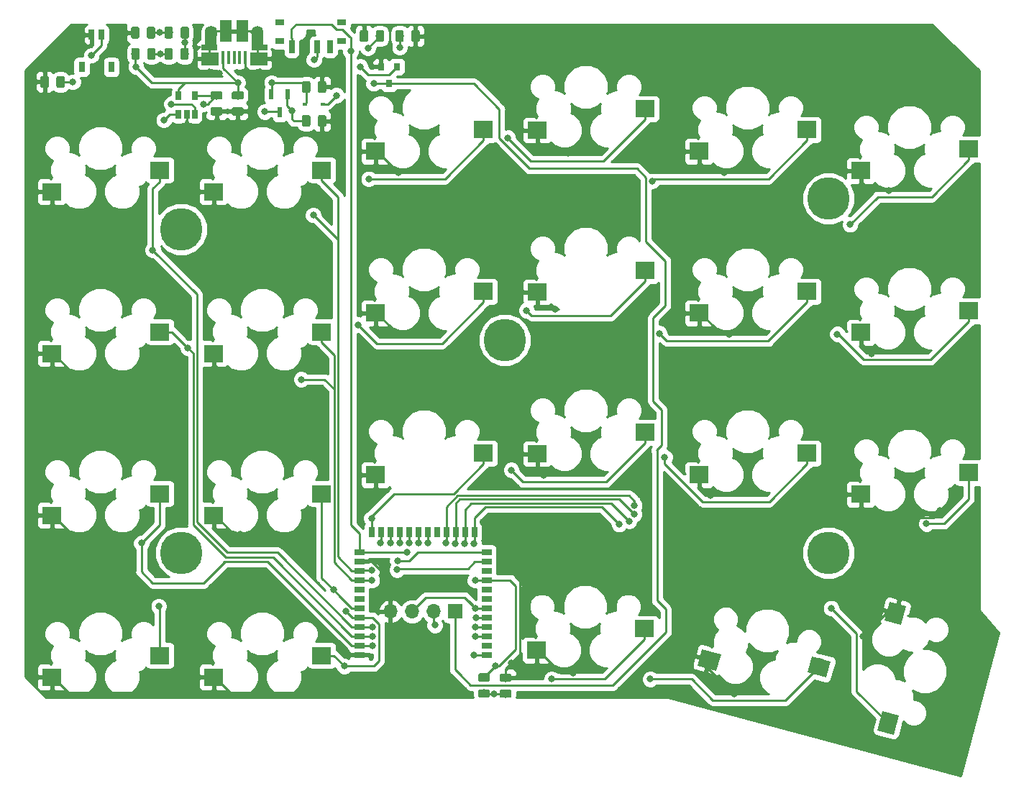
<source format=gbl>
G04 #@! TF.GenerationSoftware,KiCad,Pcbnew,5.0.1*
G04 #@! TF.CreationDate,2019-01-14T11:50:33+01:00*
G04 #@! TF.ProjectId,mini,6D696E692E6B696361645F7063620000,rev?*
G04 #@! TF.SameCoordinates,Original*
G04 #@! TF.FileFunction,Copper,L2,Bot,Signal*
G04 #@! TF.FilePolarity,Positive*
%FSLAX46Y46*%
G04 Gerber Fmt 4.6, Leading zero omitted, Abs format (unit mm)*
G04 Created by KiCad (PCBNEW 5.0.1) date Mon 14 Jan 2019 11:50:33 AM CET*
%MOMM*%
%LPD*%
G01*
G04 APERTURE LIST*
G04 #@! TA.AperFunction,SMDPad,CuDef*
%ADD10R,0.600000X0.450000*%
G04 #@! TD*
G04 #@! TA.AperFunction,SMDPad,CuDef*
%ADD11R,0.600000X1.300000*%
G04 #@! TD*
G04 #@! TA.AperFunction,Conductor*
%ADD12C,0.100000*%
G04 #@! TD*
G04 #@! TA.AperFunction,SMDPad,CuDef*
%ADD13C,0.975000*%
G04 #@! TD*
G04 #@! TA.AperFunction,ComponentPad*
%ADD14C,5.000000*%
G04 #@! TD*
G04 #@! TA.AperFunction,ComponentPad*
%ADD15O,1.700000X1.700000*%
G04 #@! TD*
G04 #@! TA.AperFunction,ComponentPad*
%ADD16R,1.700000X1.700000*%
G04 #@! TD*
G04 #@! TA.AperFunction,SMDPad,CuDef*
%ADD17R,0.800000X0.900000*%
G04 #@! TD*
G04 #@! TA.AperFunction,SMDPad,CuDef*
%ADD18C,2.000000*%
G04 #@! TD*
G04 #@! TA.AperFunction,SMDPad,CuDef*
%ADD19R,2.300000X2.000000*%
G04 #@! TD*
G04 #@! TA.AperFunction,SMDPad,CuDef*
%ADD20R,1.000000X0.800000*%
G04 #@! TD*
G04 #@! TA.AperFunction,SMDPad,CuDef*
%ADD21R,0.700000X1.500000*%
G04 #@! TD*
G04 #@! TA.AperFunction,SMDPad,CuDef*
%ADD22R,1.430000X2.500000*%
G04 #@! TD*
G04 #@! TA.AperFunction,ComponentPad*
%ADD23O,1.350000X1.700000*%
G04 #@! TD*
G04 #@! TA.AperFunction,ComponentPad*
%ADD24O,1.100000X1.500000*%
G04 #@! TD*
G04 #@! TA.AperFunction,SMDPad,CuDef*
%ADD25R,0.400000X1.650000*%
G04 #@! TD*
G04 #@! TA.AperFunction,SMDPad,CuDef*
%ADD26R,2.000000X1.500000*%
G04 #@! TD*
G04 #@! TA.AperFunction,SMDPad,CuDef*
%ADD27R,1.825000X0.700000*%
G04 #@! TD*
G04 #@! TA.AperFunction,SMDPad,CuDef*
%ADD28R,1.350000X2.000000*%
G04 #@! TD*
G04 #@! TA.AperFunction,SMDPad,CuDef*
%ADD29R,0.750000X1.250000*%
G04 #@! TD*
G04 #@! TA.AperFunction,SMDPad,CuDef*
%ADD30R,0.650000X1.200000*%
G04 #@! TD*
G04 #@! TA.AperFunction,SMDPad,CuDef*
%ADD31R,0.650000X1.060000*%
G04 #@! TD*
G04 #@! TA.AperFunction,SMDPad,CuDef*
%ADD32R,1.198880X0.698500*%
G04 #@! TD*
G04 #@! TA.AperFunction,SMDPad,CuDef*
%ADD33R,0.698500X1.198880*%
G04 #@! TD*
G04 #@! TA.AperFunction,ViaPad*
%ADD34C,0.800000*%
G04 #@! TD*
G04 #@! TA.AperFunction,Conductor*
%ADD35C,0.250000*%
G04 #@! TD*
G04 #@! TA.AperFunction,Conductor*
%ADD36C,0.254000*%
G04 #@! TD*
G04 APERTURE END LIST*
D10*
G04 #@! TO.P,D3,2*
G04 #@! TO.N,5V*
X100750000Y-36200000D03*
G04 #@! TO.P,D3,1*
G04 #@! TO.N,VIN_LDO*
X102850000Y-36200000D03*
G04 #@! TD*
D11*
G04 #@! TO.P,Q1,3*
G04 #@! TO.N,VBAT*
X97711000Y-37166000D03*
G04 #@! TO.P,Q1,2*
G04 #@! TO.N,VIN_LDO*
X98661000Y-35066000D03*
G04 #@! TO.P,Q1,1*
G04 #@! TO.N,5V*
X96761000Y-35066000D03*
G04 #@! TD*
D12*
G04 #@! TO.N,Net-(D201-Pad2)*
G04 #@! TO.C,D201*
G36*
X122267642Y-105127200D02*
X122291303Y-105130710D01*
X122314507Y-105136522D01*
X122337029Y-105144580D01*
X122358653Y-105154808D01*
X122379170Y-105167105D01*
X122398383Y-105181355D01*
X122416107Y-105197419D01*
X122432171Y-105215143D01*
X122446421Y-105234356D01*
X122458718Y-105254873D01*
X122468946Y-105276497D01*
X122477004Y-105299019D01*
X122482816Y-105322223D01*
X122486326Y-105345884D01*
X122487500Y-105369776D01*
X122487500Y-105857276D01*
X122486326Y-105881168D01*
X122482816Y-105904829D01*
X122477004Y-105928033D01*
X122468946Y-105950555D01*
X122458718Y-105972179D01*
X122446421Y-105992696D01*
X122432171Y-106011909D01*
X122416107Y-106029633D01*
X122398383Y-106045697D01*
X122379170Y-106059947D01*
X122358653Y-106072244D01*
X122337029Y-106082472D01*
X122314507Y-106090530D01*
X122291303Y-106096342D01*
X122267642Y-106099852D01*
X122243750Y-106101026D01*
X121331250Y-106101026D01*
X121307358Y-106099852D01*
X121283697Y-106096342D01*
X121260493Y-106090530D01*
X121237971Y-106082472D01*
X121216347Y-106072244D01*
X121195830Y-106059947D01*
X121176617Y-106045697D01*
X121158893Y-106029633D01*
X121142829Y-106011909D01*
X121128579Y-105992696D01*
X121116282Y-105972179D01*
X121106054Y-105950555D01*
X121097996Y-105928033D01*
X121092184Y-105904829D01*
X121088674Y-105881168D01*
X121087500Y-105857276D01*
X121087500Y-105369776D01*
X121088674Y-105345884D01*
X121092184Y-105322223D01*
X121097996Y-105299019D01*
X121106054Y-105276497D01*
X121116282Y-105254873D01*
X121128579Y-105234356D01*
X121142829Y-105215143D01*
X121158893Y-105197419D01*
X121176617Y-105181355D01*
X121195830Y-105167105D01*
X121216347Y-105154808D01*
X121237971Y-105144580D01*
X121260493Y-105136522D01*
X121283697Y-105130710D01*
X121307358Y-105127200D01*
X121331250Y-105126026D01*
X122243750Y-105126026D01*
X122267642Y-105127200D01*
X122267642Y-105127200D01*
G37*
D13*
G04 #@! TD*
G04 #@! TO.P,D201,2*
G04 #@! TO.N,Net-(D201-Pad2)*
X121787500Y-105613526D03*
D12*
G04 #@! TO.N,LED*
G04 #@! TO.C,D201*
G36*
X122267642Y-103252200D02*
X122291303Y-103255710D01*
X122314507Y-103261522D01*
X122337029Y-103269580D01*
X122358653Y-103279808D01*
X122379170Y-103292105D01*
X122398383Y-103306355D01*
X122416107Y-103322419D01*
X122432171Y-103340143D01*
X122446421Y-103359356D01*
X122458718Y-103379873D01*
X122468946Y-103401497D01*
X122477004Y-103424019D01*
X122482816Y-103447223D01*
X122486326Y-103470884D01*
X122487500Y-103494776D01*
X122487500Y-103982276D01*
X122486326Y-104006168D01*
X122482816Y-104029829D01*
X122477004Y-104053033D01*
X122468946Y-104075555D01*
X122458718Y-104097179D01*
X122446421Y-104117696D01*
X122432171Y-104136909D01*
X122416107Y-104154633D01*
X122398383Y-104170697D01*
X122379170Y-104184947D01*
X122358653Y-104197244D01*
X122337029Y-104207472D01*
X122314507Y-104215530D01*
X122291303Y-104221342D01*
X122267642Y-104224852D01*
X122243750Y-104226026D01*
X121331250Y-104226026D01*
X121307358Y-104224852D01*
X121283697Y-104221342D01*
X121260493Y-104215530D01*
X121237971Y-104207472D01*
X121216347Y-104197244D01*
X121195830Y-104184947D01*
X121176617Y-104170697D01*
X121158893Y-104154633D01*
X121142829Y-104136909D01*
X121128579Y-104117696D01*
X121116282Y-104097179D01*
X121106054Y-104075555D01*
X121097996Y-104053033D01*
X121092184Y-104029829D01*
X121088674Y-104006168D01*
X121087500Y-103982276D01*
X121087500Y-103494776D01*
X121088674Y-103470884D01*
X121092184Y-103447223D01*
X121097996Y-103424019D01*
X121106054Y-103401497D01*
X121116282Y-103379873D01*
X121128579Y-103359356D01*
X121142829Y-103340143D01*
X121158893Y-103322419D01*
X121176617Y-103306355D01*
X121195830Y-103292105D01*
X121216347Y-103279808D01*
X121237971Y-103269580D01*
X121260493Y-103261522D01*
X121283697Y-103255710D01*
X121307358Y-103252200D01*
X121331250Y-103251026D01*
X122243750Y-103251026D01*
X122267642Y-103252200D01*
X122267642Y-103252200D01*
G37*
D13*
G04 #@! TD*
G04 #@! TO.P,D201,1*
G04 #@! TO.N,LED*
X121787500Y-103738526D03*
D12*
G04 #@! TO.N,Net-(D201-Pad2)*
G04 #@! TO.C,R201*
G36*
X124807375Y-105153517D02*
X124831036Y-105157027D01*
X124854240Y-105162839D01*
X124876762Y-105170897D01*
X124898386Y-105181125D01*
X124918903Y-105193422D01*
X124938116Y-105207672D01*
X124955840Y-105223736D01*
X124971904Y-105241460D01*
X124986154Y-105260673D01*
X124998451Y-105281190D01*
X125008679Y-105302814D01*
X125016737Y-105325336D01*
X125022549Y-105348540D01*
X125026059Y-105372201D01*
X125027233Y-105396093D01*
X125027233Y-105883593D01*
X125026059Y-105907485D01*
X125022549Y-105931146D01*
X125016737Y-105954350D01*
X125008679Y-105976872D01*
X124998451Y-105998496D01*
X124986154Y-106019013D01*
X124971904Y-106038226D01*
X124955840Y-106055950D01*
X124938116Y-106072014D01*
X124918903Y-106086264D01*
X124898386Y-106098561D01*
X124876762Y-106108789D01*
X124854240Y-106116847D01*
X124831036Y-106122659D01*
X124807375Y-106126169D01*
X124783483Y-106127343D01*
X123870983Y-106127343D01*
X123847091Y-106126169D01*
X123823430Y-106122659D01*
X123800226Y-106116847D01*
X123777704Y-106108789D01*
X123756080Y-106098561D01*
X123735563Y-106086264D01*
X123716350Y-106072014D01*
X123698626Y-106055950D01*
X123682562Y-106038226D01*
X123668312Y-106019013D01*
X123656015Y-105998496D01*
X123645787Y-105976872D01*
X123637729Y-105954350D01*
X123631917Y-105931146D01*
X123628407Y-105907485D01*
X123627233Y-105883593D01*
X123627233Y-105396093D01*
X123628407Y-105372201D01*
X123631917Y-105348540D01*
X123637729Y-105325336D01*
X123645787Y-105302814D01*
X123656015Y-105281190D01*
X123668312Y-105260673D01*
X123682562Y-105241460D01*
X123698626Y-105223736D01*
X123716350Y-105207672D01*
X123735563Y-105193422D01*
X123756080Y-105181125D01*
X123777704Y-105170897D01*
X123800226Y-105162839D01*
X123823430Y-105157027D01*
X123847091Y-105153517D01*
X123870983Y-105152343D01*
X124783483Y-105152343D01*
X124807375Y-105153517D01*
X124807375Y-105153517D01*
G37*
D13*
G04 #@! TD*
G04 #@! TO.P,R201,2*
G04 #@! TO.N,Net-(D201-Pad2)*
X124327233Y-105639843D03*
D12*
G04 #@! TO.N,GND*
G04 #@! TO.C,R201*
G36*
X124807375Y-103278517D02*
X124831036Y-103282027D01*
X124854240Y-103287839D01*
X124876762Y-103295897D01*
X124898386Y-103306125D01*
X124918903Y-103318422D01*
X124938116Y-103332672D01*
X124955840Y-103348736D01*
X124971904Y-103366460D01*
X124986154Y-103385673D01*
X124998451Y-103406190D01*
X125008679Y-103427814D01*
X125016737Y-103450336D01*
X125022549Y-103473540D01*
X125026059Y-103497201D01*
X125027233Y-103521093D01*
X125027233Y-104008593D01*
X125026059Y-104032485D01*
X125022549Y-104056146D01*
X125016737Y-104079350D01*
X125008679Y-104101872D01*
X124998451Y-104123496D01*
X124986154Y-104144013D01*
X124971904Y-104163226D01*
X124955840Y-104180950D01*
X124938116Y-104197014D01*
X124918903Y-104211264D01*
X124898386Y-104223561D01*
X124876762Y-104233789D01*
X124854240Y-104241847D01*
X124831036Y-104247659D01*
X124807375Y-104251169D01*
X124783483Y-104252343D01*
X123870983Y-104252343D01*
X123847091Y-104251169D01*
X123823430Y-104247659D01*
X123800226Y-104241847D01*
X123777704Y-104233789D01*
X123756080Y-104223561D01*
X123735563Y-104211264D01*
X123716350Y-104197014D01*
X123698626Y-104180950D01*
X123682562Y-104163226D01*
X123668312Y-104144013D01*
X123656015Y-104123496D01*
X123645787Y-104101872D01*
X123637729Y-104079350D01*
X123631917Y-104056146D01*
X123628407Y-104032485D01*
X123627233Y-104008593D01*
X123627233Y-103521093D01*
X123628407Y-103497201D01*
X123631917Y-103473540D01*
X123637729Y-103450336D01*
X123645787Y-103427814D01*
X123656015Y-103406190D01*
X123668312Y-103385673D01*
X123682562Y-103366460D01*
X123698626Y-103348736D01*
X123716350Y-103332672D01*
X123735563Y-103318422D01*
X123756080Y-103306125D01*
X123777704Y-103295897D01*
X123800226Y-103287839D01*
X123823430Y-103282027D01*
X123847091Y-103278517D01*
X123870983Y-103277343D01*
X124783483Y-103277343D01*
X124807375Y-103278517D01*
X124807375Y-103278517D01*
G37*
D13*
G04 #@! TD*
G04 #@! TO.P,R201,1*
G04 #@! TO.N,GND*
X124327233Y-103764843D03*
D14*
G04 #@! TO.P,REF\002A\002A,*
G04 #@! TO.N,*
X86151000Y-50940000D03*
G04 #@! TD*
G04 #@! TO.P,REF\002A\002A,*
G04 #@! TO.N,*
X124251000Y-64001000D03*
G04 #@! TD*
G04 #@! TO.P,REF\002A\002A,*
G04 #@! TO.N,*
X162350765Y-89040000D03*
G04 #@! TD*
G04 #@! TO.P,REF\002A\002A,*
G04 #@! TO.N,*
X162350765Y-47327000D03*
G04 #@! TD*
G04 #@! TO.P,REF\002A\002A,*
G04 #@! TO.N,*
X86151000Y-89040000D03*
G04 #@! TD*
D15*
G04 #@! TO.P,J_PROG_PORT1,4*
G04 #@! TO.N,GND*
X110780000Y-95950000D03*
G04 #@! TO.P,J_PROG_PORT1,3*
G04 #@! TO.N,SWDIO*
X113320000Y-95950000D03*
G04 #@! TO.P,J_PROG_PORT1,2*
G04 #@! TO.N,SWCLK*
X115860000Y-95950000D03*
D16*
G04 #@! TO.P,J_PROG_PORT1,1*
G04 #@! TO.N,VIN_LDO*
X118400000Y-95950000D03*
G04 #@! TD*
D12*
G04 #@! TO.N,GND*
G04 #@! TO.C,C5*
G36*
X107930142Y-27501174D02*
X107953803Y-27504684D01*
X107977007Y-27510496D01*
X107999529Y-27518554D01*
X108021153Y-27528782D01*
X108041670Y-27541079D01*
X108060883Y-27555329D01*
X108078607Y-27571393D01*
X108094671Y-27589117D01*
X108108921Y-27608330D01*
X108121218Y-27628847D01*
X108131446Y-27650471D01*
X108139504Y-27672993D01*
X108145316Y-27696197D01*
X108148826Y-27719858D01*
X108150000Y-27743750D01*
X108150000Y-28656250D01*
X108148826Y-28680142D01*
X108145316Y-28703803D01*
X108139504Y-28727007D01*
X108131446Y-28749529D01*
X108121218Y-28771153D01*
X108108921Y-28791670D01*
X108094671Y-28810883D01*
X108078607Y-28828607D01*
X108060883Y-28844671D01*
X108041670Y-28858921D01*
X108021153Y-28871218D01*
X107999529Y-28881446D01*
X107977007Y-28889504D01*
X107953803Y-28895316D01*
X107930142Y-28898826D01*
X107906250Y-28900000D01*
X107418750Y-28900000D01*
X107394858Y-28898826D01*
X107371197Y-28895316D01*
X107347993Y-28889504D01*
X107325471Y-28881446D01*
X107303847Y-28871218D01*
X107283330Y-28858921D01*
X107264117Y-28844671D01*
X107246393Y-28828607D01*
X107230329Y-28810883D01*
X107216079Y-28791670D01*
X107203782Y-28771153D01*
X107193554Y-28749529D01*
X107185496Y-28727007D01*
X107179684Y-28703803D01*
X107176174Y-28680142D01*
X107175000Y-28656250D01*
X107175000Y-27743750D01*
X107176174Y-27719858D01*
X107179684Y-27696197D01*
X107185496Y-27672993D01*
X107193554Y-27650471D01*
X107203782Y-27628847D01*
X107216079Y-27608330D01*
X107230329Y-27589117D01*
X107246393Y-27571393D01*
X107264117Y-27555329D01*
X107283330Y-27541079D01*
X107303847Y-27528782D01*
X107325471Y-27518554D01*
X107347993Y-27510496D01*
X107371197Y-27504684D01*
X107394858Y-27501174D01*
X107418750Y-27500000D01*
X107906250Y-27500000D01*
X107930142Y-27501174D01*
X107930142Y-27501174D01*
G37*
D13*
G04 #@! TD*
G04 #@! TO.P,C5,2*
G04 #@! TO.N,GND*
X107662500Y-28200000D03*
D12*
G04 #@! TO.N,VIN_SW*
G04 #@! TO.C,C5*
G36*
X109805142Y-27501174D02*
X109828803Y-27504684D01*
X109852007Y-27510496D01*
X109874529Y-27518554D01*
X109896153Y-27528782D01*
X109916670Y-27541079D01*
X109935883Y-27555329D01*
X109953607Y-27571393D01*
X109969671Y-27589117D01*
X109983921Y-27608330D01*
X109996218Y-27628847D01*
X110006446Y-27650471D01*
X110014504Y-27672993D01*
X110020316Y-27696197D01*
X110023826Y-27719858D01*
X110025000Y-27743750D01*
X110025000Y-28656250D01*
X110023826Y-28680142D01*
X110020316Y-28703803D01*
X110014504Y-28727007D01*
X110006446Y-28749529D01*
X109996218Y-28771153D01*
X109983921Y-28791670D01*
X109969671Y-28810883D01*
X109953607Y-28828607D01*
X109935883Y-28844671D01*
X109916670Y-28858921D01*
X109896153Y-28871218D01*
X109874529Y-28881446D01*
X109852007Y-28889504D01*
X109828803Y-28895316D01*
X109805142Y-28898826D01*
X109781250Y-28900000D01*
X109293750Y-28900000D01*
X109269858Y-28898826D01*
X109246197Y-28895316D01*
X109222993Y-28889504D01*
X109200471Y-28881446D01*
X109178847Y-28871218D01*
X109158330Y-28858921D01*
X109139117Y-28844671D01*
X109121393Y-28828607D01*
X109105329Y-28810883D01*
X109091079Y-28791670D01*
X109078782Y-28771153D01*
X109068554Y-28749529D01*
X109060496Y-28727007D01*
X109054684Y-28703803D01*
X109051174Y-28680142D01*
X109050000Y-28656250D01*
X109050000Y-27743750D01*
X109051174Y-27719858D01*
X109054684Y-27696197D01*
X109060496Y-27672993D01*
X109068554Y-27650471D01*
X109078782Y-27628847D01*
X109091079Y-27608330D01*
X109105329Y-27589117D01*
X109121393Y-27571393D01*
X109139117Y-27555329D01*
X109158330Y-27541079D01*
X109178847Y-27528782D01*
X109200471Y-27518554D01*
X109222993Y-27510496D01*
X109246197Y-27504684D01*
X109269858Y-27501174D01*
X109293750Y-27500000D01*
X109781250Y-27500000D01*
X109805142Y-27501174D01*
X109805142Y-27501174D01*
G37*
D13*
G04 #@! TD*
G04 #@! TO.P,C5,1*
G04 #@! TO.N,VIN_SW*
X109537500Y-28200000D03*
D12*
G04 #@! TO.N,VIN_LDO*
G04 #@! TO.C,C4*
G36*
X112130142Y-27501174D02*
X112153803Y-27504684D01*
X112177007Y-27510496D01*
X112199529Y-27518554D01*
X112221153Y-27528782D01*
X112241670Y-27541079D01*
X112260883Y-27555329D01*
X112278607Y-27571393D01*
X112294671Y-27589117D01*
X112308921Y-27608330D01*
X112321218Y-27628847D01*
X112331446Y-27650471D01*
X112339504Y-27672993D01*
X112345316Y-27696197D01*
X112348826Y-27719858D01*
X112350000Y-27743750D01*
X112350000Y-28656250D01*
X112348826Y-28680142D01*
X112345316Y-28703803D01*
X112339504Y-28727007D01*
X112331446Y-28749529D01*
X112321218Y-28771153D01*
X112308921Y-28791670D01*
X112294671Y-28810883D01*
X112278607Y-28828607D01*
X112260883Y-28844671D01*
X112241670Y-28858921D01*
X112221153Y-28871218D01*
X112199529Y-28881446D01*
X112177007Y-28889504D01*
X112153803Y-28895316D01*
X112130142Y-28898826D01*
X112106250Y-28900000D01*
X111618750Y-28900000D01*
X111594858Y-28898826D01*
X111571197Y-28895316D01*
X111547993Y-28889504D01*
X111525471Y-28881446D01*
X111503847Y-28871218D01*
X111483330Y-28858921D01*
X111464117Y-28844671D01*
X111446393Y-28828607D01*
X111430329Y-28810883D01*
X111416079Y-28791670D01*
X111403782Y-28771153D01*
X111393554Y-28749529D01*
X111385496Y-28727007D01*
X111379684Y-28703803D01*
X111376174Y-28680142D01*
X111375000Y-28656250D01*
X111375000Y-27743750D01*
X111376174Y-27719858D01*
X111379684Y-27696197D01*
X111385496Y-27672993D01*
X111393554Y-27650471D01*
X111403782Y-27628847D01*
X111416079Y-27608330D01*
X111430329Y-27589117D01*
X111446393Y-27571393D01*
X111464117Y-27555329D01*
X111483330Y-27541079D01*
X111503847Y-27528782D01*
X111525471Y-27518554D01*
X111547993Y-27510496D01*
X111571197Y-27504684D01*
X111594858Y-27501174D01*
X111618750Y-27500000D01*
X112106250Y-27500000D01*
X112130142Y-27501174D01*
X112130142Y-27501174D01*
G37*
D13*
G04 #@! TD*
G04 #@! TO.P,C4,1*
G04 #@! TO.N,VIN_LDO*
X111862500Y-28200000D03*
D12*
G04 #@! TO.N,GND*
G04 #@! TO.C,C4*
G36*
X114005142Y-27501174D02*
X114028803Y-27504684D01*
X114052007Y-27510496D01*
X114074529Y-27518554D01*
X114096153Y-27528782D01*
X114116670Y-27541079D01*
X114135883Y-27555329D01*
X114153607Y-27571393D01*
X114169671Y-27589117D01*
X114183921Y-27608330D01*
X114196218Y-27628847D01*
X114206446Y-27650471D01*
X114214504Y-27672993D01*
X114220316Y-27696197D01*
X114223826Y-27719858D01*
X114225000Y-27743750D01*
X114225000Y-28656250D01*
X114223826Y-28680142D01*
X114220316Y-28703803D01*
X114214504Y-28727007D01*
X114206446Y-28749529D01*
X114196218Y-28771153D01*
X114183921Y-28791670D01*
X114169671Y-28810883D01*
X114153607Y-28828607D01*
X114135883Y-28844671D01*
X114116670Y-28858921D01*
X114096153Y-28871218D01*
X114074529Y-28881446D01*
X114052007Y-28889504D01*
X114028803Y-28895316D01*
X114005142Y-28898826D01*
X113981250Y-28900000D01*
X113493750Y-28900000D01*
X113469858Y-28898826D01*
X113446197Y-28895316D01*
X113422993Y-28889504D01*
X113400471Y-28881446D01*
X113378847Y-28871218D01*
X113358330Y-28858921D01*
X113339117Y-28844671D01*
X113321393Y-28828607D01*
X113305329Y-28810883D01*
X113291079Y-28791670D01*
X113278782Y-28771153D01*
X113268554Y-28749529D01*
X113260496Y-28727007D01*
X113254684Y-28703803D01*
X113251174Y-28680142D01*
X113250000Y-28656250D01*
X113250000Y-27743750D01*
X113251174Y-27719858D01*
X113254684Y-27696197D01*
X113260496Y-27672993D01*
X113268554Y-27650471D01*
X113278782Y-27628847D01*
X113291079Y-27608330D01*
X113305329Y-27589117D01*
X113321393Y-27571393D01*
X113339117Y-27555329D01*
X113358330Y-27541079D01*
X113378847Y-27528782D01*
X113400471Y-27518554D01*
X113422993Y-27510496D01*
X113446197Y-27504684D01*
X113469858Y-27501174D01*
X113493750Y-27500000D01*
X113981250Y-27500000D01*
X114005142Y-27501174D01*
X114005142Y-27501174D01*
G37*
D13*
G04 #@! TD*
G04 #@! TO.P,C4,2*
G04 #@! TO.N,GND*
X113737500Y-28200000D03*
D17*
G04 #@! TO.P,U1,3*
G04 #@! TO.N,VIN_LDO*
X110600000Y-33800000D03*
G04 #@! TO.P,U1,2*
G04 #@! TO.N,VIN_SW*
X111550000Y-31800000D03*
G04 #@! TO.P,U1,1*
G04 #@! TO.N,GND*
X109650000Y-31800000D03*
G04 #@! TD*
D12*
G04 #@! TO.N,GND*
G04 #@! TO.C,R4*
G36*
X103005142Y-33501174D02*
X103028803Y-33504684D01*
X103052007Y-33510496D01*
X103074529Y-33518554D01*
X103096153Y-33528782D01*
X103116670Y-33541079D01*
X103135883Y-33555329D01*
X103153607Y-33571393D01*
X103169671Y-33589117D01*
X103183921Y-33608330D01*
X103196218Y-33628847D01*
X103206446Y-33650471D01*
X103214504Y-33672993D01*
X103220316Y-33696197D01*
X103223826Y-33719858D01*
X103225000Y-33743750D01*
X103225000Y-34656250D01*
X103223826Y-34680142D01*
X103220316Y-34703803D01*
X103214504Y-34727007D01*
X103206446Y-34749529D01*
X103196218Y-34771153D01*
X103183921Y-34791670D01*
X103169671Y-34810883D01*
X103153607Y-34828607D01*
X103135883Y-34844671D01*
X103116670Y-34858921D01*
X103096153Y-34871218D01*
X103074529Y-34881446D01*
X103052007Y-34889504D01*
X103028803Y-34895316D01*
X103005142Y-34898826D01*
X102981250Y-34900000D01*
X102493750Y-34900000D01*
X102469858Y-34898826D01*
X102446197Y-34895316D01*
X102422993Y-34889504D01*
X102400471Y-34881446D01*
X102378847Y-34871218D01*
X102358330Y-34858921D01*
X102339117Y-34844671D01*
X102321393Y-34828607D01*
X102305329Y-34810883D01*
X102291079Y-34791670D01*
X102278782Y-34771153D01*
X102268554Y-34749529D01*
X102260496Y-34727007D01*
X102254684Y-34703803D01*
X102251174Y-34680142D01*
X102250000Y-34656250D01*
X102250000Y-33743750D01*
X102251174Y-33719858D01*
X102254684Y-33696197D01*
X102260496Y-33672993D01*
X102268554Y-33650471D01*
X102278782Y-33628847D01*
X102291079Y-33608330D01*
X102305329Y-33589117D01*
X102321393Y-33571393D01*
X102339117Y-33555329D01*
X102358330Y-33541079D01*
X102378847Y-33528782D01*
X102400471Y-33518554D01*
X102422993Y-33510496D01*
X102446197Y-33504684D01*
X102469858Y-33501174D01*
X102493750Y-33500000D01*
X102981250Y-33500000D01*
X103005142Y-33501174D01*
X103005142Y-33501174D01*
G37*
D13*
G04 #@! TD*
G04 #@! TO.P,R4,2*
G04 #@! TO.N,GND*
X102737500Y-34200000D03*
D12*
G04 #@! TO.N,5V*
G04 #@! TO.C,R4*
G36*
X101130142Y-33501174D02*
X101153803Y-33504684D01*
X101177007Y-33510496D01*
X101199529Y-33518554D01*
X101221153Y-33528782D01*
X101241670Y-33541079D01*
X101260883Y-33555329D01*
X101278607Y-33571393D01*
X101294671Y-33589117D01*
X101308921Y-33608330D01*
X101321218Y-33628847D01*
X101331446Y-33650471D01*
X101339504Y-33672993D01*
X101345316Y-33696197D01*
X101348826Y-33719858D01*
X101350000Y-33743750D01*
X101350000Y-34656250D01*
X101348826Y-34680142D01*
X101345316Y-34703803D01*
X101339504Y-34727007D01*
X101331446Y-34749529D01*
X101321218Y-34771153D01*
X101308921Y-34791670D01*
X101294671Y-34810883D01*
X101278607Y-34828607D01*
X101260883Y-34844671D01*
X101241670Y-34858921D01*
X101221153Y-34871218D01*
X101199529Y-34881446D01*
X101177007Y-34889504D01*
X101153803Y-34895316D01*
X101130142Y-34898826D01*
X101106250Y-34900000D01*
X100618750Y-34900000D01*
X100594858Y-34898826D01*
X100571197Y-34895316D01*
X100547993Y-34889504D01*
X100525471Y-34881446D01*
X100503847Y-34871218D01*
X100483330Y-34858921D01*
X100464117Y-34844671D01*
X100446393Y-34828607D01*
X100430329Y-34810883D01*
X100416079Y-34791670D01*
X100403782Y-34771153D01*
X100393554Y-34749529D01*
X100385496Y-34727007D01*
X100379684Y-34703803D01*
X100376174Y-34680142D01*
X100375000Y-34656250D01*
X100375000Y-33743750D01*
X100376174Y-33719858D01*
X100379684Y-33696197D01*
X100385496Y-33672993D01*
X100393554Y-33650471D01*
X100403782Y-33628847D01*
X100416079Y-33608330D01*
X100430329Y-33589117D01*
X100446393Y-33571393D01*
X100464117Y-33555329D01*
X100483330Y-33541079D01*
X100503847Y-33528782D01*
X100525471Y-33518554D01*
X100547993Y-33510496D01*
X100571197Y-33504684D01*
X100594858Y-33501174D01*
X100618750Y-33500000D01*
X101106250Y-33500000D01*
X101130142Y-33501174D01*
X101130142Y-33501174D01*
G37*
D13*
G04 #@! TD*
G04 #@! TO.P,R4,1*
G04 #@! TO.N,5V*
X100862500Y-34200000D03*
D12*
G04 #@! TO.N,VIN_LDO*
G04 #@! TO.C,C3*
G36*
X101130142Y-37501174D02*
X101153803Y-37504684D01*
X101177007Y-37510496D01*
X101199529Y-37518554D01*
X101221153Y-37528782D01*
X101241670Y-37541079D01*
X101260883Y-37555329D01*
X101278607Y-37571393D01*
X101294671Y-37589117D01*
X101308921Y-37608330D01*
X101321218Y-37628847D01*
X101331446Y-37650471D01*
X101339504Y-37672993D01*
X101345316Y-37696197D01*
X101348826Y-37719858D01*
X101350000Y-37743750D01*
X101350000Y-38656250D01*
X101348826Y-38680142D01*
X101345316Y-38703803D01*
X101339504Y-38727007D01*
X101331446Y-38749529D01*
X101321218Y-38771153D01*
X101308921Y-38791670D01*
X101294671Y-38810883D01*
X101278607Y-38828607D01*
X101260883Y-38844671D01*
X101241670Y-38858921D01*
X101221153Y-38871218D01*
X101199529Y-38881446D01*
X101177007Y-38889504D01*
X101153803Y-38895316D01*
X101130142Y-38898826D01*
X101106250Y-38900000D01*
X100618750Y-38900000D01*
X100594858Y-38898826D01*
X100571197Y-38895316D01*
X100547993Y-38889504D01*
X100525471Y-38881446D01*
X100503847Y-38871218D01*
X100483330Y-38858921D01*
X100464117Y-38844671D01*
X100446393Y-38828607D01*
X100430329Y-38810883D01*
X100416079Y-38791670D01*
X100403782Y-38771153D01*
X100393554Y-38749529D01*
X100385496Y-38727007D01*
X100379684Y-38703803D01*
X100376174Y-38680142D01*
X100375000Y-38656250D01*
X100375000Y-37743750D01*
X100376174Y-37719858D01*
X100379684Y-37696197D01*
X100385496Y-37672993D01*
X100393554Y-37650471D01*
X100403782Y-37628847D01*
X100416079Y-37608330D01*
X100430329Y-37589117D01*
X100446393Y-37571393D01*
X100464117Y-37555329D01*
X100483330Y-37541079D01*
X100503847Y-37528782D01*
X100525471Y-37518554D01*
X100547993Y-37510496D01*
X100571197Y-37504684D01*
X100594858Y-37501174D01*
X100618750Y-37500000D01*
X101106250Y-37500000D01*
X101130142Y-37501174D01*
X101130142Y-37501174D01*
G37*
D13*
G04 #@! TD*
G04 #@! TO.P,C3,1*
G04 #@! TO.N,VIN_LDO*
X100862500Y-38200000D03*
D12*
G04 #@! TO.N,GND*
G04 #@! TO.C,C3*
G36*
X103005142Y-37501174D02*
X103028803Y-37504684D01*
X103052007Y-37510496D01*
X103074529Y-37518554D01*
X103096153Y-37528782D01*
X103116670Y-37541079D01*
X103135883Y-37555329D01*
X103153607Y-37571393D01*
X103169671Y-37589117D01*
X103183921Y-37608330D01*
X103196218Y-37628847D01*
X103206446Y-37650471D01*
X103214504Y-37672993D01*
X103220316Y-37696197D01*
X103223826Y-37719858D01*
X103225000Y-37743750D01*
X103225000Y-38656250D01*
X103223826Y-38680142D01*
X103220316Y-38703803D01*
X103214504Y-38727007D01*
X103206446Y-38749529D01*
X103196218Y-38771153D01*
X103183921Y-38791670D01*
X103169671Y-38810883D01*
X103153607Y-38828607D01*
X103135883Y-38844671D01*
X103116670Y-38858921D01*
X103096153Y-38871218D01*
X103074529Y-38881446D01*
X103052007Y-38889504D01*
X103028803Y-38895316D01*
X103005142Y-38898826D01*
X102981250Y-38900000D01*
X102493750Y-38900000D01*
X102469858Y-38898826D01*
X102446197Y-38895316D01*
X102422993Y-38889504D01*
X102400471Y-38881446D01*
X102378847Y-38871218D01*
X102358330Y-38858921D01*
X102339117Y-38844671D01*
X102321393Y-38828607D01*
X102305329Y-38810883D01*
X102291079Y-38791670D01*
X102278782Y-38771153D01*
X102268554Y-38749529D01*
X102260496Y-38727007D01*
X102254684Y-38703803D01*
X102251174Y-38680142D01*
X102250000Y-38656250D01*
X102250000Y-37743750D01*
X102251174Y-37719858D01*
X102254684Y-37696197D01*
X102260496Y-37672993D01*
X102268554Y-37650471D01*
X102278782Y-37628847D01*
X102291079Y-37608330D01*
X102305329Y-37589117D01*
X102321393Y-37571393D01*
X102339117Y-37555329D01*
X102358330Y-37541079D01*
X102378847Y-37528782D01*
X102400471Y-37518554D01*
X102422993Y-37510496D01*
X102446197Y-37504684D01*
X102469858Y-37501174D01*
X102493750Y-37500000D01*
X102981250Y-37500000D01*
X103005142Y-37501174D01*
X103005142Y-37501174D01*
G37*
D13*
G04 #@! TD*
G04 #@! TO.P,C3,2*
G04 #@! TO.N,GND*
X102737500Y-38200000D03*
D12*
G04 #@! TO.N,GND*
G04 #@! TO.C,C1*
G36*
X93280142Y-36588674D02*
X93303803Y-36592184D01*
X93327007Y-36597996D01*
X93349529Y-36606054D01*
X93371153Y-36616282D01*
X93391670Y-36628579D01*
X93410883Y-36642829D01*
X93428607Y-36658893D01*
X93444671Y-36676617D01*
X93458921Y-36695830D01*
X93471218Y-36716347D01*
X93481446Y-36737971D01*
X93489504Y-36760493D01*
X93495316Y-36783697D01*
X93498826Y-36807358D01*
X93500000Y-36831250D01*
X93500000Y-37318750D01*
X93498826Y-37342642D01*
X93495316Y-37366303D01*
X93489504Y-37389507D01*
X93481446Y-37412029D01*
X93471218Y-37433653D01*
X93458921Y-37454170D01*
X93444671Y-37473383D01*
X93428607Y-37491107D01*
X93410883Y-37507171D01*
X93391670Y-37521421D01*
X93371153Y-37533718D01*
X93349529Y-37543946D01*
X93327007Y-37552004D01*
X93303803Y-37557816D01*
X93280142Y-37561326D01*
X93256250Y-37562500D01*
X92343750Y-37562500D01*
X92319858Y-37561326D01*
X92296197Y-37557816D01*
X92272993Y-37552004D01*
X92250471Y-37543946D01*
X92228847Y-37533718D01*
X92208330Y-37521421D01*
X92189117Y-37507171D01*
X92171393Y-37491107D01*
X92155329Y-37473383D01*
X92141079Y-37454170D01*
X92128782Y-37433653D01*
X92118554Y-37412029D01*
X92110496Y-37389507D01*
X92104684Y-37366303D01*
X92101174Y-37342642D01*
X92100000Y-37318750D01*
X92100000Y-36831250D01*
X92101174Y-36807358D01*
X92104684Y-36783697D01*
X92110496Y-36760493D01*
X92118554Y-36737971D01*
X92128782Y-36716347D01*
X92141079Y-36695830D01*
X92155329Y-36676617D01*
X92171393Y-36658893D01*
X92189117Y-36642829D01*
X92208330Y-36628579D01*
X92228847Y-36616282D01*
X92250471Y-36606054D01*
X92272993Y-36597996D01*
X92296197Y-36592184D01*
X92319858Y-36588674D01*
X92343750Y-36587500D01*
X93256250Y-36587500D01*
X93280142Y-36588674D01*
X93280142Y-36588674D01*
G37*
D13*
G04 #@! TD*
G04 #@! TO.P,C1,2*
G04 #@! TO.N,GND*
X92800000Y-37075000D03*
D12*
G04 #@! TO.N,5V*
G04 #@! TO.C,C1*
G36*
X93280142Y-34713674D02*
X93303803Y-34717184D01*
X93327007Y-34722996D01*
X93349529Y-34731054D01*
X93371153Y-34741282D01*
X93391670Y-34753579D01*
X93410883Y-34767829D01*
X93428607Y-34783893D01*
X93444671Y-34801617D01*
X93458921Y-34820830D01*
X93471218Y-34841347D01*
X93481446Y-34862971D01*
X93489504Y-34885493D01*
X93495316Y-34908697D01*
X93498826Y-34932358D01*
X93500000Y-34956250D01*
X93500000Y-35443750D01*
X93498826Y-35467642D01*
X93495316Y-35491303D01*
X93489504Y-35514507D01*
X93481446Y-35537029D01*
X93471218Y-35558653D01*
X93458921Y-35579170D01*
X93444671Y-35598383D01*
X93428607Y-35616107D01*
X93410883Y-35632171D01*
X93391670Y-35646421D01*
X93371153Y-35658718D01*
X93349529Y-35668946D01*
X93327007Y-35677004D01*
X93303803Y-35682816D01*
X93280142Y-35686326D01*
X93256250Y-35687500D01*
X92343750Y-35687500D01*
X92319858Y-35686326D01*
X92296197Y-35682816D01*
X92272993Y-35677004D01*
X92250471Y-35668946D01*
X92228847Y-35658718D01*
X92208330Y-35646421D01*
X92189117Y-35632171D01*
X92171393Y-35616107D01*
X92155329Y-35598383D01*
X92141079Y-35579170D01*
X92128782Y-35558653D01*
X92118554Y-35537029D01*
X92110496Y-35514507D01*
X92104684Y-35491303D01*
X92101174Y-35467642D01*
X92100000Y-35443750D01*
X92100000Y-34956250D01*
X92101174Y-34932358D01*
X92104684Y-34908697D01*
X92110496Y-34885493D01*
X92118554Y-34862971D01*
X92128782Y-34841347D01*
X92141079Y-34820830D01*
X92155329Y-34801617D01*
X92171393Y-34783893D01*
X92189117Y-34767829D01*
X92208330Y-34753579D01*
X92228847Y-34741282D01*
X92250471Y-34731054D01*
X92272993Y-34722996D01*
X92296197Y-34717184D01*
X92319858Y-34713674D01*
X92343750Y-34712500D01*
X93256250Y-34712500D01*
X93280142Y-34713674D01*
X93280142Y-34713674D01*
G37*
D13*
G04 #@! TD*
G04 #@! TO.P,C1,1*
G04 #@! TO.N,5V*
X92800000Y-35200000D03*
D12*
G04 #@! TO.N,GND*
G04 #@! TO.C,R1*
G36*
X90780142Y-36588674D02*
X90803803Y-36592184D01*
X90827007Y-36597996D01*
X90849529Y-36606054D01*
X90871153Y-36616282D01*
X90891670Y-36628579D01*
X90910883Y-36642829D01*
X90928607Y-36658893D01*
X90944671Y-36676617D01*
X90958921Y-36695830D01*
X90971218Y-36716347D01*
X90981446Y-36737971D01*
X90989504Y-36760493D01*
X90995316Y-36783697D01*
X90998826Y-36807358D01*
X91000000Y-36831250D01*
X91000000Y-37318750D01*
X90998826Y-37342642D01*
X90995316Y-37366303D01*
X90989504Y-37389507D01*
X90981446Y-37412029D01*
X90971218Y-37433653D01*
X90958921Y-37454170D01*
X90944671Y-37473383D01*
X90928607Y-37491107D01*
X90910883Y-37507171D01*
X90891670Y-37521421D01*
X90871153Y-37533718D01*
X90849529Y-37543946D01*
X90827007Y-37552004D01*
X90803803Y-37557816D01*
X90780142Y-37561326D01*
X90756250Y-37562500D01*
X89843750Y-37562500D01*
X89819858Y-37561326D01*
X89796197Y-37557816D01*
X89772993Y-37552004D01*
X89750471Y-37543946D01*
X89728847Y-37533718D01*
X89708330Y-37521421D01*
X89689117Y-37507171D01*
X89671393Y-37491107D01*
X89655329Y-37473383D01*
X89641079Y-37454170D01*
X89628782Y-37433653D01*
X89618554Y-37412029D01*
X89610496Y-37389507D01*
X89604684Y-37366303D01*
X89601174Y-37342642D01*
X89600000Y-37318750D01*
X89600000Y-36831250D01*
X89601174Y-36807358D01*
X89604684Y-36783697D01*
X89610496Y-36760493D01*
X89618554Y-36737971D01*
X89628782Y-36716347D01*
X89641079Y-36695830D01*
X89655329Y-36676617D01*
X89671393Y-36658893D01*
X89689117Y-36642829D01*
X89708330Y-36628579D01*
X89728847Y-36616282D01*
X89750471Y-36606054D01*
X89772993Y-36597996D01*
X89796197Y-36592184D01*
X89819858Y-36588674D01*
X89843750Y-36587500D01*
X90756250Y-36587500D01*
X90780142Y-36588674D01*
X90780142Y-36588674D01*
G37*
D13*
G04 #@! TD*
G04 #@! TO.P,R1,2*
G04 #@! TO.N,GND*
X90300000Y-37075000D03*
D12*
G04 #@! TO.N,Net-(R1-Pad1)*
G04 #@! TO.C,R1*
G36*
X90780142Y-34713674D02*
X90803803Y-34717184D01*
X90827007Y-34722996D01*
X90849529Y-34731054D01*
X90871153Y-34741282D01*
X90891670Y-34753579D01*
X90910883Y-34767829D01*
X90928607Y-34783893D01*
X90944671Y-34801617D01*
X90958921Y-34820830D01*
X90971218Y-34841347D01*
X90981446Y-34862971D01*
X90989504Y-34885493D01*
X90995316Y-34908697D01*
X90998826Y-34932358D01*
X91000000Y-34956250D01*
X91000000Y-35443750D01*
X90998826Y-35467642D01*
X90995316Y-35491303D01*
X90989504Y-35514507D01*
X90981446Y-35537029D01*
X90971218Y-35558653D01*
X90958921Y-35579170D01*
X90944671Y-35598383D01*
X90928607Y-35616107D01*
X90910883Y-35632171D01*
X90891670Y-35646421D01*
X90871153Y-35658718D01*
X90849529Y-35668946D01*
X90827007Y-35677004D01*
X90803803Y-35682816D01*
X90780142Y-35686326D01*
X90756250Y-35687500D01*
X89843750Y-35687500D01*
X89819858Y-35686326D01*
X89796197Y-35682816D01*
X89772993Y-35677004D01*
X89750471Y-35668946D01*
X89728847Y-35658718D01*
X89708330Y-35646421D01*
X89689117Y-35632171D01*
X89671393Y-35616107D01*
X89655329Y-35598383D01*
X89641079Y-35579170D01*
X89628782Y-35558653D01*
X89618554Y-35537029D01*
X89610496Y-35514507D01*
X89604684Y-35491303D01*
X89601174Y-35467642D01*
X89600000Y-35443750D01*
X89600000Y-34956250D01*
X89601174Y-34932358D01*
X89604684Y-34908697D01*
X89610496Y-34885493D01*
X89618554Y-34862971D01*
X89628782Y-34841347D01*
X89641079Y-34820830D01*
X89655329Y-34801617D01*
X89671393Y-34783893D01*
X89689117Y-34767829D01*
X89708330Y-34753579D01*
X89728847Y-34741282D01*
X89750471Y-34731054D01*
X89772993Y-34722996D01*
X89796197Y-34717184D01*
X89819858Y-34713674D01*
X89843750Y-34712500D01*
X90756250Y-34712500D01*
X90780142Y-34713674D01*
X90780142Y-34713674D01*
G37*
D13*
G04 #@! TD*
G04 #@! TO.P,R1,1*
G04 #@! TO.N,Net-(R1-Pad1)*
X90300000Y-35200000D03*
D12*
G04 #@! TO.N,GND*
G04 #@! TO.C,R3*
G36*
X80992642Y-27101174D02*
X81016303Y-27104684D01*
X81039507Y-27110496D01*
X81062029Y-27118554D01*
X81083653Y-27128782D01*
X81104170Y-27141079D01*
X81123383Y-27155329D01*
X81141107Y-27171393D01*
X81157171Y-27189117D01*
X81171421Y-27208330D01*
X81183718Y-27228847D01*
X81193946Y-27250471D01*
X81202004Y-27272993D01*
X81207816Y-27296197D01*
X81211326Y-27319858D01*
X81212500Y-27343750D01*
X81212500Y-28256250D01*
X81211326Y-28280142D01*
X81207816Y-28303803D01*
X81202004Y-28327007D01*
X81193946Y-28349529D01*
X81183718Y-28371153D01*
X81171421Y-28391670D01*
X81157171Y-28410883D01*
X81141107Y-28428607D01*
X81123383Y-28444671D01*
X81104170Y-28458921D01*
X81083653Y-28471218D01*
X81062029Y-28481446D01*
X81039507Y-28489504D01*
X81016303Y-28495316D01*
X80992642Y-28498826D01*
X80968750Y-28500000D01*
X80481250Y-28500000D01*
X80457358Y-28498826D01*
X80433697Y-28495316D01*
X80410493Y-28489504D01*
X80387971Y-28481446D01*
X80366347Y-28471218D01*
X80345830Y-28458921D01*
X80326617Y-28444671D01*
X80308893Y-28428607D01*
X80292829Y-28410883D01*
X80278579Y-28391670D01*
X80266282Y-28371153D01*
X80256054Y-28349529D01*
X80247996Y-28327007D01*
X80242184Y-28303803D01*
X80238674Y-28280142D01*
X80237500Y-28256250D01*
X80237500Y-27343750D01*
X80238674Y-27319858D01*
X80242184Y-27296197D01*
X80247996Y-27272993D01*
X80256054Y-27250471D01*
X80266282Y-27228847D01*
X80278579Y-27208330D01*
X80292829Y-27189117D01*
X80308893Y-27171393D01*
X80326617Y-27155329D01*
X80345830Y-27141079D01*
X80366347Y-27128782D01*
X80387971Y-27118554D01*
X80410493Y-27110496D01*
X80433697Y-27104684D01*
X80457358Y-27101174D01*
X80481250Y-27100000D01*
X80968750Y-27100000D01*
X80992642Y-27101174D01*
X80992642Y-27101174D01*
G37*
D13*
G04 #@! TD*
G04 #@! TO.P,R3,2*
G04 #@! TO.N,GND*
X80725000Y-27800000D03*
D12*
G04 #@! TO.N,Net-(D2-Pad1)*
G04 #@! TO.C,R3*
G36*
X82867642Y-27101174D02*
X82891303Y-27104684D01*
X82914507Y-27110496D01*
X82937029Y-27118554D01*
X82958653Y-27128782D01*
X82979170Y-27141079D01*
X82998383Y-27155329D01*
X83016107Y-27171393D01*
X83032171Y-27189117D01*
X83046421Y-27208330D01*
X83058718Y-27228847D01*
X83068946Y-27250471D01*
X83077004Y-27272993D01*
X83082816Y-27296197D01*
X83086326Y-27319858D01*
X83087500Y-27343750D01*
X83087500Y-28256250D01*
X83086326Y-28280142D01*
X83082816Y-28303803D01*
X83077004Y-28327007D01*
X83068946Y-28349529D01*
X83058718Y-28371153D01*
X83046421Y-28391670D01*
X83032171Y-28410883D01*
X83016107Y-28428607D01*
X82998383Y-28444671D01*
X82979170Y-28458921D01*
X82958653Y-28471218D01*
X82937029Y-28481446D01*
X82914507Y-28489504D01*
X82891303Y-28495316D01*
X82867642Y-28498826D01*
X82843750Y-28500000D01*
X82356250Y-28500000D01*
X82332358Y-28498826D01*
X82308697Y-28495316D01*
X82285493Y-28489504D01*
X82262971Y-28481446D01*
X82241347Y-28471218D01*
X82220830Y-28458921D01*
X82201617Y-28444671D01*
X82183893Y-28428607D01*
X82167829Y-28410883D01*
X82153579Y-28391670D01*
X82141282Y-28371153D01*
X82131054Y-28349529D01*
X82122996Y-28327007D01*
X82117184Y-28303803D01*
X82113674Y-28280142D01*
X82112500Y-28256250D01*
X82112500Y-27343750D01*
X82113674Y-27319858D01*
X82117184Y-27296197D01*
X82122996Y-27272993D01*
X82131054Y-27250471D01*
X82141282Y-27228847D01*
X82153579Y-27208330D01*
X82167829Y-27189117D01*
X82183893Y-27171393D01*
X82201617Y-27155329D01*
X82220830Y-27141079D01*
X82241347Y-27128782D01*
X82262971Y-27118554D01*
X82285493Y-27110496D01*
X82308697Y-27104684D01*
X82332358Y-27101174D01*
X82356250Y-27100000D01*
X82843750Y-27100000D01*
X82867642Y-27101174D01*
X82867642Y-27101174D01*
G37*
D13*
G04 #@! TD*
G04 #@! TO.P,R3,1*
G04 #@! TO.N,Net-(D2-Pad1)*
X82600000Y-27800000D03*
D12*
G04 #@! TO.N,Net-(D2-Pad1)*
G04 #@! TO.C,D2*
G36*
X84950142Y-27101174D02*
X84973803Y-27104684D01*
X84997007Y-27110496D01*
X85019529Y-27118554D01*
X85041153Y-27128782D01*
X85061670Y-27141079D01*
X85080883Y-27155329D01*
X85098607Y-27171393D01*
X85114671Y-27189117D01*
X85128921Y-27208330D01*
X85141218Y-27228847D01*
X85151446Y-27250471D01*
X85159504Y-27272993D01*
X85165316Y-27296197D01*
X85168826Y-27319858D01*
X85170000Y-27343750D01*
X85170000Y-28256250D01*
X85168826Y-28280142D01*
X85165316Y-28303803D01*
X85159504Y-28327007D01*
X85151446Y-28349529D01*
X85141218Y-28371153D01*
X85128921Y-28391670D01*
X85114671Y-28410883D01*
X85098607Y-28428607D01*
X85080883Y-28444671D01*
X85061670Y-28458921D01*
X85041153Y-28471218D01*
X85019529Y-28481446D01*
X84997007Y-28489504D01*
X84973803Y-28495316D01*
X84950142Y-28498826D01*
X84926250Y-28500000D01*
X84438750Y-28500000D01*
X84414858Y-28498826D01*
X84391197Y-28495316D01*
X84367993Y-28489504D01*
X84345471Y-28481446D01*
X84323847Y-28471218D01*
X84303330Y-28458921D01*
X84284117Y-28444671D01*
X84266393Y-28428607D01*
X84250329Y-28410883D01*
X84236079Y-28391670D01*
X84223782Y-28371153D01*
X84213554Y-28349529D01*
X84205496Y-28327007D01*
X84199684Y-28303803D01*
X84196174Y-28280142D01*
X84195000Y-28256250D01*
X84195000Y-27343750D01*
X84196174Y-27319858D01*
X84199684Y-27296197D01*
X84205496Y-27272993D01*
X84213554Y-27250471D01*
X84223782Y-27228847D01*
X84236079Y-27208330D01*
X84250329Y-27189117D01*
X84266393Y-27171393D01*
X84284117Y-27155329D01*
X84303330Y-27141079D01*
X84323847Y-27128782D01*
X84345471Y-27118554D01*
X84367993Y-27110496D01*
X84391197Y-27104684D01*
X84414858Y-27101174D01*
X84438750Y-27100000D01*
X84926250Y-27100000D01*
X84950142Y-27101174D01*
X84950142Y-27101174D01*
G37*
D13*
G04 #@! TD*
G04 #@! TO.P,D2,1*
G04 #@! TO.N,Net-(D2-Pad1)*
X84682500Y-27800000D03*
D12*
G04 #@! TO.N,Net-(D1-Pad1)*
G04 #@! TO.C,D2*
G36*
X86825142Y-27101174D02*
X86848803Y-27104684D01*
X86872007Y-27110496D01*
X86894529Y-27118554D01*
X86916153Y-27128782D01*
X86936670Y-27141079D01*
X86955883Y-27155329D01*
X86973607Y-27171393D01*
X86989671Y-27189117D01*
X87003921Y-27208330D01*
X87016218Y-27228847D01*
X87026446Y-27250471D01*
X87034504Y-27272993D01*
X87040316Y-27296197D01*
X87043826Y-27319858D01*
X87045000Y-27343750D01*
X87045000Y-28256250D01*
X87043826Y-28280142D01*
X87040316Y-28303803D01*
X87034504Y-28327007D01*
X87026446Y-28349529D01*
X87016218Y-28371153D01*
X87003921Y-28391670D01*
X86989671Y-28410883D01*
X86973607Y-28428607D01*
X86955883Y-28444671D01*
X86936670Y-28458921D01*
X86916153Y-28471218D01*
X86894529Y-28481446D01*
X86872007Y-28489504D01*
X86848803Y-28495316D01*
X86825142Y-28498826D01*
X86801250Y-28500000D01*
X86313750Y-28500000D01*
X86289858Y-28498826D01*
X86266197Y-28495316D01*
X86242993Y-28489504D01*
X86220471Y-28481446D01*
X86198847Y-28471218D01*
X86178330Y-28458921D01*
X86159117Y-28444671D01*
X86141393Y-28428607D01*
X86125329Y-28410883D01*
X86111079Y-28391670D01*
X86098782Y-28371153D01*
X86088554Y-28349529D01*
X86080496Y-28327007D01*
X86074684Y-28303803D01*
X86071174Y-28280142D01*
X86070000Y-28256250D01*
X86070000Y-27343750D01*
X86071174Y-27319858D01*
X86074684Y-27296197D01*
X86080496Y-27272993D01*
X86088554Y-27250471D01*
X86098782Y-27228847D01*
X86111079Y-27208330D01*
X86125329Y-27189117D01*
X86141393Y-27171393D01*
X86159117Y-27155329D01*
X86178330Y-27141079D01*
X86198847Y-27128782D01*
X86220471Y-27118554D01*
X86242993Y-27110496D01*
X86266197Y-27104684D01*
X86289858Y-27101174D01*
X86313750Y-27100000D01*
X86801250Y-27100000D01*
X86825142Y-27101174D01*
X86825142Y-27101174D01*
G37*
D13*
G04 #@! TD*
G04 #@! TO.P,D2,2*
G04 #@! TO.N,Net-(D1-Pad1)*
X86557500Y-27800000D03*
D12*
G04 #@! TO.N,Net-(D1-Pad2)*
G04 #@! TO.C,D1*
G36*
X84930142Y-29601174D02*
X84953803Y-29604684D01*
X84977007Y-29610496D01*
X84999529Y-29618554D01*
X85021153Y-29628782D01*
X85041670Y-29641079D01*
X85060883Y-29655329D01*
X85078607Y-29671393D01*
X85094671Y-29689117D01*
X85108921Y-29708330D01*
X85121218Y-29728847D01*
X85131446Y-29750471D01*
X85139504Y-29772993D01*
X85145316Y-29796197D01*
X85148826Y-29819858D01*
X85150000Y-29843750D01*
X85150000Y-30756250D01*
X85148826Y-30780142D01*
X85145316Y-30803803D01*
X85139504Y-30827007D01*
X85131446Y-30849529D01*
X85121218Y-30871153D01*
X85108921Y-30891670D01*
X85094671Y-30910883D01*
X85078607Y-30928607D01*
X85060883Y-30944671D01*
X85041670Y-30958921D01*
X85021153Y-30971218D01*
X84999529Y-30981446D01*
X84977007Y-30989504D01*
X84953803Y-30995316D01*
X84930142Y-30998826D01*
X84906250Y-31000000D01*
X84418750Y-31000000D01*
X84394858Y-30998826D01*
X84371197Y-30995316D01*
X84347993Y-30989504D01*
X84325471Y-30981446D01*
X84303847Y-30971218D01*
X84283330Y-30958921D01*
X84264117Y-30944671D01*
X84246393Y-30928607D01*
X84230329Y-30910883D01*
X84216079Y-30891670D01*
X84203782Y-30871153D01*
X84193554Y-30849529D01*
X84185496Y-30827007D01*
X84179684Y-30803803D01*
X84176174Y-30780142D01*
X84175000Y-30756250D01*
X84175000Y-29843750D01*
X84176174Y-29819858D01*
X84179684Y-29796197D01*
X84185496Y-29772993D01*
X84193554Y-29750471D01*
X84203782Y-29728847D01*
X84216079Y-29708330D01*
X84230329Y-29689117D01*
X84246393Y-29671393D01*
X84264117Y-29655329D01*
X84283330Y-29641079D01*
X84303847Y-29628782D01*
X84325471Y-29618554D01*
X84347993Y-29610496D01*
X84371197Y-29604684D01*
X84394858Y-29601174D01*
X84418750Y-29600000D01*
X84906250Y-29600000D01*
X84930142Y-29601174D01*
X84930142Y-29601174D01*
G37*
D13*
G04 #@! TD*
G04 #@! TO.P,D1,2*
G04 #@! TO.N,Net-(D1-Pad2)*
X84662500Y-30300000D03*
D12*
G04 #@! TO.N,Net-(D1-Pad1)*
G04 #@! TO.C,D1*
G36*
X86805142Y-29601174D02*
X86828803Y-29604684D01*
X86852007Y-29610496D01*
X86874529Y-29618554D01*
X86896153Y-29628782D01*
X86916670Y-29641079D01*
X86935883Y-29655329D01*
X86953607Y-29671393D01*
X86969671Y-29689117D01*
X86983921Y-29708330D01*
X86996218Y-29728847D01*
X87006446Y-29750471D01*
X87014504Y-29772993D01*
X87020316Y-29796197D01*
X87023826Y-29819858D01*
X87025000Y-29843750D01*
X87025000Y-30756250D01*
X87023826Y-30780142D01*
X87020316Y-30803803D01*
X87014504Y-30827007D01*
X87006446Y-30849529D01*
X86996218Y-30871153D01*
X86983921Y-30891670D01*
X86969671Y-30910883D01*
X86953607Y-30928607D01*
X86935883Y-30944671D01*
X86916670Y-30958921D01*
X86896153Y-30971218D01*
X86874529Y-30981446D01*
X86852007Y-30989504D01*
X86828803Y-30995316D01*
X86805142Y-30998826D01*
X86781250Y-31000000D01*
X86293750Y-31000000D01*
X86269858Y-30998826D01*
X86246197Y-30995316D01*
X86222993Y-30989504D01*
X86200471Y-30981446D01*
X86178847Y-30971218D01*
X86158330Y-30958921D01*
X86139117Y-30944671D01*
X86121393Y-30928607D01*
X86105329Y-30910883D01*
X86091079Y-30891670D01*
X86078782Y-30871153D01*
X86068554Y-30849529D01*
X86060496Y-30827007D01*
X86054684Y-30803803D01*
X86051174Y-30780142D01*
X86050000Y-30756250D01*
X86050000Y-29843750D01*
X86051174Y-29819858D01*
X86054684Y-29796197D01*
X86060496Y-29772993D01*
X86068554Y-29750471D01*
X86078782Y-29728847D01*
X86091079Y-29708330D01*
X86105329Y-29689117D01*
X86121393Y-29671393D01*
X86139117Y-29655329D01*
X86158330Y-29641079D01*
X86178847Y-29628782D01*
X86200471Y-29618554D01*
X86222993Y-29610496D01*
X86246197Y-29604684D01*
X86269858Y-29601174D01*
X86293750Y-29600000D01*
X86781250Y-29600000D01*
X86805142Y-29601174D01*
X86805142Y-29601174D01*
G37*
D13*
G04 #@! TD*
G04 #@! TO.P,D1,1*
G04 #@! TO.N,Net-(D1-Pad1)*
X86537500Y-30300000D03*
D12*
G04 #@! TO.N,5V*
G04 #@! TO.C,R2*
G36*
X81030142Y-29601174D02*
X81053803Y-29604684D01*
X81077007Y-29610496D01*
X81099529Y-29618554D01*
X81121153Y-29628782D01*
X81141670Y-29641079D01*
X81160883Y-29655329D01*
X81178607Y-29671393D01*
X81194671Y-29689117D01*
X81208921Y-29708330D01*
X81221218Y-29728847D01*
X81231446Y-29750471D01*
X81239504Y-29772993D01*
X81245316Y-29796197D01*
X81248826Y-29819858D01*
X81250000Y-29843750D01*
X81250000Y-30756250D01*
X81248826Y-30780142D01*
X81245316Y-30803803D01*
X81239504Y-30827007D01*
X81231446Y-30849529D01*
X81221218Y-30871153D01*
X81208921Y-30891670D01*
X81194671Y-30910883D01*
X81178607Y-30928607D01*
X81160883Y-30944671D01*
X81141670Y-30958921D01*
X81121153Y-30971218D01*
X81099529Y-30981446D01*
X81077007Y-30989504D01*
X81053803Y-30995316D01*
X81030142Y-30998826D01*
X81006250Y-31000000D01*
X80518750Y-31000000D01*
X80494858Y-30998826D01*
X80471197Y-30995316D01*
X80447993Y-30989504D01*
X80425471Y-30981446D01*
X80403847Y-30971218D01*
X80383330Y-30958921D01*
X80364117Y-30944671D01*
X80346393Y-30928607D01*
X80330329Y-30910883D01*
X80316079Y-30891670D01*
X80303782Y-30871153D01*
X80293554Y-30849529D01*
X80285496Y-30827007D01*
X80279684Y-30803803D01*
X80276174Y-30780142D01*
X80275000Y-30756250D01*
X80275000Y-29843750D01*
X80276174Y-29819858D01*
X80279684Y-29796197D01*
X80285496Y-29772993D01*
X80293554Y-29750471D01*
X80303782Y-29728847D01*
X80316079Y-29708330D01*
X80330329Y-29689117D01*
X80346393Y-29671393D01*
X80364117Y-29655329D01*
X80383330Y-29641079D01*
X80403847Y-29628782D01*
X80425471Y-29618554D01*
X80447993Y-29610496D01*
X80471197Y-29604684D01*
X80494858Y-29601174D01*
X80518750Y-29600000D01*
X81006250Y-29600000D01*
X81030142Y-29601174D01*
X81030142Y-29601174D01*
G37*
D13*
G04 #@! TD*
G04 #@! TO.P,R2,1*
G04 #@! TO.N,5V*
X80762500Y-30300000D03*
D12*
G04 #@! TO.N,Net-(D1-Pad2)*
G04 #@! TO.C,R2*
G36*
X82905142Y-29601174D02*
X82928803Y-29604684D01*
X82952007Y-29610496D01*
X82974529Y-29618554D01*
X82996153Y-29628782D01*
X83016670Y-29641079D01*
X83035883Y-29655329D01*
X83053607Y-29671393D01*
X83069671Y-29689117D01*
X83083921Y-29708330D01*
X83096218Y-29728847D01*
X83106446Y-29750471D01*
X83114504Y-29772993D01*
X83120316Y-29796197D01*
X83123826Y-29819858D01*
X83125000Y-29843750D01*
X83125000Y-30756250D01*
X83123826Y-30780142D01*
X83120316Y-30803803D01*
X83114504Y-30827007D01*
X83106446Y-30849529D01*
X83096218Y-30871153D01*
X83083921Y-30891670D01*
X83069671Y-30910883D01*
X83053607Y-30928607D01*
X83035883Y-30944671D01*
X83016670Y-30958921D01*
X82996153Y-30971218D01*
X82974529Y-30981446D01*
X82952007Y-30989504D01*
X82928803Y-30995316D01*
X82905142Y-30998826D01*
X82881250Y-31000000D01*
X82393750Y-31000000D01*
X82369858Y-30998826D01*
X82346197Y-30995316D01*
X82322993Y-30989504D01*
X82300471Y-30981446D01*
X82278847Y-30971218D01*
X82258330Y-30958921D01*
X82239117Y-30944671D01*
X82221393Y-30928607D01*
X82205329Y-30910883D01*
X82191079Y-30891670D01*
X82178782Y-30871153D01*
X82168554Y-30849529D01*
X82160496Y-30827007D01*
X82154684Y-30803803D01*
X82151174Y-30780142D01*
X82150000Y-30756250D01*
X82150000Y-29843750D01*
X82151174Y-29819858D01*
X82154684Y-29796197D01*
X82160496Y-29772993D01*
X82168554Y-29750471D01*
X82178782Y-29728847D01*
X82191079Y-29708330D01*
X82205329Y-29689117D01*
X82221393Y-29671393D01*
X82239117Y-29655329D01*
X82258330Y-29641079D01*
X82278847Y-29628782D01*
X82300471Y-29618554D01*
X82322993Y-29610496D01*
X82346197Y-29604684D01*
X82369858Y-29601174D01*
X82393750Y-29600000D01*
X82881250Y-29600000D01*
X82905142Y-29601174D01*
X82905142Y-29601174D01*
G37*
D13*
G04 #@! TD*
G04 #@! TO.P,R2,2*
G04 #@! TO.N,Net-(D1-Pad2)*
X82637500Y-30300000D03*
D12*
G04 #@! TO.N,VBAT*
G04 #@! TO.C,C2*
G36*
X72205142Y-32901174D02*
X72228803Y-32904684D01*
X72252007Y-32910496D01*
X72274529Y-32918554D01*
X72296153Y-32928782D01*
X72316670Y-32941079D01*
X72335883Y-32955329D01*
X72353607Y-32971393D01*
X72369671Y-32989117D01*
X72383921Y-33008330D01*
X72396218Y-33028847D01*
X72406446Y-33050471D01*
X72414504Y-33072993D01*
X72420316Y-33096197D01*
X72423826Y-33119858D01*
X72425000Y-33143750D01*
X72425000Y-34056250D01*
X72423826Y-34080142D01*
X72420316Y-34103803D01*
X72414504Y-34127007D01*
X72406446Y-34149529D01*
X72396218Y-34171153D01*
X72383921Y-34191670D01*
X72369671Y-34210883D01*
X72353607Y-34228607D01*
X72335883Y-34244671D01*
X72316670Y-34258921D01*
X72296153Y-34271218D01*
X72274529Y-34281446D01*
X72252007Y-34289504D01*
X72228803Y-34295316D01*
X72205142Y-34298826D01*
X72181250Y-34300000D01*
X71693750Y-34300000D01*
X71669858Y-34298826D01*
X71646197Y-34295316D01*
X71622993Y-34289504D01*
X71600471Y-34281446D01*
X71578847Y-34271218D01*
X71558330Y-34258921D01*
X71539117Y-34244671D01*
X71521393Y-34228607D01*
X71505329Y-34210883D01*
X71491079Y-34191670D01*
X71478782Y-34171153D01*
X71468554Y-34149529D01*
X71460496Y-34127007D01*
X71454684Y-34103803D01*
X71451174Y-34080142D01*
X71450000Y-34056250D01*
X71450000Y-33143750D01*
X71451174Y-33119858D01*
X71454684Y-33096197D01*
X71460496Y-33072993D01*
X71468554Y-33050471D01*
X71478782Y-33028847D01*
X71491079Y-33008330D01*
X71505329Y-32989117D01*
X71521393Y-32971393D01*
X71539117Y-32955329D01*
X71558330Y-32941079D01*
X71578847Y-32928782D01*
X71600471Y-32918554D01*
X71622993Y-32910496D01*
X71646197Y-32904684D01*
X71669858Y-32901174D01*
X71693750Y-32900000D01*
X72181250Y-32900000D01*
X72205142Y-32901174D01*
X72205142Y-32901174D01*
G37*
D13*
G04 #@! TD*
G04 #@! TO.P,C2,1*
G04 #@! TO.N,VBAT*
X71937500Y-33600000D03*
D12*
G04 #@! TO.N,GND*
G04 #@! TO.C,C2*
G36*
X70330142Y-32901174D02*
X70353803Y-32904684D01*
X70377007Y-32910496D01*
X70399529Y-32918554D01*
X70421153Y-32928782D01*
X70441670Y-32941079D01*
X70460883Y-32955329D01*
X70478607Y-32971393D01*
X70494671Y-32989117D01*
X70508921Y-33008330D01*
X70521218Y-33028847D01*
X70531446Y-33050471D01*
X70539504Y-33072993D01*
X70545316Y-33096197D01*
X70548826Y-33119858D01*
X70550000Y-33143750D01*
X70550000Y-34056250D01*
X70548826Y-34080142D01*
X70545316Y-34103803D01*
X70539504Y-34127007D01*
X70531446Y-34149529D01*
X70521218Y-34171153D01*
X70508921Y-34191670D01*
X70494671Y-34210883D01*
X70478607Y-34228607D01*
X70460883Y-34244671D01*
X70441670Y-34258921D01*
X70421153Y-34271218D01*
X70399529Y-34281446D01*
X70377007Y-34289504D01*
X70353803Y-34295316D01*
X70330142Y-34298826D01*
X70306250Y-34300000D01*
X69818750Y-34300000D01*
X69794858Y-34298826D01*
X69771197Y-34295316D01*
X69747993Y-34289504D01*
X69725471Y-34281446D01*
X69703847Y-34271218D01*
X69683330Y-34258921D01*
X69664117Y-34244671D01*
X69646393Y-34228607D01*
X69630329Y-34210883D01*
X69616079Y-34191670D01*
X69603782Y-34171153D01*
X69593554Y-34149529D01*
X69585496Y-34127007D01*
X69579684Y-34103803D01*
X69576174Y-34080142D01*
X69575000Y-34056250D01*
X69575000Y-33143750D01*
X69576174Y-33119858D01*
X69579684Y-33096197D01*
X69585496Y-33072993D01*
X69593554Y-33050471D01*
X69603782Y-33028847D01*
X69616079Y-33008330D01*
X69630329Y-32989117D01*
X69646393Y-32971393D01*
X69664117Y-32955329D01*
X69683330Y-32941079D01*
X69703847Y-32928782D01*
X69725471Y-32918554D01*
X69747993Y-32910496D01*
X69771197Y-32904684D01*
X69794858Y-32901174D01*
X69818750Y-32900000D01*
X70306250Y-32900000D01*
X70330142Y-32901174D01*
X70330142Y-32901174D01*
G37*
D13*
G04 #@! TD*
G04 #@! TO.P,C2,2*
G04 #@! TO.N,GND*
X70062500Y-33600000D03*
D18*
G04 #@! TO.P,K64,2*
G04 #@! TO.N,GND*
X170229728Y-96169069D03*
D12*
G04 #@! TD*
G04 #@! TO.N,GND*
G04 #@! TO.C,K64*
G36*
X169561444Y-94799435D02*
X171493296Y-95317073D01*
X170898012Y-97538703D01*
X168966160Y-97021065D01*
X169561444Y-94799435D01*
X169561444Y-94799435D01*
G37*
D18*
G04 #@! TO.P,K64,1*
G04 #@! TO.N,k64*
X169396178Y-109093728D03*
D12*
G04 #@! TD*
G04 #@! TO.N,k64*
G04 #@! TO.C,K64*
G36*
X168727894Y-107724094D02*
X170659746Y-108241732D01*
X170064462Y-110463362D01*
X168132610Y-109945724D01*
X168727894Y-107724094D01*
X168727894Y-107724094D01*
G37*
D19*
G04 #@! TO.P,K24,1*
G04 #@! TO.N,k24*
X102676000Y-101145000D03*
G04 #@! TO.P,K24,2*
G04 #@! TO.N,GND*
X89976000Y-103685000D03*
G04 #@! TD*
D20*
G04 #@! TO.P,POWER_RIGHT1,*
G04 #@! TO.N,*
X97750000Y-28825000D03*
X105050000Y-28825000D03*
X105050000Y-26615000D03*
X97750000Y-26615000D03*
D21*
G04 #@! TO.P,POWER_RIGHT1,3*
G04 #@! TO.N,Net-(POWER_RIGHT1-Pad3)*
X103650000Y-29475000D03*
G04 #@! TO.P,POWER_RIGHT1,2*
G04 #@! TO.N,VIN_SW*
X102150000Y-29475000D03*
G04 #@! TO.P,POWER_RIGHT1,1*
G04 #@! TO.N,VCC*
X99150000Y-29475000D03*
G04 #@! TD*
D22*
G04 #@! TO.P,J1_RIGHT1,6*
G04 #@! TO.N,GND*
X93335000Y-27615000D03*
X91415000Y-27615000D03*
D23*
X95105000Y-27885000D03*
X89645000Y-27885000D03*
D24*
X94795000Y-30885000D03*
X89955000Y-30885000D03*
D25*
G04 #@! TO.P,J1_RIGHT1,5*
X93675000Y-30765000D03*
G04 #@! TO.P,J1_RIGHT1,4*
G04 #@! TO.N,Net-(J1_RIGHT1-Pad4)*
X93025000Y-30765000D03*
G04 #@! TO.P,J1_RIGHT1,3*
G04 #@! TO.N,Net-(J1_RIGHT1-Pad3)*
X92375000Y-30765000D03*
G04 #@! TO.P,J1_RIGHT1,2*
G04 #@! TO.N,Net-(J1_RIGHT1-Pad2)*
X91725000Y-30765000D03*
G04 #@! TO.P,J1_RIGHT1,1*
G04 #@! TO.N,5V*
X91075000Y-30765000D03*
D26*
G04 #@! TO.P,J1_RIGHT1,6*
G04 #@! TO.N,GND*
X95275000Y-30885000D03*
X89525000Y-30865000D03*
D27*
X95375000Y-29565000D03*
X89425000Y-29565000D03*
D28*
X89645000Y-28815000D03*
X95125000Y-28815000D03*
G04 #@! TD*
D24*
G04 #@! TO.P,J1_LEFT1,6*
G04 #@! TO.N,GND*
X94820000Y-30870000D03*
X89980000Y-30870000D03*
D23*
X95130000Y-27870000D03*
X89670000Y-27870000D03*
G04 #@! TD*
D29*
G04 #@! TO.P,J0_RIGHT1,*
G04 #@! TO.N,*
X74425031Y-31857045D03*
X77925031Y-31857045D03*
D30*
G04 #@! TO.P,J0_RIGHT1,2*
G04 #@! TO.N,GND*
X75575591Y-28057045D03*
G04 #@! TO.P,J0_RIGHT1,1*
G04 #@! TO.N,VBAT*
X76774471Y-28057045D03*
G04 #@! TD*
D31*
G04 #@! TO.P,U1_BAT1,1*
G04 #@! TO.N,Net-(D1-Pad1)*
X87750000Y-37400000D03*
G04 #@! TO.P,U1_BAT1,2*
G04 #@! TO.N,GND*
X86800000Y-37400000D03*
G04 #@! TO.P,U1_BAT1,3*
G04 #@! TO.N,VBAT*
X85850000Y-37400000D03*
G04 #@! TO.P,U1_BAT1,4*
G04 #@! TO.N,5V*
X85850000Y-35200000D03*
G04 #@! TO.P,U1_BAT1,5*
G04 #@! TO.N,Net-(R1-Pad1)*
X87750000Y-35200000D03*
G04 #@! TD*
D18*
G04 #@! TO.P,K54,2*
G04 #@! TO.N,GND*
X148320069Y-101654272D03*
D12*
G04 #@! TD*
G04 #@! TO.N,GND*
G04 #@! TO.C,K54*
G36*
X149689703Y-100985988D02*
X149172065Y-102917840D01*
X146950435Y-102322556D01*
X147468073Y-100390704D01*
X149689703Y-100985988D01*
X149689703Y-100985988D01*
G37*
D18*
G04 #@! TO.P,K54,1*
G04 #@! TO.N,k54*
X161244728Y-102487822D03*
D12*
G04 #@! TD*
G04 #@! TO.N,k54*
G04 #@! TO.C,K54*
G36*
X162614362Y-101819538D02*
X162096724Y-103751390D01*
X159875094Y-103156106D01*
X160392732Y-101224254D01*
X162614362Y-101819538D01*
X162614362Y-101819538D01*
G37*
D19*
G04 #@! TO.P,K31,1*
G04 #@! TO.N,k31*
X121726000Y-39232000D03*
G04 #@! TO.P,K31,2*
G04 #@! TO.N,GND*
X109026000Y-41772000D03*
G04 #@! TD*
G04 #@! TO.P,K41,2*
G04 #@! TO.N,GND*
X128076000Y-39296000D03*
G04 #@! TO.P,K41,1*
G04 #@! TO.N,k41*
X140776000Y-36756000D03*
G04 #@! TD*
G04 #@! TO.P,K32,1*
G04 #@! TO.N,k32*
X121726000Y-58282000D03*
G04 #@! TO.P,K32,2*
G04 #@! TO.N,GND*
X109026000Y-60822000D03*
G04 #@! TD*
G04 #@! TO.P,K33,2*
G04 #@! TO.N,GND*
X109026000Y-79872000D03*
G04 #@! TO.P,K33,1*
G04 #@! TO.N,k33*
X121726000Y-77332000D03*
G04 #@! TD*
G04 #@! TO.P,K42,1*
G04 #@! TO.N,k42*
X140776000Y-55806000D03*
G04 #@! TO.P,K42,2*
G04 #@! TO.N,GND*
X128076000Y-58346000D03*
G04 #@! TD*
G04 #@! TO.P,K43,2*
G04 #@! TO.N,GND*
X128076000Y-77396000D03*
G04 #@! TO.P,K43,1*
G04 #@! TO.N,k43*
X140776000Y-74856000D03*
G04 #@! TD*
G04 #@! TO.P,K44,1*
G04 #@! TO.N,k44*
X140700000Y-97980000D03*
G04 #@! TO.P,K44,2*
G04 #@! TO.N,GND*
X128000000Y-100520000D03*
G04 #@! TD*
G04 #@! TO.P,K51,2*
G04 #@! TO.N,GND*
X147125765Y-41772000D03*
G04 #@! TO.P,K51,1*
G04 #@! TO.N,k51*
X159825765Y-39232000D03*
G04 #@! TD*
G04 #@! TO.P,K52,1*
G04 #@! TO.N,k52*
X159825765Y-58281999D03*
G04 #@! TO.P,K52,2*
G04 #@! TO.N,GND*
X147125765Y-60821999D03*
G04 #@! TD*
G04 #@! TO.P,K53,2*
G04 #@! TO.N,GND*
X147125765Y-79872000D03*
G04 #@! TO.P,K53,1*
G04 #@! TO.N,k53*
X159825765Y-77332000D03*
G04 #@! TD*
G04 #@! TO.P,K61,1*
G04 #@! TO.N,k61*
X178876000Y-41518000D03*
G04 #@! TO.P,K61,2*
G04 #@! TO.N,GND*
X166176000Y-44058000D03*
G04 #@! TD*
G04 #@! TO.P,K62,2*
G04 #@! TO.N,GND*
X166176000Y-63108000D03*
G04 #@! TO.P,K62,1*
G04 #@! TO.N,k62*
X178876000Y-60568000D03*
G04 #@! TD*
G04 #@! TO.P,K63,1*
G04 #@! TO.N,k63*
X178876000Y-79618000D03*
G04 #@! TO.P,K63,2*
G04 #@! TO.N,GND*
X166176000Y-82158000D03*
G04 #@! TD*
G04 #@! TO.P,K22,1*
G04 #@! TO.N,k22*
X102676000Y-63045000D03*
G04 #@! TO.P,K22,2*
G04 #@! TO.N,GND*
X89976000Y-65585000D03*
G04 #@! TD*
G04 #@! TO.P,K21,2*
G04 #@! TO.N,GND*
X89976000Y-46535000D03*
G04 #@! TO.P,K21,1*
G04 #@! TO.N,k21*
X102676000Y-43995000D03*
G04 #@! TD*
G04 #@! TO.P,K14,1*
G04 #@! TO.N,k14*
X83626000Y-101145000D03*
G04 #@! TO.P,K14,2*
G04 #@! TO.N,GND*
X70926000Y-103685000D03*
G04 #@! TD*
G04 #@! TO.P,K13,2*
G04 #@! TO.N,GND*
X70926000Y-84635000D03*
G04 #@! TO.P,K13,1*
G04 #@! TO.N,k13*
X83626000Y-82095000D03*
G04 #@! TD*
G04 #@! TO.P,K11,1*
G04 #@! TO.N,k11*
X83626000Y-43995000D03*
G04 #@! TO.P,K11,2*
G04 #@! TO.N,GND*
X70926000Y-46535000D03*
G04 #@! TD*
G04 #@! TO.P,K23,2*
G04 #@! TO.N,GND*
X89976000Y-84635000D03*
G04 #@! TO.P,K23,1*
G04 #@! TO.N,k23*
X102676000Y-82095000D03*
G04 #@! TD*
G04 #@! TO.P,K12,1*
G04 #@! TO.N,k12*
X83626000Y-63045000D03*
G04 #@! TO.P,K12,2*
G04 #@! TO.N,GND*
X70926000Y-65585000D03*
G04 #@! TD*
D32*
G04 #@! TO.P,U_RIGHT1,12*
G04 #@! TO.N,VCC*
X107104400Y-88974278D03*
G04 #@! TO.P,U_RIGHT1,31*
G04 #@! TO.N,SWDIO*
X122100560Y-95573198D03*
G04 #@! TO.P,U_RIGHT1,32*
G04 #@! TO.N,SWCLK*
X122100560Y-96673018D03*
D33*
G04 #@! TO.P,U_RIGHT1,13*
G04 #@! TO.N,k33*
X108554740Y-86624778D03*
D32*
G04 #@! TO.P,U_RIGHT1,10*
G04 #@! TO.N,k21*
X107104400Y-91173918D03*
G04 #@! TO.P,U_RIGHT1,9*
G04 #@! TO.N,k22*
X107104400Y-92273738D03*
G04 #@! TO.P,U_RIGHT1,8*
G04 #@! TO.N,Net-(U_RIGHT1-Pad8)*
X107104400Y-93373558D03*
G04 #@! TO.P,U_RIGHT1,7*
G04 #@! TO.N,Net-(U_RIGHT1-Pad7)*
X107104400Y-94473378D03*
G04 #@! TO.P,U_RIGHT1,6*
G04 #@! TO.N,k23*
X107104400Y-95573198D03*
G04 #@! TO.P,U_RIGHT1,5*
G04 #@! TO.N,k24*
X107104400Y-96673018D03*
G04 #@! TO.P,U_RIGHT1,4*
G04 #@! TO.N,k11*
X107104400Y-97772838D03*
G04 #@! TO.P,U_RIGHT1,3*
G04 #@! TO.N,k12*
X107104400Y-98872658D03*
G04 #@! TO.P,U_RIGHT1,2*
G04 #@! TO.N,k13*
X107104400Y-99972478D03*
G04 #@! TO.P,U_RIGHT1,36*
G04 #@! TO.N,k14*
X122100560Y-101072298D03*
G04 #@! TO.P,U_RIGHT1,35*
G04 #@! TO.N,Net-(U_RIGHT1-Pad35)*
X122100560Y-99972478D03*
G04 #@! TO.P,U_RIGHT1,34*
G04 #@! TO.N,k54*
X122100560Y-98872658D03*
G04 #@! TO.P,U_RIGHT1,33*
G04 #@! TO.N,k44*
X122100560Y-97772838D03*
G04 #@! TO.P,U_RIGHT1,30*
G04 #@! TO.N,Net-(U_RIGHT1-Pad30)*
X122100560Y-94473378D03*
G04 #@! TO.P,U_RIGHT1,29*
G04 #@! TO.N,Net-(U_RIGHT1-Pad29)*
X122100560Y-93373558D03*
G04 #@! TO.P,U_RIGHT1,28*
G04 #@! TO.N,LED*
X122100560Y-92273738D03*
G04 #@! TO.P,U_RIGHT1,27*
G04 #@! TO.N,Net-(U_RIGHT1-Pad27)*
X122100560Y-91173918D03*
G04 #@! TO.P,U_RIGHT1,26*
G04 #@! TO.N,k31*
X122100560Y-90074098D03*
G04 #@! TO.P,U_RIGHT1,25*
G04 #@! TO.N,k32*
X122100560Y-88974278D03*
D33*
G04 #@! TO.P,U_RIGHT1,24*
G04 #@! TO.N,k64*
X120650220Y-86624778D03*
G04 #@! TO.P,U_RIGHT1,23*
G04 #@! TO.N,k63*
X119550400Y-86624778D03*
G04 #@! TO.P,U_RIGHT1,22*
G04 #@! TO.N,k62*
X118450580Y-86624778D03*
G04 #@! TO.P,U_RIGHT1,21*
G04 #@! TO.N,k61*
X117350760Y-86624778D03*
G04 #@! TO.P,U_RIGHT1,20*
G04 #@! TO.N,Net-(U_RIGHT1-Pad20)*
X116250940Y-86624778D03*
G04 #@! TO.P,U_RIGHT1,19*
G04 #@! TO.N,k53*
X115151120Y-86624778D03*
G04 #@! TO.P,U_RIGHT1,18*
G04 #@! TO.N,k52*
X114053840Y-86624778D03*
G04 #@! TO.P,U_RIGHT1,17*
G04 #@! TO.N,k51*
X112954020Y-86624778D03*
G04 #@! TO.P,U_RIGHT1,16*
G04 #@! TO.N,k43*
X111854200Y-86624778D03*
G04 #@! TO.P,U_RIGHT1,15*
G04 #@! TO.N,k42*
X110754380Y-86624778D03*
G04 #@! TO.P,U_RIGHT1,14*
G04 #@! TO.N,k41*
X109654560Y-86624778D03*
D32*
G04 #@! TO.P,U_RIGHT1,1*
G04 #@! TO.N,GND*
X107104400Y-101072298D03*
G04 #@! TO.P,U_RIGHT1,11*
X107104400Y-90074098D03*
G04 #@! TD*
D34*
G04 #@! TO.N,VIN_LDO*
X108800000Y-33800000D03*
X111862500Y-29537500D03*
X99200000Y-37000000D03*
X104400000Y-35200000D03*
G04 #@! TO.N,SWCLK*
X120853980Y-96673018D03*
X116000000Y-97575011D03*
G04 #@! TO.N,SWDIO*
X120800000Y-95600000D03*
G04 #@! TO.N,GND*
X108900000Y-82000000D03*
X74500000Y-48900000D03*
X75100000Y-68000000D03*
X75300000Y-87200000D03*
X85400000Y-104200000D03*
X103800000Y-104800000D03*
X132300000Y-103200000D03*
X151230521Y-105700000D03*
X166400000Y-98863521D03*
X167418000Y-65600000D03*
X169500000Y-46400000D03*
X150100000Y-44300000D03*
X150700000Y-63300000D03*
X148500000Y-82300000D03*
X128800000Y-79900000D03*
X112100000Y-63300000D03*
X111700000Y-44300000D03*
X92700000Y-67900000D03*
X93100000Y-86900000D03*
X90400000Y-38200000D03*
X90600000Y-32600000D03*
X94600000Y-32800000D03*
X79200000Y-27800000D03*
X86812092Y-38775000D03*
X130200000Y-60400000D03*
X110800000Y-97600000D03*
X131700000Y-42000000D03*
X175500000Y-84100000D03*
X145900000Y-83400000D03*
X104400000Y-38200000D03*
X124000000Y-90200000D03*
X125012653Y-102012653D03*
G04 #@! TO.N,k31*
X108225001Y-45025001D03*
X111550000Y-91050000D03*
G04 #@! TO.N,k44*
X129750000Y-103900000D03*
X120800000Y-97800000D03*
G04 #@! TO.N,k43*
X111900000Y-87900000D03*
X125005822Y-79300000D03*
G04 #@! TO.N,k42*
X110800000Y-87900000D03*
X126776000Y-60500000D03*
G04 #@! TO.N,k41*
X109600000Y-87900000D03*
X124600000Y-40182000D03*
G04 #@! TO.N,k54*
X120800000Y-98900000D03*
X141370553Y-103925001D03*
G04 #@! TO.N,k53*
X115200000Y-87900000D03*
X143079822Y-77800000D03*
G04 #@! TO.N,k52*
X114100000Y-87900000D03*
X142425000Y-63207754D03*
G04 #@! TO.N,k51*
X113000000Y-87900000D03*
X141600000Y-45300000D03*
G04 #@! TO.N,k61*
X139500000Y-83500000D03*
X164900000Y-50400000D03*
X117300000Y-87900000D03*
G04 #@! TO.N,k62*
X139487347Y-84512653D03*
X163400000Y-63294000D03*
X118400000Y-88000000D03*
G04 #@! TO.N,k33*
X108554740Y-85000000D03*
G04 #@! TO.N,k63*
X138889409Y-85314197D03*
X173900000Y-85625000D03*
X119500000Y-88000000D03*
G04 #@! TO.N,k64*
X137700000Y-85700000D03*
X162670766Y-95570766D03*
X120600000Y-88000000D03*
G04 #@! TO.N,k14*
X120600000Y-101072298D03*
X83500000Y-95339980D03*
G04 #@! TO.N,k13*
X108700000Y-100000000D03*
X81450000Y-87925001D03*
G04 #@! TO.N,k12*
X108700000Y-98900000D03*
X86900000Y-64919000D03*
G04 #@! TO.N,k11*
X108700000Y-97800000D03*
X82800000Y-53400000D03*
G04 #@! TO.N,k24*
X105500000Y-95900000D03*
X105331000Y-102400000D03*
G04 #@! TO.N,k23*
X104081762Y-93400000D03*
G04 #@! TO.N,k22*
X108600000Y-92300000D03*
X100274999Y-68625001D03*
G04 #@! TO.N,k21*
X108600000Y-91100000D03*
X101700000Y-49300000D03*
G04 #@! TO.N,k32*
X107000000Y-62200000D03*
X111600000Y-90000000D03*
G04 #@! TO.N,VCC*
X112700000Y-89000000D03*
X106100000Y-30000000D03*
G04 #@! TO.N,Net-(D1-Pad1)*
X85000000Y-36200000D03*
X86537500Y-29000000D03*
G04 #@! TO.N,VBAT*
X75575591Y-30475591D03*
X73400000Y-33600000D03*
X96000000Y-37116760D03*
X84100000Y-38100000D03*
G04 #@! TO.N,5V*
X92800000Y-33700000D03*
X80800000Y-31800000D03*
X96800000Y-33700000D03*
G04 #@! TO.N,Net-(R1-Pad1)*
X88800000Y-36200000D03*
G04 #@! TO.N,VIN_SW*
X101775000Y-31000000D03*
X107200000Y-31800000D03*
X108118385Y-29622102D03*
G04 #@! TO.N,Net-(D2-Pad1)*
X83600000Y-27800000D03*
G04 #@! TO.N,Net-(D1-Pad2)*
X83700000Y-30300000D03*
G04 #@! TO.N,LED*
X120750000Y-92300000D03*
X123126026Y-102400000D03*
G04 #@! TO.N,Net-(D201-Pad2)*
X123000000Y-105639843D03*
G04 #@! TD*
D35*
G04 #@! TO.N,VIN_LDO*
X99200000Y-37200000D02*
X99200000Y-38000000D01*
X99400000Y-38200000D02*
X100862500Y-38200000D01*
X99200000Y-38000000D02*
X99400000Y-38200000D01*
X102850000Y-36200000D02*
X103400000Y-36200000D01*
X110600000Y-33800000D02*
X108800000Y-33800000D01*
X111862500Y-28200000D02*
X111862500Y-29537500D01*
X98600000Y-35100000D02*
X98600000Y-36400000D01*
X98600000Y-36400000D02*
X99200000Y-37000000D01*
X141699999Y-63000000D02*
X141699999Y-62859753D01*
X141699999Y-71200000D02*
X142700000Y-72200001D01*
X141699999Y-71200000D02*
X141699999Y-63000000D01*
X142700000Y-72200001D02*
X142700000Y-76400000D01*
X142700000Y-76400000D02*
X142100000Y-77000000D01*
X142175001Y-77075001D02*
X142175001Y-94675001D01*
X142100000Y-77000000D02*
X142175001Y-77075001D01*
X142175001Y-94675001D02*
X143200000Y-95700000D01*
X143200000Y-95700000D02*
X143200000Y-98400000D01*
X136974999Y-104625001D02*
X136500000Y-104625001D01*
X143200000Y-98400000D02*
X136974999Y-104625001D01*
X136790001Y-104625001D02*
X136500000Y-104625001D01*
X136500000Y-104625001D02*
X120225001Y-104625001D01*
X118400000Y-102800000D02*
X119000000Y-103400000D01*
X118400000Y-95950000D02*
X118400000Y-102800000D01*
X120225001Y-104625001D02*
X119000000Y-103400000D01*
X141699999Y-61400001D02*
X141699999Y-63000000D01*
X143150001Y-54675002D02*
X143150001Y-59949999D01*
X143150001Y-59949999D02*
X141699999Y-61400001D01*
X140874999Y-52400000D02*
X143150001Y-54675002D01*
X140874999Y-44874999D02*
X140874999Y-52400000D01*
X120600000Y-33800000D02*
X123600000Y-36800000D01*
X139800000Y-43800000D02*
X140874999Y-44874999D01*
X123600000Y-36800000D02*
X123600000Y-40255002D01*
X123600000Y-40255002D02*
X127144998Y-43800000D01*
X127144998Y-43800000D02*
X139800000Y-43800000D01*
X110600000Y-33800000D02*
X120600000Y-33800000D01*
X103400000Y-36200000D02*
X104400000Y-35200000D01*
X103120800Y-36200000D02*
X103400000Y-36200000D01*
G04 #@! TO.N,SWCLK*
X122100560Y-96673018D02*
X120853980Y-96673018D01*
X115860000Y-95950000D02*
X115860000Y-97435011D01*
X115860000Y-97435011D02*
X116000000Y-97575011D01*
G04 #@! TO.N,SWDIO*
X122100560Y-95573198D02*
X120826802Y-95573198D01*
X120826802Y-95573198D02*
X120800000Y-95600000D01*
X120400001Y-95200001D02*
X120800000Y-95600000D01*
X119974999Y-94774999D02*
X120400001Y-95200001D01*
X120800000Y-95600000D02*
X119500000Y-94300000D01*
X114970000Y-94300000D02*
X113320000Y-95950000D01*
X119500000Y-94300000D02*
X114970000Y-94300000D01*
G04 #@! TO.N,GND*
X109026000Y-79872000D02*
X109026000Y-81874000D01*
X109026000Y-81874000D02*
X108900000Y-82000000D01*
X70926000Y-47785000D02*
X70926000Y-46535000D01*
X72041000Y-48900000D02*
X70926000Y-47785000D01*
X74500000Y-48900000D02*
X72041000Y-48900000D01*
X73491000Y-68000000D02*
X75100000Y-68000000D01*
X70926000Y-65585000D02*
X71076000Y-65585000D01*
X71076000Y-65585000D02*
X73491000Y-68000000D01*
X73641000Y-87200000D02*
X75300000Y-87200000D01*
X70926000Y-84635000D02*
X71076000Y-84635000D01*
X71076000Y-84635000D02*
X73641000Y-87200000D01*
X84129999Y-105470001D02*
X85400000Y-104200000D01*
X72861001Y-105470001D02*
X84129999Y-105470001D01*
X70926000Y-103685000D02*
X71076000Y-103685000D01*
X71076000Y-103685000D02*
X72861001Y-105470001D01*
X103129999Y-105470001D02*
X103800000Y-104800000D01*
X91911001Y-105470001D02*
X103129999Y-105470001D01*
X89976000Y-103685000D02*
X90126000Y-103685000D01*
X90126000Y-103685000D02*
X91911001Y-105470001D01*
X130830000Y-103200000D02*
X132300000Y-103200000D01*
X128000000Y-100520000D02*
X128150000Y-100520000D01*
X128150000Y-100520000D02*
X130830000Y-103200000D01*
X148320069Y-102789548D02*
X151230521Y-105700000D01*
X148320069Y-101654272D02*
X148320069Y-102789548D01*
X170229728Y-96169069D02*
X169094452Y-96169069D01*
X169094452Y-96169069D02*
X166400000Y-98863521D01*
X166176000Y-63108000D02*
X166176000Y-64358000D01*
X166176000Y-64358000D02*
X167418000Y-65600000D01*
X166176000Y-45308000D02*
X167268000Y-46400000D01*
X166176000Y-44058000D02*
X166176000Y-45308000D01*
X167268000Y-46400000D02*
X169500000Y-46400000D01*
X147125765Y-43022000D02*
X148403765Y-44300000D01*
X147125765Y-41772000D02*
X147125765Y-43022000D01*
X148403765Y-44300000D02*
X150100000Y-44300000D01*
X149753766Y-63300000D02*
X150700000Y-63300000D01*
X147125765Y-60821999D02*
X147275765Y-60821999D01*
X147275765Y-60821999D02*
X149753766Y-63300000D01*
X147125765Y-81122000D02*
X148303765Y-82300000D01*
X148303765Y-82300000D02*
X148500000Y-82300000D01*
X147125765Y-79872000D02*
X147125765Y-81122000D01*
X128076000Y-79176000D02*
X128800000Y-79900000D01*
X128076000Y-77396000D02*
X128076000Y-79176000D01*
X111654000Y-63300000D02*
X112100000Y-63300000D01*
X109026000Y-60822000D02*
X109176000Y-60822000D01*
X109176000Y-60822000D02*
X111654000Y-63300000D01*
X109172000Y-41772000D02*
X109026000Y-41772000D01*
X111700000Y-44300000D02*
X109172000Y-41772000D01*
X92134315Y-67900000D02*
X92700000Y-67900000D01*
X91041000Y-67900000D02*
X92134315Y-67900000D01*
X89976000Y-66835000D02*
X91041000Y-67900000D01*
X89976000Y-65585000D02*
X89976000Y-66835000D01*
X92391000Y-86900000D02*
X93100000Y-86900000D01*
X89976000Y-84635000D02*
X90126000Y-84635000D01*
X90126000Y-84635000D02*
X92391000Y-86900000D01*
X89915000Y-27615000D02*
X89645000Y-27885000D01*
X91415000Y-27615000D02*
X89915000Y-27615000D01*
X91415000Y-27615000D02*
X93335000Y-27615000D01*
X95125000Y-28440000D02*
X95125000Y-28815000D01*
X94300000Y-27615000D02*
X95125000Y-28440000D01*
X93335000Y-27615000D02*
X94300000Y-27615000D01*
X89425000Y-30315000D02*
X89980000Y-30870000D01*
X89425000Y-29565000D02*
X89425000Y-30315000D01*
X93675000Y-30765000D02*
X93675000Y-31875000D01*
X93675000Y-31875000D02*
X94600000Y-32800000D01*
X90300000Y-38100000D02*
X90400000Y-38200000D01*
X90300000Y-37075000D02*
X90300000Y-38100000D01*
X86800000Y-37400000D02*
X86800000Y-38762908D01*
X86800000Y-38762908D02*
X86812092Y-38775000D01*
X130200000Y-60400000D02*
X128200000Y-60400000D01*
X128076000Y-60276000D02*
X128076000Y-58346000D01*
X128200000Y-60400000D02*
X128076000Y-60276000D01*
X95125000Y-30735000D02*
X95275000Y-30885000D01*
X95125000Y-28815000D02*
X95125000Y-30735000D01*
X110780000Y-97580000D02*
X110800000Y-97600000D01*
X110780000Y-95950000D02*
X110780000Y-97580000D01*
X110780000Y-94747919D02*
X110780000Y-95950000D01*
X110780000Y-92253002D02*
X110780000Y-94747919D01*
X108601096Y-90074098D02*
X110780000Y-92253002D01*
X107104400Y-90074098D02*
X108601096Y-90074098D01*
X128076000Y-40546000D02*
X129530000Y-42000000D01*
X128076000Y-39296000D02*
X128076000Y-40546000D01*
X129530000Y-42000000D02*
X131700000Y-42000000D01*
X166176000Y-84176000D02*
X166176000Y-82158000D01*
X166900000Y-84900000D02*
X166176000Y-84176000D01*
X175500000Y-84100000D02*
X174700000Y-84900000D01*
X174700000Y-84900000D02*
X166900000Y-84900000D01*
X80725000Y-27800000D02*
X79200000Y-27800000D01*
X102737500Y-38200000D02*
X104400000Y-38200000D01*
X126000000Y-92200000D02*
X124000000Y-90200000D01*
X124327233Y-103764843D02*
X124327233Y-102698073D01*
X124425306Y-102600000D02*
X125012653Y-102012653D01*
X124327233Y-102698073D02*
X124425306Y-102600000D01*
X126000000Y-101025306D02*
X125825306Y-101200000D01*
X126000000Y-100400000D02*
X126000000Y-101025306D01*
X125012653Y-102012653D02*
X125825306Y-101200000D01*
X126000000Y-100400000D02*
X126000000Y-92200000D01*
X126000000Y-100636410D02*
X126000000Y-100400000D01*
G04 #@! TO.N,k31*
X122074658Y-90100000D02*
X122100560Y-90074098D01*
X120700000Y-90100000D02*
X122074658Y-90100000D01*
X117182999Y-45025001D02*
X108225001Y-45025001D01*
X121726000Y-39232000D02*
X121726000Y-40482000D01*
X121726000Y-40482000D02*
X117182999Y-45025001D01*
X111700000Y-90900000D02*
X111550000Y-91050000D01*
X120700000Y-90100000D02*
X119900000Y-90900000D01*
X119900000Y-90900000D02*
X111700000Y-90900000D01*
G04 #@! TO.N,k44*
X140700000Y-97980000D02*
X140700000Y-99230000D01*
X140700000Y-99230000D02*
X136004999Y-103925001D01*
X136004999Y-103925001D02*
X129775001Y-103925001D01*
X129775001Y-103925001D02*
X129750000Y-103900000D01*
X122100560Y-97772838D02*
X120827162Y-97772838D01*
X120827162Y-97772838D02*
X120800000Y-97800000D01*
G04 #@! TO.N,k43*
X111854200Y-86624778D02*
X111854200Y-87854200D01*
X111854200Y-87854200D02*
X111900000Y-87900000D01*
X140776000Y-76106000D02*
X136182000Y-80700000D01*
X140776000Y-74856000D02*
X140776000Y-76106000D01*
X136182000Y-80700000D02*
X126405822Y-80700000D01*
X126405822Y-80700000D02*
X125005822Y-79300000D01*
G04 #@! TO.N,k42*
X110754380Y-86624778D02*
X110754380Y-87854380D01*
X110754380Y-87854380D02*
X110800000Y-87900000D01*
X140776000Y-57056000D02*
X136706999Y-61125001D01*
X140776000Y-55806000D02*
X140776000Y-57056000D01*
X127401001Y-61125001D02*
X126776000Y-60500000D01*
X136706999Y-61125001D02*
X127401001Y-61125001D01*
G04 #@! TO.N,k41*
X109654560Y-87845440D02*
X109600000Y-87900000D01*
X109654560Y-86624778D02*
X109654560Y-87845440D01*
X140776000Y-38006000D02*
X135882000Y-42900000D01*
X140776000Y-36756000D02*
X140776000Y-38006000D01*
X127318000Y-42900000D02*
X124600000Y-40182000D01*
X135882000Y-42900000D02*
X127318000Y-42900000D01*
G04 #@! TO.N,k54*
X120827342Y-98872658D02*
X120800000Y-98900000D01*
X122100560Y-98872658D02*
X120827342Y-98872658D01*
X157307549Y-106425001D02*
X148725001Y-106425001D01*
X161244728Y-102487822D02*
X157307549Y-106425001D01*
X148725001Y-106425001D02*
X146225001Y-103925001D01*
X146225001Y-103925001D02*
X141370553Y-103925001D01*
G04 #@! TO.N,k53*
X115151120Y-86624778D02*
X115151120Y-87851120D01*
X115151120Y-87851120D02*
X115200000Y-87900000D01*
X147543764Y-83025001D02*
X143079822Y-78561059D01*
X155382764Y-83025001D02*
X147543764Y-83025001D01*
X143079822Y-78561059D02*
X143079822Y-77800000D01*
X159825765Y-77332000D02*
X159825765Y-78582000D01*
X159825765Y-78582000D02*
X155382764Y-83025001D01*
G04 #@! TO.N,k52*
X114053840Y-87853840D02*
X114100000Y-87900000D01*
X114053840Y-86624778D02*
X114053840Y-87853840D01*
X159825765Y-59531999D02*
X155257764Y-64100000D01*
X159825765Y-58281999D02*
X159825765Y-59531999D01*
X143317246Y-64100000D02*
X142425000Y-63207754D01*
X155257764Y-64100000D02*
X143317246Y-64100000D01*
G04 #@! TO.N,k51*
X112954020Y-86624778D02*
X112954020Y-87854020D01*
X112954020Y-87854020D02*
X113000000Y-87900000D01*
X159825765Y-39232000D02*
X159825765Y-40482000D01*
X159825765Y-40482000D02*
X155282764Y-45025001D01*
X144300000Y-45025001D02*
X143725001Y-45025001D01*
X141874999Y-45025001D02*
X141600000Y-45300000D01*
X144300000Y-45025001D02*
X141874999Y-45025001D01*
X155282764Y-45025001D02*
X144300000Y-45025001D01*
G04 #@! TO.N,k61*
X139500000Y-82934315D02*
X138865685Y-82300000D01*
X139500000Y-83500000D02*
X139500000Y-82934315D01*
X138865685Y-82300000D02*
X118700000Y-82300000D01*
X117350760Y-83649240D02*
X117350760Y-86624778D01*
X118700000Y-82300000D02*
X117350760Y-83649240D01*
X178876000Y-41518000D02*
X178876000Y-42768000D01*
X178876000Y-42768000D02*
X174518999Y-47125001D01*
X174518999Y-47125001D02*
X168174999Y-47125001D01*
X168174999Y-47125001D02*
X164900000Y-50400000D01*
X117350760Y-87849240D02*
X117300000Y-87900000D01*
X117350760Y-86624778D02*
X117350760Y-87849240D01*
G04 #@! TO.N,k62*
X139487347Y-84512653D02*
X137724704Y-82750010D01*
X137724704Y-82750010D02*
X118949990Y-82750010D01*
X118450580Y-83249420D02*
X118450580Y-86624778D01*
X118949990Y-82750010D02*
X118450580Y-83249420D01*
X174368999Y-66325001D02*
X166525001Y-66325001D01*
X178876000Y-60568000D02*
X178876000Y-61818000D01*
X178876000Y-61818000D02*
X174368999Y-66325001D01*
X163494000Y-63294000D02*
X163400000Y-63294000D01*
X166525001Y-66325001D02*
X163494000Y-63294000D01*
X118450580Y-86624778D02*
X118450580Y-87949420D01*
G04 #@! TO.N,k33*
X121726000Y-78582000D02*
X118208000Y-82100000D01*
X121726000Y-77332000D02*
X121726000Y-78582000D01*
X118208000Y-82100000D02*
X111200000Y-82100000D01*
X111200000Y-82100000D02*
X108554740Y-84745260D01*
X108554740Y-86624778D02*
X108554740Y-85000000D01*
X108554740Y-84745260D02*
X108554740Y-85000000D01*
G04 #@! TO.N,k63*
X138889409Y-85314197D02*
X136775232Y-83200020D01*
X119550400Y-83949620D02*
X119550400Y-86624778D01*
X120300000Y-83200020D02*
X119550400Y-83949620D01*
X136775232Y-83200020D02*
X120300000Y-83200020D01*
X174118999Y-85625001D02*
X173900001Y-85625001D01*
X173900001Y-85625001D02*
X173900000Y-85625000D01*
X175975000Y-85625000D02*
X173900000Y-85625000D01*
X178876000Y-79618000D02*
X178876000Y-82724000D01*
X178876000Y-82724000D02*
X175975000Y-85625000D01*
X119550400Y-86624778D02*
X119550400Y-87949600D01*
G04 #@! TO.N,k64*
X165674999Y-98574999D02*
X162670766Y-95570766D01*
X165674999Y-105372549D02*
X165674999Y-98574999D01*
X169396178Y-109093728D02*
X165674999Y-105372549D01*
X137700000Y-85700000D02*
X135650030Y-83650030D01*
X135650030Y-83650030D02*
X121949970Y-83650030D01*
X120650220Y-84949780D02*
X120650220Y-86624778D01*
X121949970Y-83650030D02*
X120650220Y-84949780D01*
X120650220Y-86624778D02*
X120650220Y-87949780D01*
G04 #@! TO.N,k14*
X120927702Y-101072298D02*
X120900000Y-101100000D01*
X122100560Y-101072298D02*
X120927702Y-101072298D01*
X83626000Y-101145000D02*
X83626000Y-96265999D01*
X83626000Y-96265999D02*
X83600000Y-96239999D01*
X83626000Y-95465980D02*
X83500000Y-95339980D01*
X83626000Y-101145000D02*
X83626000Y-95465980D01*
G04 #@! TO.N,k13*
X83626000Y-83345000D02*
X83626000Y-82095000D01*
X106254960Y-99972478D02*
X107104400Y-99972478D01*
X96332491Y-90050009D02*
X106254960Y-99972478D01*
X107104400Y-99972478D02*
X108672478Y-99972478D01*
X108672478Y-99972478D02*
X108700000Y-100000000D01*
X83626000Y-85749001D02*
X81450000Y-87925001D01*
X83626000Y-82095000D02*
X83626000Y-85749001D01*
X81450000Y-87925001D02*
X81450000Y-91250000D01*
X81450000Y-91250000D02*
X82800000Y-92600000D01*
X82800000Y-92600000D02*
X88800000Y-92600000D01*
X88800000Y-92600000D02*
X91349991Y-90050009D01*
X91349991Y-90050009D02*
X91400000Y-90050009D01*
X91150009Y-90050009D02*
X91400000Y-90050009D01*
X91400000Y-90050009D02*
X96332491Y-90050009D01*
G04 #@! TO.N,k12*
X83626000Y-63045000D02*
X85026000Y-63045000D01*
X87549990Y-65568990D02*
X87549990Y-85749990D01*
X87549990Y-85749990D02*
X91400000Y-89600000D01*
X96982302Y-89600000D02*
X106254960Y-98872658D01*
X106254960Y-98872658D02*
X107104400Y-98872658D01*
X91400000Y-89600000D02*
X96982302Y-89600000D01*
X86900000Y-64919000D02*
X87549990Y-65568990D01*
X85026000Y-63045000D02*
X86900000Y-64919000D01*
X107131742Y-98900000D02*
X107104400Y-98872658D01*
X108700000Y-98900000D02*
X107131742Y-98900000D01*
G04 #@! TO.N,k11*
X83626000Y-45354998D02*
X82800000Y-46180998D01*
X83626000Y-43995000D02*
X83626000Y-45354998D01*
X88000000Y-85394002D02*
X91605998Y-89000000D01*
X106254960Y-97772838D02*
X107104400Y-97772838D01*
X97482122Y-89000000D02*
X106254960Y-97772838D01*
X91605998Y-89000000D02*
X97482122Y-89000000D01*
X107104400Y-97772838D02*
X108672838Y-97772838D01*
X108672838Y-97772838D02*
X108700000Y-97800000D01*
X82800000Y-46180998D02*
X82800000Y-49700000D01*
X82800000Y-53400000D02*
X88000000Y-58600000D01*
X88000000Y-58600000D02*
X88000000Y-59000000D01*
X82800000Y-49700000D02*
X82800000Y-53400000D01*
X88000000Y-59000000D02*
X88000000Y-85394002D01*
G04 #@! TO.N,k24*
X104076000Y-101145000D02*
X105331000Y-102400000D01*
X102676000Y-101145000D02*
X104076000Y-101145000D01*
X105331000Y-102400000D02*
X108800000Y-102400000D01*
X109425001Y-101774999D02*
X109425001Y-97451999D01*
X108800000Y-102400000D02*
X109425001Y-101774999D01*
X107104400Y-96673018D02*
X108646020Y-96673018D01*
X109425001Y-97451999D02*
X108646020Y-96673018D01*
X106329474Y-96673018D02*
X107104400Y-96673018D01*
X107104400Y-96673018D02*
X106273018Y-96673018D01*
X106273018Y-96673018D02*
X105500000Y-95900000D01*
G04 #@! TO.N,k23*
X106254960Y-95573198D02*
X107104400Y-95573198D01*
X102676000Y-82095000D02*
X102676000Y-91994238D01*
X102676000Y-91994238D02*
X104081762Y-93400000D01*
X104900000Y-94218238D02*
X106254960Y-95573198D01*
X104081762Y-93400000D02*
X104900000Y-94218238D01*
G04 #@! TO.N,k22*
X107104400Y-92273738D02*
X108573738Y-92273738D01*
X104151001Y-65770001D02*
X102676000Y-64295000D01*
X102676000Y-64295000D02*
X102676000Y-63045000D01*
X106254960Y-92273738D02*
X104151001Y-90169779D01*
X107104400Y-92273738D02*
X106254960Y-92273738D01*
X100274999Y-68625001D02*
X103025001Y-68625001D01*
X104151001Y-69751001D02*
X104151001Y-70000000D01*
X103025001Y-68625001D02*
X104151001Y-69751001D01*
X104151001Y-90169779D02*
X104151001Y-70000000D01*
X104151001Y-70000000D02*
X104151001Y-65770001D01*
G04 #@! TO.N,k21*
X106254960Y-91173918D02*
X107104400Y-91173918D01*
X104601011Y-89519969D02*
X106254960Y-91173918D01*
X102676000Y-45245000D02*
X104601011Y-47170011D01*
X102676000Y-43995000D02*
X102676000Y-45245000D01*
X107178318Y-91100000D02*
X107104400Y-91173918D01*
X108600000Y-91100000D02*
X107178318Y-91100000D01*
X104500000Y-52100000D02*
X104601011Y-52100000D01*
X101700000Y-49300000D02*
X104500000Y-52100000D01*
X104601011Y-47170011D02*
X104601011Y-52100000D01*
X104601011Y-52100000D02*
X104601011Y-89519969D01*
G04 #@! TO.N,k32*
X121726000Y-59532000D02*
X116858000Y-64400000D01*
X121726000Y-58282000D02*
X121726000Y-59532000D01*
X116858000Y-64400000D02*
X109200000Y-64400000D01*
X109200000Y-64400000D02*
X107000000Y-62200000D01*
X114025722Y-88974278D02*
X113000000Y-90000000D01*
X113000000Y-90000000D02*
X111600000Y-90000000D01*
X122100560Y-88974278D02*
X114025722Y-88974278D01*
G04 #@! TO.N,VCC*
X107104400Y-86804400D02*
X107104400Y-88974278D01*
X106100000Y-85800000D02*
X107104400Y-86804400D01*
X107104400Y-88974278D02*
X107953840Y-88974278D01*
X107130122Y-89000000D02*
X107104400Y-88974278D01*
X112700000Y-89000000D02*
X107130122Y-89000000D01*
X105110002Y-27400000D02*
X106000000Y-28289998D01*
X104400000Y-27400000D02*
X105110002Y-27400000D01*
X103800000Y-26800000D02*
X104400000Y-27400000D01*
X99667998Y-26800000D02*
X103800000Y-26800000D01*
X106000000Y-28289998D02*
X106100000Y-28389998D01*
X105710001Y-27999999D02*
X106000000Y-28289998D01*
X99124999Y-28449999D02*
X99124999Y-27342999D01*
X99150000Y-28475000D02*
X99124999Y-28449999D01*
X99150000Y-29475000D02*
X99150000Y-28475000D01*
X99124999Y-27342999D02*
X99667998Y-26800000D01*
X106100000Y-28389998D02*
X106100000Y-30000000D01*
X106100000Y-30000000D02*
X106100000Y-85800000D01*
G04 #@! TO.N,Net-(D1-Pad1)*
X87330000Y-36200000D02*
X85000000Y-36200000D01*
X87750000Y-37400000D02*
X87750000Y-36620000D01*
X87750000Y-36620000D02*
X87330000Y-36200000D01*
X86557500Y-30280000D02*
X86537500Y-30300000D01*
X86557500Y-27800000D02*
X86557500Y-30280000D01*
G04 #@! TO.N,VBAT*
X76774471Y-28057045D02*
X76774471Y-29276711D01*
X76774471Y-29276711D02*
X75575591Y-30475591D01*
X71937500Y-33600000D02*
X73400000Y-33600000D01*
X97711000Y-37116760D02*
X96000000Y-37116760D01*
X85850000Y-37400000D02*
X84800000Y-37400000D01*
X84800000Y-37400000D02*
X84100000Y-38100000D01*
G04 #@! TO.N,5V*
X91075000Y-30765000D02*
X91075000Y-31975000D01*
X91075000Y-31975000D02*
X92800000Y-33700000D01*
X80800000Y-31800000D02*
X82700000Y-33700000D01*
X86570000Y-33700000D02*
X86800000Y-33700000D01*
X85850000Y-35200000D02*
X85850000Y-34420000D01*
X82700000Y-33700000D02*
X86800000Y-33700000D01*
X85850000Y-34420000D02*
X86570000Y-33700000D01*
X86800000Y-33700000D02*
X92800000Y-33700000D01*
X80762500Y-31762500D02*
X80800000Y-31800000D01*
X80762500Y-30300000D02*
X80762500Y-31762500D01*
X92800000Y-35200000D02*
X92800000Y-33700000D01*
X96822000Y-33722000D02*
X96800000Y-33700000D01*
X96822000Y-35100000D02*
X96822000Y-33722000D01*
X100362500Y-33700000D02*
X100862500Y-34200000D01*
X96800000Y-33700000D02*
X100362500Y-33700000D01*
X100862500Y-35000000D02*
X100862500Y-34200000D01*
X100862500Y-36087500D02*
X100750000Y-36200000D01*
X100862500Y-34200000D02*
X100862500Y-36087500D01*
G04 #@! TO.N,Net-(R1-Pad1)*
X87750000Y-35200000D02*
X88000000Y-35200000D01*
X87750000Y-35200000D02*
X88325000Y-35200000D01*
X90300000Y-35200000D02*
X89400000Y-36100000D01*
X89400000Y-36165685D02*
X89365685Y-36200000D01*
X89365685Y-36200000D02*
X88800000Y-36200000D01*
X89400000Y-36100000D02*
X89400000Y-36165685D01*
X87750000Y-35200000D02*
X90300000Y-35200000D01*
G04 #@! TO.N,VIN_SW*
X102150000Y-29475000D02*
X102150000Y-30625000D01*
X102150000Y-30625000D02*
X101775000Y-31000000D01*
X111550000Y-31850000D02*
X110600000Y-32800000D01*
X111550000Y-31800000D02*
X111550000Y-31850000D01*
X110600000Y-32800000D02*
X108200000Y-32800000D01*
X108200000Y-32800000D02*
X107200000Y-31800000D01*
X109537500Y-28202987D02*
X108118385Y-29622102D01*
X109537500Y-28200000D02*
X109537500Y-28202987D01*
G04 #@! TO.N,Net-(D2-Pad1)*
X82600000Y-27800000D02*
X84682500Y-27800000D01*
G04 #@! TO.N,Net-(D1-Pad2)*
X84662500Y-30300000D02*
X82637500Y-30300000D01*
G04 #@! TO.N,Net-(U_RIGHT1-Pad35)*
X122100560Y-99972478D02*
X121625001Y-99972478D01*
G04 #@! TO.N,LED*
X120776262Y-92273738D02*
X120750000Y-92300000D01*
X122100560Y-92273738D02*
X120776262Y-92273738D01*
X123600000Y-102400000D02*
X123126026Y-102400000D01*
X125549990Y-100450010D02*
X123600000Y-102400000D01*
X125549990Y-92949990D02*
X125549990Y-100450010D01*
X122100560Y-92273738D02*
X124873738Y-92273738D01*
X123126026Y-102400000D02*
X121787500Y-103738526D01*
X124873738Y-92273738D02*
X125549990Y-92949990D01*
G04 #@! TO.N,Net-(D201-Pad2)*
X121813817Y-105639843D02*
X121787500Y-105613526D01*
X124327233Y-105639843D02*
X121813817Y-105639843D01*
G04 #@! TD*
D36*
G04 #@! TO.N,GND*
G36*
X180140000Y-32297586D02*
X180140000Y-39893236D01*
X180026000Y-39870560D01*
X178194257Y-39870560D01*
X178257310Y-39807507D01*
X178491000Y-39243330D01*
X178491000Y-38632670D01*
X178257310Y-38068493D01*
X177825507Y-37636690D01*
X177261330Y-37403000D01*
X176650670Y-37403000D01*
X176086493Y-37636690D01*
X175654690Y-38068493D01*
X175421000Y-38632670D01*
X175421000Y-39243330D01*
X175462285Y-39343001D01*
X175261322Y-39343001D01*
X174476620Y-39668035D01*
X174389716Y-39754939D01*
X174511000Y-39462134D01*
X174511000Y-38413866D01*
X174109845Y-37445392D01*
X173368608Y-36704155D01*
X172400134Y-36303000D01*
X171351866Y-36303000D01*
X170383392Y-36704155D01*
X169642155Y-37445392D01*
X169241000Y-38413866D01*
X169241000Y-39462134D01*
X169362283Y-39754937D01*
X169275380Y-39668034D01*
X168490678Y-39343000D01*
X168289715Y-39343000D01*
X168331000Y-39243330D01*
X168331000Y-38632670D01*
X168097310Y-38068493D01*
X167665507Y-37636690D01*
X167101330Y-37403000D01*
X166490670Y-37403000D01*
X165926493Y-37636690D01*
X165494690Y-38068493D01*
X165261000Y-38632670D01*
X165261000Y-39243330D01*
X165494690Y-39807507D01*
X165926493Y-40239310D01*
X166218136Y-40360113D01*
X165931000Y-41053322D01*
X165931000Y-41902678D01*
X166146524Y-42423000D01*
X166048998Y-42423000D01*
X166048998Y-42581748D01*
X165890250Y-42423000D01*
X164899691Y-42423000D01*
X164666302Y-42519673D01*
X164487673Y-42698301D01*
X164391000Y-42931690D01*
X164391000Y-43772250D01*
X164549750Y-43931000D01*
X166049000Y-43931000D01*
X166049000Y-43911000D01*
X166303000Y-43911000D01*
X166303000Y-43931000D01*
X166323000Y-43931000D01*
X166323000Y-44185000D01*
X166303000Y-44185000D01*
X166303000Y-45534250D01*
X166461750Y-45693000D01*
X167452309Y-45693000D01*
X167685698Y-45596327D01*
X167790340Y-45491686D01*
X168126620Y-45827966D01*
X168911322Y-46153000D01*
X169760678Y-46153000D01*
X170545380Y-45827966D01*
X171145966Y-45227380D01*
X171471000Y-44442678D01*
X171471000Y-43593322D01*
X171145966Y-42808620D01*
X170545380Y-42208034D01*
X170143474Y-42041559D01*
X170201000Y-41902678D01*
X170201000Y-41053322D01*
X170155838Y-40944291D01*
X170383392Y-41171845D01*
X171351866Y-41573000D01*
X172400134Y-41573000D01*
X173368608Y-41171845D01*
X173596163Y-40944290D01*
X173551000Y-41053323D01*
X173551000Y-41902679D01*
X173608526Y-42041559D01*
X173206620Y-42208034D01*
X172606034Y-42808620D01*
X172281000Y-43593322D01*
X172281000Y-44442678D01*
X172606034Y-45227380D01*
X173206620Y-45827966D01*
X173991322Y-46153000D01*
X174416199Y-46153000D01*
X174204198Y-46365001D01*
X168249845Y-46365001D01*
X168174998Y-46350113D01*
X168100151Y-46365001D01*
X168100147Y-46365001D01*
X167878462Y-46409097D01*
X167627070Y-46577072D01*
X167584670Y-46640528D01*
X164860199Y-49365000D01*
X164746324Y-49365000D01*
X165008489Y-49102835D01*
X165485765Y-47950590D01*
X165485765Y-46703410D01*
X165067239Y-45693000D01*
X165890250Y-45693000D01*
X166049000Y-45534250D01*
X166049000Y-44185000D01*
X164549750Y-44185000D01*
X164391000Y-44343750D01*
X164391000Y-44933676D01*
X164126600Y-44669276D01*
X162974355Y-44192000D01*
X161727175Y-44192000D01*
X160574930Y-44669276D01*
X159693041Y-45551165D01*
X159215765Y-46703410D01*
X159215765Y-47950590D01*
X159693041Y-49102835D01*
X160574930Y-49984724D01*
X161727175Y-50462000D01*
X162974355Y-50462000D01*
X163915522Y-50072156D01*
X163865000Y-50194126D01*
X163865000Y-50605874D01*
X164022569Y-50986280D01*
X164313720Y-51277431D01*
X164694126Y-51435000D01*
X165105874Y-51435000D01*
X165486280Y-51277431D01*
X165777431Y-50986280D01*
X165935000Y-50605874D01*
X165935000Y-50439801D01*
X168489801Y-47885001D01*
X174444152Y-47885001D01*
X174518999Y-47899889D01*
X174593846Y-47885001D01*
X174593851Y-47885001D01*
X174815536Y-47840905D01*
X175066928Y-47672930D01*
X175109330Y-47609471D01*
X179360473Y-43358329D01*
X179423929Y-43315929D01*
X179524483Y-43165440D01*
X180026000Y-43165440D01*
X180140001Y-43142764D01*
X180140001Y-48430070D01*
X180140000Y-48430075D01*
X180140000Y-58943236D01*
X180026000Y-58920560D01*
X178194257Y-58920560D01*
X178257310Y-58857507D01*
X178491000Y-58293330D01*
X178491000Y-57682670D01*
X178257310Y-57118493D01*
X177825507Y-56686690D01*
X177261330Y-56453000D01*
X176650670Y-56453000D01*
X176086493Y-56686690D01*
X175654690Y-57118493D01*
X175421000Y-57682670D01*
X175421000Y-58293330D01*
X175462285Y-58393001D01*
X175261322Y-58393001D01*
X174476620Y-58718035D01*
X174389716Y-58804939D01*
X174511000Y-58512134D01*
X174511000Y-57463866D01*
X174109845Y-56495392D01*
X173368608Y-55754155D01*
X172400134Y-55353000D01*
X171351866Y-55353000D01*
X170383392Y-55754155D01*
X169642155Y-56495392D01*
X169241000Y-57463866D01*
X169241000Y-58512134D01*
X169362283Y-58804937D01*
X169275380Y-58718034D01*
X168490678Y-58393000D01*
X168289715Y-58393000D01*
X168331000Y-58293330D01*
X168331000Y-57682670D01*
X168097310Y-57118493D01*
X167665507Y-56686690D01*
X167101330Y-56453000D01*
X166490670Y-56453000D01*
X165926493Y-56686690D01*
X165494690Y-57118493D01*
X165261000Y-57682670D01*
X165261000Y-58293330D01*
X165494690Y-58857507D01*
X165926493Y-59289310D01*
X166218136Y-59410113D01*
X165931000Y-60103322D01*
X165931000Y-60952678D01*
X166146524Y-61473000D01*
X166048998Y-61473000D01*
X166048998Y-61631748D01*
X165890250Y-61473000D01*
X164899691Y-61473000D01*
X164666302Y-61569673D01*
X164487673Y-61748301D01*
X164391000Y-61981690D01*
X164391000Y-62822250D01*
X164549748Y-62980998D01*
X164391000Y-62980998D01*
X164391000Y-62981900D01*
X164277431Y-62707720D01*
X163986280Y-62416569D01*
X163605874Y-62259000D01*
X163194126Y-62259000D01*
X162813720Y-62416569D01*
X162522569Y-62707720D01*
X162365000Y-63088126D01*
X162365000Y-63499874D01*
X162522569Y-63880280D01*
X162813720Y-64171431D01*
X163194126Y-64329000D01*
X163454199Y-64329000D01*
X165934672Y-66809474D01*
X165977072Y-66872930D01*
X166040528Y-66915330D01*
X166228463Y-67040905D01*
X166276606Y-67050481D01*
X166450149Y-67085001D01*
X166450153Y-67085001D01*
X166525001Y-67099889D01*
X166599849Y-67085001D01*
X174294152Y-67085001D01*
X174368999Y-67099889D01*
X174443846Y-67085001D01*
X174443851Y-67085001D01*
X174665536Y-67040905D01*
X174916928Y-66872930D01*
X174959330Y-66809471D01*
X179360473Y-62408329D01*
X179423929Y-62365929D01*
X179524483Y-62215440D01*
X180026000Y-62215440D01*
X180140000Y-62192764D01*
X180140001Y-77993236D01*
X180026000Y-77970560D01*
X178194257Y-77970560D01*
X178257310Y-77907507D01*
X178491000Y-77343330D01*
X178491000Y-76732670D01*
X178257310Y-76168493D01*
X177825507Y-75736690D01*
X177261330Y-75503000D01*
X176650670Y-75503000D01*
X176086493Y-75736690D01*
X175654690Y-76168493D01*
X175421000Y-76732670D01*
X175421000Y-77343330D01*
X175462285Y-77443001D01*
X175261322Y-77443001D01*
X174476620Y-77768035D01*
X174389716Y-77854939D01*
X174511000Y-77562134D01*
X174511000Y-76513866D01*
X174109845Y-75545392D01*
X173368608Y-74804155D01*
X172400134Y-74403000D01*
X171351866Y-74403000D01*
X170383392Y-74804155D01*
X169642155Y-75545392D01*
X169241000Y-76513866D01*
X169241000Y-77562134D01*
X169362284Y-77854939D01*
X169275380Y-77768035D01*
X168490678Y-77443001D01*
X168289715Y-77443001D01*
X168331000Y-77343330D01*
X168331000Y-76732670D01*
X168097310Y-76168493D01*
X167665507Y-75736690D01*
X167101330Y-75503000D01*
X166490670Y-75503000D01*
X165926493Y-75736690D01*
X165494690Y-76168493D01*
X165261000Y-76732670D01*
X165261000Y-77343330D01*
X165494690Y-77907507D01*
X165926493Y-78339310D01*
X166218137Y-78460113D01*
X165931000Y-79153323D01*
X165931000Y-80002679D01*
X166146524Y-80523000D01*
X166048998Y-80523000D01*
X166048998Y-80681748D01*
X165890250Y-80523000D01*
X164899691Y-80523000D01*
X164666302Y-80619673D01*
X164487673Y-80798301D01*
X164391000Y-81031690D01*
X164391000Y-81872250D01*
X164549750Y-82031000D01*
X166049000Y-82031000D01*
X166049000Y-82011000D01*
X166303000Y-82011000D01*
X166303000Y-82031000D01*
X166323000Y-82031000D01*
X166323000Y-82285000D01*
X166303000Y-82285000D01*
X166303000Y-83634250D01*
X166461750Y-83793000D01*
X167452309Y-83793000D01*
X167685698Y-83696327D01*
X167790340Y-83591686D01*
X168126620Y-83927966D01*
X168911322Y-84253000D01*
X169760678Y-84253000D01*
X170545380Y-83927966D01*
X171145966Y-83327380D01*
X171471000Y-82542678D01*
X171471000Y-81693322D01*
X171145966Y-80908620D01*
X170545380Y-80308034D01*
X170143474Y-80141559D01*
X170201000Y-80002679D01*
X170201000Y-79153323D01*
X170155837Y-79044290D01*
X170383392Y-79271845D01*
X171351866Y-79673000D01*
X172400134Y-79673000D01*
X173368608Y-79271845D01*
X173596163Y-79044290D01*
X173551000Y-79153323D01*
X173551000Y-80002679D01*
X173608526Y-80141559D01*
X173206620Y-80308034D01*
X172606034Y-80908620D01*
X172281000Y-81693322D01*
X172281000Y-82542678D01*
X172606034Y-83327380D01*
X173206620Y-83927966D01*
X173991322Y-84253000D01*
X174840678Y-84253000D01*
X175625380Y-83927966D01*
X176225966Y-83327380D01*
X176551000Y-82542678D01*
X176551000Y-81693322D01*
X176493474Y-81554442D01*
X176895380Y-81387967D01*
X177243897Y-81039450D01*
X177268191Y-81075809D01*
X177478235Y-81216157D01*
X177726000Y-81265440D01*
X178116001Y-81265440D01*
X178116001Y-82409197D01*
X175660199Y-84865000D01*
X174603711Y-84865000D01*
X174486280Y-84747569D01*
X174105874Y-84590000D01*
X173694126Y-84590000D01*
X173313720Y-84747569D01*
X173022569Y-85038720D01*
X172865000Y-85419126D01*
X172865000Y-85830874D01*
X173022569Y-86211280D01*
X173313720Y-86502431D01*
X173694126Y-86660000D01*
X174105874Y-86660000D01*
X174486280Y-86502431D01*
X174603711Y-86385000D01*
X175900153Y-86385000D01*
X175975000Y-86399888D01*
X176049847Y-86385000D01*
X176049852Y-86385000D01*
X176271537Y-86340904D01*
X176522929Y-86172929D01*
X176565331Y-86109470D01*
X179360473Y-83314329D01*
X179423929Y-83271929D01*
X179591904Y-83020537D01*
X179636000Y-82798852D01*
X179636000Y-82798848D01*
X179650888Y-82724000D01*
X179636000Y-82649152D01*
X179636000Y-81265440D01*
X180026000Y-81265440D01*
X180140001Y-81242764D01*
X180140001Y-86480070D01*
X180140000Y-86480075D01*
X180140001Y-95505175D01*
X180127824Y-95549949D01*
X180140001Y-95645199D01*
X180140001Y-95669926D01*
X180148848Y-95714405D01*
X180163642Y-95830123D01*
X180176246Y-95852144D01*
X180181196Y-95877028D01*
X180246004Y-95974021D01*
X180268536Y-96013386D01*
X180284772Y-96032040D01*
X180338120Y-96111881D01*
X180376700Y-96137659D01*
X182416354Y-98481093D01*
X177898128Y-115330313D01*
X143466375Y-106096121D01*
X143255672Y-106082263D01*
X143232863Y-106090000D01*
X125633616Y-106090000D01*
X125674673Y-105883593D01*
X125674673Y-105396093D01*
X125672467Y-105385001D01*
X136900152Y-105385001D01*
X136974999Y-105399889D01*
X137049846Y-105385001D01*
X137049851Y-105385001D01*
X137271536Y-105340905D01*
X137522928Y-105172930D01*
X137565330Y-105109471D01*
X138955674Y-103719127D01*
X140335553Y-103719127D01*
X140335553Y-104130875D01*
X140493122Y-104511281D01*
X140784273Y-104802432D01*
X141164679Y-104960001D01*
X141576427Y-104960001D01*
X141956833Y-104802432D01*
X142074264Y-104685001D01*
X145910200Y-104685001D01*
X148134672Y-106909474D01*
X148177072Y-106972930D01*
X148428464Y-107140905D01*
X148650149Y-107185001D01*
X148650154Y-107185001D01*
X148725001Y-107199889D01*
X148799848Y-107185001D01*
X157232702Y-107185001D01*
X157307549Y-107199889D01*
X157382396Y-107185001D01*
X157382401Y-107185001D01*
X157604086Y-107140905D01*
X157855478Y-106972930D01*
X157897880Y-106909471D01*
X160747268Y-104060084D01*
X161929154Y-104376769D01*
X162181232Y-104393291D01*
X162420444Y-104312089D01*
X162610373Y-104145526D01*
X162722103Y-103918960D01*
X163239741Y-101987108D01*
X163256263Y-101735030D01*
X163175061Y-101495818D01*
X163008499Y-101305889D01*
X162781932Y-101194159D01*
X161008541Y-100718980D01*
X161359213Y-100368308D01*
X161592903Y-99804131D01*
X161592903Y-99193471D01*
X161359213Y-98629294D01*
X160927410Y-98197491D01*
X160363233Y-97963801D01*
X159752573Y-97963801D01*
X159188396Y-98197491D01*
X158756593Y-98629294D01*
X158522903Y-99193471D01*
X158522903Y-99488553D01*
X157749099Y-99488553D01*
X157403433Y-99631732D01*
X157786000Y-98708134D01*
X157786000Y-97659866D01*
X157384845Y-96691392D01*
X156643608Y-95950155D01*
X155675134Y-95549000D01*
X154626866Y-95549000D01*
X153658392Y-95950155D01*
X152917155Y-96691392D01*
X152516000Y-97659866D01*
X152516000Y-98334583D01*
X152022802Y-97841385D01*
X151579017Y-97657564D01*
X151779097Y-97174529D01*
X151779097Y-96563869D01*
X151545407Y-95999692D01*
X151113604Y-95567889D01*
X150623527Y-95364892D01*
X161635766Y-95364892D01*
X161635766Y-95776640D01*
X161793335Y-96157046D01*
X162084486Y-96448197D01*
X162464892Y-96605766D01*
X162630965Y-96605766D01*
X164915000Y-98889802D01*
X164914999Y-105297702D01*
X164900111Y-105372549D01*
X164914999Y-105447396D01*
X164914999Y-105447400D01*
X164959095Y-105669085D01*
X165127070Y-105920478D01*
X165190529Y-105962880D01*
X167823916Y-108596268D01*
X167507231Y-109778154D01*
X167490709Y-110030232D01*
X167571911Y-110269444D01*
X167738474Y-110459373D01*
X167965040Y-110571103D01*
X169896892Y-111088741D01*
X170148970Y-111105263D01*
X170388182Y-111024061D01*
X170578111Y-110857499D01*
X170689841Y-110630932D01*
X171165020Y-108857541D01*
X171515692Y-109208213D01*
X172079869Y-109441903D01*
X172690529Y-109441903D01*
X173254706Y-109208213D01*
X173686509Y-108776410D01*
X173920199Y-108212233D01*
X173920199Y-107601573D01*
X173686509Y-107037396D01*
X173254706Y-106605593D01*
X172690529Y-106371903D01*
X172395447Y-106371903D01*
X172395447Y-105598099D01*
X172252268Y-105252433D01*
X173175866Y-105635000D01*
X174224134Y-105635000D01*
X175192608Y-105233845D01*
X175933845Y-104492608D01*
X176335000Y-103524134D01*
X176335000Y-102475866D01*
X175933845Y-101507392D01*
X175192608Y-100766155D01*
X174224134Y-100365000D01*
X173549416Y-100365000D01*
X174042614Y-99871802D01*
X174226436Y-99428017D01*
X174709471Y-99628097D01*
X175320131Y-99628097D01*
X175884308Y-99394407D01*
X176316111Y-98962604D01*
X176549801Y-98398427D01*
X176549801Y-97787767D01*
X176316111Y-97223590D01*
X175884308Y-96791787D01*
X175320131Y-96558097D01*
X174709471Y-96558097D01*
X174145294Y-96791787D01*
X173763327Y-97173755D01*
X173442028Y-96852456D01*
X172657326Y-96527422D01*
X171826384Y-96527422D01*
X171841887Y-96469564D01*
X171688548Y-96428477D01*
X171882974Y-96316225D01*
X172139350Y-95359418D01*
X172106376Y-95108961D01*
X171980068Y-94890186D01*
X171779652Y-94736402D01*
X171535641Y-94671019D01*
X170967733Y-94518849D01*
X170773305Y-94631102D01*
X170385271Y-96079266D01*
X170404590Y-96084442D01*
X170338849Y-96329788D01*
X170319531Y-96324612D01*
X170314355Y-96343931D01*
X170069009Y-96278190D01*
X170074185Y-96258872D01*
X168770910Y-95909660D01*
X168576482Y-96021913D01*
X168320106Y-96978720D01*
X168353080Y-97229177D01*
X168421211Y-97347185D01*
X168241117Y-97421782D01*
X167640531Y-98022368D01*
X167315497Y-98807070D01*
X167315497Y-99656426D01*
X167640531Y-100441128D01*
X168241117Y-101041714D01*
X169025819Y-101366748D01*
X169875175Y-101366748D01*
X170659877Y-101041714D01*
X171168886Y-100532705D01*
X171807970Y-100797422D01*
X172176125Y-100797422D01*
X171466155Y-101507392D01*
X171065000Y-102475866D01*
X171065000Y-103524134D01*
X171325496Y-104153027D01*
X170685125Y-103887777D01*
X170270696Y-103887777D01*
X170270696Y-103713973D01*
X169945662Y-102929271D01*
X169345076Y-102328685D01*
X168560374Y-102003651D01*
X167711018Y-102003651D01*
X166926316Y-102328685D01*
X166434999Y-102820002D01*
X166434999Y-98649845D01*
X166449887Y-98574998D01*
X166434999Y-98500151D01*
X166434999Y-98500147D01*
X166390903Y-98278462D01*
X166222928Y-98027070D01*
X166159472Y-97984670D01*
X163705766Y-95530965D01*
X163705766Y-95469887D01*
X168724397Y-95469887D01*
X168836650Y-95664315D01*
X170139925Y-96013526D01*
X170527960Y-94565362D01*
X170415707Y-94370934D01*
X169847799Y-94218764D01*
X169603788Y-94153381D01*
X169353331Y-94186354D01*
X169134557Y-94312664D01*
X168980772Y-94513080D01*
X168724397Y-95469887D01*
X163705766Y-95469887D01*
X163705766Y-95364892D01*
X163548197Y-94984486D01*
X163257046Y-94693335D01*
X162876640Y-94535766D01*
X162464892Y-94535766D01*
X162084486Y-94693335D01*
X161793335Y-94984486D01*
X161635766Y-95364892D01*
X150623527Y-95364892D01*
X150549427Y-95334199D01*
X149938767Y-95334199D01*
X149374590Y-95567889D01*
X148942787Y-95999692D01*
X148709097Y-96563869D01*
X148709097Y-97174529D01*
X148942787Y-97738706D01*
X149324754Y-98120673D01*
X149003456Y-98441971D01*
X148678422Y-99226673D01*
X148678422Y-100057616D01*
X148620564Y-100042113D01*
X148579477Y-100195452D01*
X148467225Y-100001026D01*
X147510418Y-99744650D01*
X147259961Y-99777624D01*
X147041186Y-99903932D01*
X146887402Y-100104348D01*
X146822019Y-100348359D01*
X146669849Y-100916267D01*
X146782102Y-101110695D01*
X148230266Y-101498729D01*
X148235442Y-101479410D01*
X148480788Y-101545151D01*
X148475612Y-101564469D01*
X148494931Y-101569645D01*
X148429190Y-101814991D01*
X148409872Y-101809815D01*
X148060660Y-103113090D01*
X148172913Y-103307518D01*
X149129720Y-103563894D01*
X149380177Y-103530920D01*
X149498185Y-103462789D01*
X149572782Y-103642883D01*
X150173368Y-104243469D01*
X150958070Y-104568503D01*
X151807426Y-104568503D01*
X152592128Y-104243469D01*
X153192714Y-103642883D01*
X153517748Y-102858181D01*
X153517748Y-102008825D01*
X153192714Y-101224123D01*
X152683705Y-100715114D01*
X152948422Y-100076029D01*
X152948422Y-99707875D01*
X153658392Y-100417845D01*
X154626866Y-100819000D01*
X155675134Y-100819000D01*
X156304027Y-100558504D01*
X156038777Y-101198875D01*
X156038777Y-101613304D01*
X155864973Y-101613304D01*
X155080271Y-101938338D01*
X154479685Y-102538924D01*
X154154651Y-103323626D01*
X154154651Y-104172982D01*
X154479685Y-104957684D01*
X155080271Y-105558270D01*
X155337943Y-105665001D01*
X149039803Y-105665001D01*
X146815332Y-103440531D01*
X146772930Y-103377072D01*
X146521538Y-103209097D01*
X146299853Y-103165001D01*
X146299848Y-103165001D01*
X146225001Y-103150113D01*
X146150154Y-103165001D01*
X142074264Y-103165001D01*
X141956833Y-103047570D01*
X141576427Y-102890001D01*
X141164679Y-102890001D01*
X140784273Y-103047570D01*
X140493122Y-103338721D01*
X140335553Y-103719127D01*
X138955674Y-103719127D01*
X140394589Y-102280212D01*
X146304381Y-102280212D01*
X146337354Y-102530669D01*
X146463664Y-102749443D01*
X146664080Y-102903228D01*
X147620887Y-103159603D01*
X147815315Y-103047350D01*
X148164526Y-101744075D01*
X146716362Y-101356040D01*
X146521934Y-101468293D01*
X146369764Y-102036201D01*
X146304381Y-102280212D01*
X140394589Y-102280212D01*
X143684473Y-98990329D01*
X143747929Y-98947929D01*
X143799779Y-98870330D01*
X143915904Y-98696538D01*
X143933115Y-98610011D01*
X143960000Y-98474852D01*
X143960000Y-98474848D01*
X143974888Y-98400000D01*
X143960000Y-98325152D01*
X143960000Y-95774846D01*
X143974888Y-95699999D01*
X143960000Y-95625152D01*
X143960000Y-95625148D01*
X143915904Y-95403463D01*
X143849086Y-95303463D01*
X143790329Y-95215526D01*
X143790327Y-95215524D01*
X143747929Y-95152071D01*
X143684476Y-95109673D01*
X142935001Y-94360200D01*
X142935001Y-88416410D01*
X159215765Y-88416410D01*
X159215765Y-89663590D01*
X159693041Y-90815835D01*
X160574930Y-91697724D01*
X161727175Y-92175000D01*
X162974355Y-92175000D01*
X164126600Y-91697724D01*
X165008489Y-90815835D01*
X165485765Y-89663590D01*
X165485765Y-88416410D01*
X165008489Y-87264165D01*
X164126600Y-86382276D01*
X162974355Y-85905000D01*
X161727175Y-85905000D01*
X160574930Y-86382276D01*
X159693041Y-87264165D01*
X159215765Y-88416410D01*
X142935001Y-88416410D01*
X142935001Y-79491039D01*
X146953437Y-83509477D01*
X146995835Y-83572930D01*
X147059288Y-83615328D01*
X147059290Y-83615330D01*
X147162799Y-83684492D01*
X147247227Y-83740905D01*
X147468912Y-83785001D01*
X147468916Y-83785001D01*
X147543763Y-83799889D01*
X147618610Y-83785001D01*
X155307917Y-83785001D01*
X155382764Y-83799889D01*
X155457611Y-83785001D01*
X155457616Y-83785001D01*
X155679301Y-83740905D01*
X155930693Y-83572930D01*
X155973095Y-83509471D01*
X157038816Y-82443750D01*
X164391000Y-82443750D01*
X164391000Y-83284310D01*
X164487673Y-83517699D01*
X164666302Y-83696327D01*
X164899691Y-83793000D01*
X165890250Y-83793000D01*
X166049000Y-83634250D01*
X166049000Y-82285000D01*
X164549750Y-82285000D01*
X164391000Y-82443750D01*
X157038816Y-82443750D01*
X160310238Y-79172329D01*
X160373694Y-79129929D01*
X160474248Y-78979440D01*
X160975765Y-78979440D01*
X161223530Y-78930157D01*
X161433574Y-78789809D01*
X161573922Y-78579765D01*
X161623205Y-78332000D01*
X161623205Y-76332000D01*
X161573922Y-76084235D01*
X161433574Y-75874191D01*
X161223530Y-75733843D01*
X160975765Y-75684560D01*
X159144022Y-75684560D01*
X159207075Y-75621507D01*
X159440765Y-75057330D01*
X159440765Y-74446670D01*
X159207075Y-73882493D01*
X158775272Y-73450690D01*
X158211095Y-73217000D01*
X157600435Y-73217000D01*
X157036258Y-73450690D01*
X156604455Y-73882493D01*
X156370765Y-74446670D01*
X156370765Y-75057330D01*
X156412050Y-75157001D01*
X156211087Y-75157001D01*
X155426385Y-75482035D01*
X155339481Y-75568939D01*
X155460765Y-75276134D01*
X155460765Y-74227866D01*
X155059610Y-73259392D01*
X154318373Y-72518155D01*
X153349899Y-72117000D01*
X152301631Y-72117000D01*
X151333157Y-72518155D01*
X150591920Y-73259392D01*
X150190765Y-74227866D01*
X150190765Y-75276134D01*
X150312048Y-75568937D01*
X150225145Y-75482034D01*
X149440443Y-75157000D01*
X149239480Y-75157000D01*
X149280765Y-75057330D01*
X149280765Y-74446670D01*
X149047075Y-73882493D01*
X148615272Y-73450690D01*
X148051095Y-73217000D01*
X147440435Y-73217000D01*
X146876258Y-73450690D01*
X146444455Y-73882493D01*
X146210765Y-74446670D01*
X146210765Y-75057330D01*
X146444455Y-75621507D01*
X146876258Y-76053310D01*
X147167901Y-76174113D01*
X146880765Y-76867322D01*
X146880765Y-77716678D01*
X147096289Y-78237000D01*
X146998763Y-78237000D01*
X146998763Y-78395748D01*
X146840015Y-78237000D01*
X145849456Y-78237000D01*
X145616067Y-78333673D01*
X145437438Y-78512301D01*
X145340765Y-78745690D01*
X145340765Y-79586250D01*
X145499513Y-79744998D01*
X145340765Y-79744998D01*
X145340765Y-79747200D01*
X143963870Y-78370306D01*
X144114822Y-78005874D01*
X144114822Y-77594126D01*
X143957253Y-77213720D01*
X143666102Y-76922569D01*
X143351849Y-76792402D01*
X143415904Y-76696537D01*
X143460000Y-76474852D01*
X143460000Y-76474848D01*
X143474888Y-76400001D01*
X143460000Y-76325154D01*
X143460000Y-72274848D01*
X143474888Y-72200001D01*
X143460000Y-72125154D01*
X143460000Y-72125149D01*
X143415904Y-71903464D01*
X143247929Y-71652072D01*
X143184473Y-71609672D01*
X142459999Y-70885199D01*
X142459999Y-64317555D01*
X142726919Y-64584475D01*
X142769317Y-64647929D01*
X142832770Y-64690327D01*
X142832772Y-64690329D01*
X142958148Y-64774102D01*
X143020709Y-64815904D01*
X143242394Y-64860000D01*
X143242398Y-64860000D01*
X143317245Y-64874888D01*
X143392092Y-64860000D01*
X155182917Y-64860000D01*
X155257764Y-64874888D01*
X155332611Y-64860000D01*
X155332616Y-64860000D01*
X155554301Y-64815904D01*
X155805693Y-64647929D01*
X155848095Y-64584470D01*
X160310238Y-60122328D01*
X160373694Y-60079928D01*
X160474248Y-59929439D01*
X160975765Y-59929439D01*
X161223530Y-59880156D01*
X161433574Y-59739808D01*
X161573922Y-59529764D01*
X161623205Y-59281999D01*
X161623205Y-57281999D01*
X161573922Y-57034234D01*
X161433574Y-56824190D01*
X161223530Y-56683842D01*
X160975765Y-56634559D01*
X159144022Y-56634559D01*
X159207075Y-56571506D01*
X159440765Y-56007329D01*
X159440765Y-55396669D01*
X159207075Y-54832492D01*
X158775272Y-54400689D01*
X158211095Y-54166999D01*
X157600435Y-54166999D01*
X157036258Y-54400689D01*
X156604455Y-54832492D01*
X156370765Y-55396669D01*
X156370765Y-56007329D01*
X156412050Y-56107000D01*
X156211087Y-56107000D01*
X155426385Y-56432034D01*
X155339481Y-56518938D01*
X155460765Y-56226133D01*
X155460765Y-55177865D01*
X155059610Y-54209391D01*
X154318373Y-53468154D01*
X153349899Y-53066999D01*
X152301631Y-53066999D01*
X151333157Y-53468154D01*
X150591920Y-54209391D01*
X150190765Y-55177865D01*
X150190765Y-56226133D01*
X150312048Y-56518936D01*
X150225145Y-56432033D01*
X149440443Y-56106999D01*
X149239480Y-56106999D01*
X149280765Y-56007329D01*
X149280765Y-55396669D01*
X149047075Y-54832492D01*
X148615272Y-54400689D01*
X148051095Y-54166999D01*
X147440435Y-54166999D01*
X146876258Y-54400689D01*
X146444455Y-54832492D01*
X146210765Y-55396669D01*
X146210765Y-56007329D01*
X146444455Y-56571506D01*
X146876258Y-57003309D01*
X147167901Y-57124112D01*
X146880765Y-57817321D01*
X146880765Y-58666677D01*
X147096289Y-59186999D01*
X146998763Y-59186999D01*
X146998763Y-59345747D01*
X146840015Y-59186999D01*
X145849456Y-59186999D01*
X145616067Y-59283672D01*
X145437438Y-59462300D01*
X145340765Y-59695689D01*
X145340765Y-60536249D01*
X145499515Y-60694999D01*
X146998765Y-60694999D01*
X146998765Y-60674999D01*
X147252765Y-60674999D01*
X147252765Y-60694999D01*
X147272765Y-60694999D01*
X147272765Y-60948999D01*
X147252765Y-60948999D01*
X147252765Y-62298249D01*
X147411515Y-62456999D01*
X148402074Y-62456999D01*
X148635463Y-62360326D01*
X148740105Y-62255685D01*
X149076385Y-62591965D01*
X149861087Y-62916999D01*
X150710443Y-62916999D01*
X151495145Y-62591965D01*
X152095731Y-61991379D01*
X152420765Y-61206677D01*
X152420765Y-60357321D01*
X152095731Y-59572619D01*
X151495145Y-58972033D01*
X151093239Y-58805558D01*
X151150765Y-58666677D01*
X151150765Y-57817321D01*
X151105603Y-57708290D01*
X151333157Y-57935844D01*
X152301631Y-58336999D01*
X153349899Y-58336999D01*
X154318373Y-57935844D01*
X154545928Y-57708289D01*
X154500765Y-57817322D01*
X154500765Y-58666678D01*
X154558291Y-58805558D01*
X154156385Y-58972033D01*
X153555799Y-59572619D01*
X153230765Y-60357321D01*
X153230765Y-61206677D01*
X153555799Y-61991379D01*
X154156385Y-62591965D01*
X154941087Y-62916999D01*
X155365964Y-62916999D01*
X154942963Y-63340000D01*
X143632048Y-63340000D01*
X143460000Y-63167952D01*
X143460000Y-63001880D01*
X143302431Y-62621474D01*
X143011280Y-62330323D01*
X142630874Y-62172754D01*
X142459999Y-62172754D01*
X142459999Y-61714802D01*
X143067053Y-61107749D01*
X145340765Y-61107749D01*
X145340765Y-61948309D01*
X145437438Y-62181698D01*
X145616067Y-62360326D01*
X145849456Y-62456999D01*
X146840015Y-62456999D01*
X146998765Y-62298249D01*
X146998765Y-60948999D01*
X145499515Y-60948999D01*
X145340765Y-61107749D01*
X143067053Y-61107749D01*
X143634477Y-60540326D01*
X143697930Y-60497928D01*
X143740328Y-60434475D01*
X143740330Y-60434473D01*
X143834106Y-60294126D01*
X143865905Y-60246536D01*
X143910001Y-60024851D01*
X143910001Y-60024847D01*
X143924889Y-59950000D01*
X143910001Y-59875153D01*
X143910001Y-54749850D01*
X143924889Y-54675002D01*
X143910001Y-54600154D01*
X143910001Y-54600150D01*
X143865905Y-54378465D01*
X143865905Y-54378464D01*
X143740330Y-54190529D01*
X143697930Y-54127073D01*
X143634474Y-54084673D01*
X141634999Y-52085199D01*
X141634999Y-46335000D01*
X141805874Y-46335000D01*
X142186280Y-46177431D01*
X142477431Y-45886280D01*
X142519382Y-45785001D01*
X155207917Y-45785001D01*
X155282764Y-45799889D01*
X155357611Y-45785001D01*
X155357616Y-45785001D01*
X155579301Y-45740905D01*
X155830693Y-45572930D01*
X155873095Y-45509471D01*
X160310238Y-41072329D01*
X160373694Y-41029929D01*
X160474248Y-40879440D01*
X160975765Y-40879440D01*
X161223530Y-40830157D01*
X161433574Y-40689809D01*
X161573922Y-40479765D01*
X161623205Y-40232000D01*
X161623205Y-38232000D01*
X161573922Y-37984235D01*
X161433574Y-37774191D01*
X161223530Y-37633843D01*
X160975765Y-37584560D01*
X159144022Y-37584560D01*
X159207075Y-37521507D01*
X159440765Y-36957330D01*
X159440765Y-36346670D01*
X159207075Y-35782493D01*
X158775272Y-35350690D01*
X158211095Y-35117000D01*
X157600435Y-35117000D01*
X157036258Y-35350690D01*
X156604455Y-35782493D01*
X156370765Y-36346670D01*
X156370765Y-36957330D01*
X156412050Y-37057001D01*
X156211087Y-37057001D01*
X155426385Y-37382035D01*
X155339481Y-37468939D01*
X155460765Y-37176134D01*
X155460765Y-36127866D01*
X155059610Y-35159392D01*
X154318373Y-34418155D01*
X153349899Y-34017000D01*
X152301631Y-34017000D01*
X151333157Y-34418155D01*
X150591920Y-35159392D01*
X150190765Y-36127866D01*
X150190765Y-37176134D01*
X150312048Y-37468937D01*
X150225145Y-37382034D01*
X149440443Y-37057000D01*
X149239480Y-37057000D01*
X149280765Y-36957330D01*
X149280765Y-36346670D01*
X149047075Y-35782493D01*
X148615272Y-35350690D01*
X148051095Y-35117000D01*
X147440435Y-35117000D01*
X146876258Y-35350690D01*
X146444455Y-35782493D01*
X146210765Y-36346670D01*
X146210765Y-36957330D01*
X146444455Y-37521507D01*
X146876258Y-37953310D01*
X147167901Y-38074113D01*
X146880765Y-38767322D01*
X146880765Y-39616678D01*
X147096289Y-40137000D01*
X146998763Y-40137000D01*
X146998763Y-40295748D01*
X146840015Y-40137000D01*
X145849456Y-40137000D01*
X145616067Y-40233673D01*
X145437438Y-40412301D01*
X145340765Y-40645690D01*
X145340765Y-41486250D01*
X145499515Y-41645000D01*
X146998765Y-41645000D01*
X146998765Y-41625000D01*
X147252765Y-41625000D01*
X147252765Y-41645000D01*
X147272765Y-41645000D01*
X147272765Y-41899000D01*
X147252765Y-41899000D01*
X147252765Y-43248250D01*
X147411515Y-43407000D01*
X148402074Y-43407000D01*
X148635463Y-43310327D01*
X148740105Y-43205686D01*
X149076385Y-43541966D01*
X149861087Y-43867000D01*
X150710443Y-43867000D01*
X151495145Y-43541966D01*
X152095731Y-42941380D01*
X152420765Y-42156678D01*
X152420765Y-41307322D01*
X152095731Y-40522620D01*
X151495145Y-39922034D01*
X151093239Y-39755559D01*
X151150765Y-39616678D01*
X151150765Y-38767322D01*
X151105603Y-38658291D01*
X151333157Y-38885845D01*
X152301631Y-39287000D01*
X153349899Y-39287000D01*
X154318373Y-38885845D01*
X154545928Y-38658290D01*
X154500765Y-38767323D01*
X154500765Y-39616679D01*
X154558291Y-39755559D01*
X154156385Y-39922034D01*
X153555799Y-40522620D01*
X153230765Y-41307322D01*
X153230765Y-42156678D01*
X153555799Y-42941380D01*
X154156385Y-43541966D01*
X154941087Y-43867000D01*
X155365964Y-43867000D01*
X154967963Y-44265001D01*
X141949845Y-44265001D01*
X141874998Y-44250113D01*
X141800156Y-44265000D01*
X141394126Y-44265000D01*
X141355713Y-44280911D01*
X140390331Y-43315530D01*
X140347929Y-43252071D01*
X140096537Y-43084096D01*
X139874852Y-43040000D01*
X139874847Y-43040000D01*
X139800000Y-43025112D01*
X139725153Y-43040000D01*
X136816801Y-43040000D01*
X137799051Y-42057750D01*
X145340765Y-42057750D01*
X145340765Y-42898310D01*
X145437438Y-43131699D01*
X145616067Y-43310327D01*
X145849456Y-43407000D01*
X146840015Y-43407000D01*
X146998765Y-43248250D01*
X146998765Y-41899000D01*
X145499515Y-41899000D01*
X145340765Y-42057750D01*
X137799051Y-42057750D01*
X141260473Y-38596329D01*
X141323929Y-38553929D01*
X141424483Y-38403440D01*
X141926000Y-38403440D01*
X142173765Y-38354157D01*
X142383809Y-38213809D01*
X142524157Y-38003765D01*
X142573440Y-37756000D01*
X142573440Y-35756000D01*
X142524157Y-35508235D01*
X142383809Y-35298191D01*
X142173765Y-35157843D01*
X141926000Y-35108560D01*
X140094257Y-35108560D01*
X140157310Y-35045507D01*
X140391000Y-34481330D01*
X140391000Y-33870670D01*
X140157310Y-33306493D01*
X139725507Y-32874690D01*
X139161330Y-32641000D01*
X138550670Y-32641000D01*
X137986493Y-32874690D01*
X137554690Y-33306493D01*
X137321000Y-33870670D01*
X137321000Y-34481330D01*
X137362285Y-34581001D01*
X137161322Y-34581001D01*
X136376620Y-34906035D01*
X136289716Y-34992939D01*
X136411000Y-34700134D01*
X136411000Y-33651866D01*
X136009845Y-32683392D01*
X135268608Y-31942155D01*
X134300134Y-31541000D01*
X133251866Y-31541000D01*
X132283392Y-31942155D01*
X131542155Y-32683392D01*
X131141000Y-33651866D01*
X131141000Y-34700134D01*
X131262283Y-34992937D01*
X131175380Y-34906034D01*
X130390678Y-34581000D01*
X130189715Y-34581000D01*
X130231000Y-34481330D01*
X130231000Y-33870670D01*
X129997310Y-33306493D01*
X129565507Y-32874690D01*
X129001330Y-32641000D01*
X128390670Y-32641000D01*
X127826493Y-32874690D01*
X127394690Y-33306493D01*
X127161000Y-33870670D01*
X127161000Y-34481330D01*
X127394690Y-35045507D01*
X127826493Y-35477310D01*
X128118136Y-35598113D01*
X127831000Y-36291322D01*
X127831000Y-37140678D01*
X128046524Y-37661000D01*
X127948998Y-37661000D01*
X127948998Y-37819748D01*
X127790250Y-37661000D01*
X126799691Y-37661000D01*
X126566302Y-37757673D01*
X126387673Y-37936301D01*
X126291000Y-38169690D01*
X126291000Y-39010250D01*
X126449750Y-39169000D01*
X127949000Y-39169000D01*
X127949000Y-39149000D01*
X128203000Y-39149000D01*
X128203000Y-39169000D01*
X128223000Y-39169000D01*
X128223000Y-39423000D01*
X128203000Y-39423000D01*
X128203000Y-40772250D01*
X128361750Y-40931000D01*
X129352309Y-40931000D01*
X129585698Y-40834327D01*
X129690340Y-40729686D01*
X130026620Y-41065966D01*
X130811322Y-41391000D01*
X131660678Y-41391000D01*
X132445380Y-41065966D01*
X133045966Y-40465380D01*
X133371000Y-39680678D01*
X133371000Y-38831322D01*
X133045966Y-38046620D01*
X132445380Y-37446034D01*
X132043474Y-37279559D01*
X132101000Y-37140678D01*
X132101000Y-36291322D01*
X132055838Y-36182291D01*
X132283392Y-36409845D01*
X133251866Y-36811000D01*
X134300134Y-36811000D01*
X135268608Y-36409845D01*
X135496163Y-36182290D01*
X135451000Y-36291323D01*
X135451000Y-37140679D01*
X135508526Y-37279559D01*
X135106620Y-37446034D01*
X134506034Y-38046620D01*
X134181000Y-38831322D01*
X134181000Y-39680678D01*
X134506034Y-40465380D01*
X135106620Y-41065966D01*
X135891322Y-41391000D01*
X136316199Y-41391000D01*
X135567199Y-42140000D01*
X127632803Y-42140000D01*
X125635000Y-40142199D01*
X125635000Y-39976126D01*
X125477431Y-39595720D01*
X125463461Y-39581750D01*
X126291000Y-39581750D01*
X126291000Y-40422310D01*
X126387673Y-40655699D01*
X126566302Y-40834327D01*
X126799691Y-40931000D01*
X127790250Y-40931000D01*
X127949000Y-40772250D01*
X127949000Y-39423000D01*
X126449750Y-39423000D01*
X126291000Y-39581750D01*
X125463461Y-39581750D01*
X125186280Y-39304569D01*
X124805874Y-39147000D01*
X124394126Y-39147000D01*
X124360000Y-39161135D01*
X124360000Y-36874848D01*
X124374888Y-36800000D01*
X124360000Y-36725152D01*
X124360000Y-36725148D01*
X124318304Y-36515527D01*
X124315904Y-36503462D01*
X124190329Y-36315527D01*
X124147929Y-36252071D01*
X124084473Y-36209671D01*
X121190331Y-33315530D01*
X121147929Y-33252071D01*
X120896537Y-33084096D01*
X120674852Y-33040000D01*
X120674847Y-33040000D01*
X120600000Y-33025112D01*
X120525153Y-33040000D01*
X111556573Y-33040000D01*
X111507798Y-32967004D01*
X111577361Y-32897440D01*
X111950000Y-32897440D01*
X112197765Y-32848157D01*
X112407809Y-32707809D01*
X112548157Y-32497765D01*
X112597440Y-32250000D01*
X112597440Y-31350000D01*
X112548157Y-31102235D01*
X112407809Y-30892191D01*
X112197765Y-30751843D01*
X111950000Y-30702560D01*
X111150000Y-30702560D01*
X110902235Y-30751843D01*
X110692191Y-30892191D01*
X110602987Y-31025694D01*
X110588327Y-30990302D01*
X110409699Y-30811673D01*
X110176310Y-30715000D01*
X109935750Y-30715000D01*
X109777000Y-30873750D01*
X109777000Y-31673000D01*
X109797000Y-31673000D01*
X109797000Y-31927000D01*
X109777000Y-31927000D01*
X109777000Y-31947000D01*
X109523000Y-31947000D01*
X109523000Y-31927000D01*
X108773750Y-31927000D01*
X108660750Y-32040000D01*
X108514802Y-32040000D01*
X108235000Y-31760199D01*
X108235000Y-31594126D01*
X108081562Y-31223691D01*
X108615000Y-31223691D01*
X108615000Y-31514250D01*
X108773750Y-31673000D01*
X109523000Y-31673000D01*
X109523000Y-30873750D01*
X109364250Y-30715000D01*
X109123690Y-30715000D01*
X108890301Y-30811673D01*
X108711673Y-30990302D01*
X108615000Y-31223691D01*
X108081562Y-31223691D01*
X108077431Y-31213720D01*
X107786280Y-30922569D01*
X107405874Y-30765000D01*
X106994126Y-30765000D01*
X106860000Y-30820557D01*
X106860000Y-30703711D01*
X106977431Y-30586280D01*
X107135000Y-30205874D01*
X107135000Y-29952586D01*
X107240954Y-30208382D01*
X107532105Y-30499533D01*
X107912511Y-30657102D01*
X108324259Y-30657102D01*
X108704665Y-30499533D01*
X108995816Y-30208382D01*
X109153385Y-29827976D01*
X109153385Y-29661903D01*
X109272146Y-29543143D01*
X109293750Y-29547440D01*
X109781250Y-29547440D01*
X110122294Y-29479602D01*
X110411416Y-29286416D01*
X110604602Y-28997294D01*
X110672440Y-28656250D01*
X110672440Y-27743750D01*
X110727560Y-27743750D01*
X110727560Y-28656250D01*
X110795398Y-28997294D01*
X110900704Y-29154895D01*
X110827500Y-29331626D01*
X110827500Y-29743374D01*
X110985069Y-30123780D01*
X111276220Y-30414931D01*
X111656626Y-30572500D01*
X112068374Y-30572500D01*
X112448780Y-30414931D01*
X112739931Y-30123780D01*
X112897500Y-29743374D01*
X112897500Y-29441309D01*
X113123691Y-29535000D01*
X113451750Y-29535000D01*
X113610500Y-29376250D01*
X113610500Y-28327000D01*
X113864500Y-28327000D01*
X113864500Y-29376250D01*
X114023250Y-29535000D01*
X114351309Y-29535000D01*
X114584698Y-29438327D01*
X114763327Y-29259699D01*
X114860000Y-29026310D01*
X114860000Y-28485750D01*
X114701250Y-28327000D01*
X113864500Y-28327000D01*
X113610500Y-28327000D01*
X113590500Y-28327000D01*
X113590500Y-28073000D01*
X113610500Y-28073000D01*
X113610500Y-27023750D01*
X113864500Y-27023750D01*
X113864500Y-28073000D01*
X114701250Y-28073000D01*
X114860000Y-27914250D01*
X114860000Y-27373690D01*
X114763327Y-27140301D01*
X114584698Y-26961673D01*
X114351309Y-26865000D01*
X114023250Y-26865000D01*
X113864500Y-27023750D01*
X113610500Y-27023750D01*
X113451750Y-26865000D01*
X113123691Y-26865000D01*
X112890302Y-26961673D01*
X112737207Y-27114767D01*
X112736416Y-27113584D01*
X112447294Y-26920398D01*
X112106250Y-26852560D01*
X111618750Y-26852560D01*
X111277706Y-26920398D01*
X110988584Y-27113584D01*
X110795398Y-27402706D01*
X110727560Y-27743750D01*
X110672440Y-27743750D01*
X110604602Y-27402706D01*
X110411416Y-27113584D01*
X110122294Y-26920398D01*
X109781250Y-26852560D01*
X109293750Y-26852560D01*
X108952706Y-26920398D01*
X108663584Y-27113584D01*
X108662793Y-27114767D01*
X108509698Y-26961673D01*
X108276309Y-26865000D01*
X107948250Y-26865000D01*
X107789500Y-27023750D01*
X107789500Y-28073000D01*
X107809500Y-28073000D01*
X107809500Y-28327000D01*
X107789500Y-28327000D01*
X107789500Y-28347000D01*
X107535500Y-28347000D01*
X107535500Y-28327000D01*
X107515500Y-28327000D01*
X107515500Y-28073000D01*
X107535500Y-28073000D01*
X107535500Y-27023750D01*
X107376750Y-26865000D01*
X107048691Y-26865000D01*
X106815302Y-26961673D01*
X106636673Y-27140301D01*
X106540000Y-27373690D01*
X106540000Y-27755196D01*
X106107867Y-27323063D01*
X106148157Y-27262765D01*
X106197440Y-27015000D01*
X106197440Y-26843636D01*
X174559719Y-26810142D01*
X180140000Y-32297586D01*
X180140000Y-32297586D01*
G37*
X180140000Y-32297586D02*
X180140000Y-39893236D01*
X180026000Y-39870560D01*
X178194257Y-39870560D01*
X178257310Y-39807507D01*
X178491000Y-39243330D01*
X178491000Y-38632670D01*
X178257310Y-38068493D01*
X177825507Y-37636690D01*
X177261330Y-37403000D01*
X176650670Y-37403000D01*
X176086493Y-37636690D01*
X175654690Y-38068493D01*
X175421000Y-38632670D01*
X175421000Y-39243330D01*
X175462285Y-39343001D01*
X175261322Y-39343001D01*
X174476620Y-39668035D01*
X174389716Y-39754939D01*
X174511000Y-39462134D01*
X174511000Y-38413866D01*
X174109845Y-37445392D01*
X173368608Y-36704155D01*
X172400134Y-36303000D01*
X171351866Y-36303000D01*
X170383392Y-36704155D01*
X169642155Y-37445392D01*
X169241000Y-38413866D01*
X169241000Y-39462134D01*
X169362283Y-39754937D01*
X169275380Y-39668034D01*
X168490678Y-39343000D01*
X168289715Y-39343000D01*
X168331000Y-39243330D01*
X168331000Y-38632670D01*
X168097310Y-38068493D01*
X167665507Y-37636690D01*
X167101330Y-37403000D01*
X166490670Y-37403000D01*
X165926493Y-37636690D01*
X165494690Y-38068493D01*
X165261000Y-38632670D01*
X165261000Y-39243330D01*
X165494690Y-39807507D01*
X165926493Y-40239310D01*
X166218136Y-40360113D01*
X165931000Y-41053322D01*
X165931000Y-41902678D01*
X166146524Y-42423000D01*
X166048998Y-42423000D01*
X166048998Y-42581748D01*
X165890250Y-42423000D01*
X164899691Y-42423000D01*
X164666302Y-42519673D01*
X164487673Y-42698301D01*
X164391000Y-42931690D01*
X164391000Y-43772250D01*
X164549750Y-43931000D01*
X166049000Y-43931000D01*
X166049000Y-43911000D01*
X166303000Y-43911000D01*
X166303000Y-43931000D01*
X166323000Y-43931000D01*
X166323000Y-44185000D01*
X166303000Y-44185000D01*
X166303000Y-45534250D01*
X166461750Y-45693000D01*
X167452309Y-45693000D01*
X167685698Y-45596327D01*
X167790340Y-45491686D01*
X168126620Y-45827966D01*
X168911322Y-46153000D01*
X169760678Y-46153000D01*
X170545380Y-45827966D01*
X171145966Y-45227380D01*
X171471000Y-44442678D01*
X171471000Y-43593322D01*
X171145966Y-42808620D01*
X170545380Y-42208034D01*
X170143474Y-42041559D01*
X170201000Y-41902678D01*
X170201000Y-41053322D01*
X170155838Y-40944291D01*
X170383392Y-41171845D01*
X171351866Y-41573000D01*
X172400134Y-41573000D01*
X173368608Y-41171845D01*
X173596163Y-40944290D01*
X173551000Y-41053323D01*
X173551000Y-41902679D01*
X173608526Y-42041559D01*
X173206620Y-42208034D01*
X172606034Y-42808620D01*
X172281000Y-43593322D01*
X172281000Y-44442678D01*
X172606034Y-45227380D01*
X173206620Y-45827966D01*
X173991322Y-46153000D01*
X174416199Y-46153000D01*
X174204198Y-46365001D01*
X168249845Y-46365001D01*
X168174998Y-46350113D01*
X168100151Y-46365001D01*
X168100147Y-46365001D01*
X167878462Y-46409097D01*
X167627070Y-46577072D01*
X167584670Y-46640528D01*
X164860199Y-49365000D01*
X164746324Y-49365000D01*
X165008489Y-49102835D01*
X165485765Y-47950590D01*
X165485765Y-46703410D01*
X165067239Y-45693000D01*
X165890250Y-45693000D01*
X166049000Y-45534250D01*
X166049000Y-44185000D01*
X164549750Y-44185000D01*
X164391000Y-44343750D01*
X164391000Y-44933676D01*
X164126600Y-44669276D01*
X162974355Y-44192000D01*
X161727175Y-44192000D01*
X160574930Y-44669276D01*
X159693041Y-45551165D01*
X159215765Y-46703410D01*
X159215765Y-47950590D01*
X159693041Y-49102835D01*
X160574930Y-49984724D01*
X161727175Y-50462000D01*
X162974355Y-50462000D01*
X163915522Y-50072156D01*
X163865000Y-50194126D01*
X163865000Y-50605874D01*
X164022569Y-50986280D01*
X164313720Y-51277431D01*
X164694126Y-51435000D01*
X165105874Y-51435000D01*
X165486280Y-51277431D01*
X165777431Y-50986280D01*
X165935000Y-50605874D01*
X165935000Y-50439801D01*
X168489801Y-47885001D01*
X174444152Y-47885001D01*
X174518999Y-47899889D01*
X174593846Y-47885001D01*
X174593851Y-47885001D01*
X174815536Y-47840905D01*
X175066928Y-47672930D01*
X175109330Y-47609471D01*
X179360473Y-43358329D01*
X179423929Y-43315929D01*
X179524483Y-43165440D01*
X180026000Y-43165440D01*
X180140001Y-43142764D01*
X180140001Y-48430070D01*
X180140000Y-48430075D01*
X180140000Y-58943236D01*
X180026000Y-58920560D01*
X178194257Y-58920560D01*
X178257310Y-58857507D01*
X178491000Y-58293330D01*
X178491000Y-57682670D01*
X178257310Y-57118493D01*
X177825507Y-56686690D01*
X177261330Y-56453000D01*
X176650670Y-56453000D01*
X176086493Y-56686690D01*
X175654690Y-57118493D01*
X175421000Y-57682670D01*
X175421000Y-58293330D01*
X175462285Y-58393001D01*
X175261322Y-58393001D01*
X174476620Y-58718035D01*
X174389716Y-58804939D01*
X174511000Y-58512134D01*
X174511000Y-57463866D01*
X174109845Y-56495392D01*
X173368608Y-55754155D01*
X172400134Y-55353000D01*
X171351866Y-55353000D01*
X170383392Y-55754155D01*
X169642155Y-56495392D01*
X169241000Y-57463866D01*
X169241000Y-58512134D01*
X169362283Y-58804937D01*
X169275380Y-58718034D01*
X168490678Y-58393000D01*
X168289715Y-58393000D01*
X168331000Y-58293330D01*
X168331000Y-57682670D01*
X168097310Y-57118493D01*
X167665507Y-56686690D01*
X167101330Y-56453000D01*
X166490670Y-56453000D01*
X165926493Y-56686690D01*
X165494690Y-57118493D01*
X165261000Y-57682670D01*
X165261000Y-58293330D01*
X165494690Y-58857507D01*
X165926493Y-59289310D01*
X166218136Y-59410113D01*
X165931000Y-60103322D01*
X165931000Y-60952678D01*
X166146524Y-61473000D01*
X166048998Y-61473000D01*
X166048998Y-61631748D01*
X165890250Y-61473000D01*
X164899691Y-61473000D01*
X164666302Y-61569673D01*
X164487673Y-61748301D01*
X164391000Y-61981690D01*
X164391000Y-62822250D01*
X164549748Y-62980998D01*
X164391000Y-62980998D01*
X164391000Y-62981900D01*
X164277431Y-62707720D01*
X163986280Y-62416569D01*
X163605874Y-62259000D01*
X163194126Y-62259000D01*
X162813720Y-62416569D01*
X162522569Y-62707720D01*
X162365000Y-63088126D01*
X162365000Y-63499874D01*
X162522569Y-63880280D01*
X162813720Y-64171431D01*
X163194126Y-64329000D01*
X163454199Y-64329000D01*
X165934672Y-66809474D01*
X165977072Y-66872930D01*
X166040528Y-66915330D01*
X166228463Y-67040905D01*
X166276606Y-67050481D01*
X166450149Y-67085001D01*
X166450153Y-67085001D01*
X166525001Y-67099889D01*
X166599849Y-67085001D01*
X174294152Y-67085001D01*
X174368999Y-67099889D01*
X174443846Y-67085001D01*
X174443851Y-67085001D01*
X174665536Y-67040905D01*
X174916928Y-66872930D01*
X174959330Y-66809471D01*
X179360473Y-62408329D01*
X179423929Y-62365929D01*
X179524483Y-62215440D01*
X180026000Y-62215440D01*
X180140000Y-62192764D01*
X180140001Y-77993236D01*
X180026000Y-77970560D01*
X178194257Y-77970560D01*
X178257310Y-77907507D01*
X178491000Y-77343330D01*
X178491000Y-76732670D01*
X178257310Y-76168493D01*
X177825507Y-75736690D01*
X177261330Y-75503000D01*
X176650670Y-75503000D01*
X176086493Y-75736690D01*
X175654690Y-76168493D01*
X175421000Y-76732670D01*
X175421000Y-77343330D01*
X175462285Y-77443001D01*
X175261322Y-77443001D01*
X174476620Y-77768035D01*
X174389716Y-77854939D01*
X174511000Y-77562134D01*
X174511000Y-76513866D01*
X174109845Y-75545392D01*
X173368608Y-74804155D01*
X172400134Y-74403000D01*
X171351866Y-74403000D01*
X170383392Y-74804155D01*
X169642155Y-75545392D01*
X169241000Y-76513866D01*
X169241000Y-77562134D01*
X169362284Y-77854939D01*
X169275380Y-77768035D01*
X168490678Y-77443001D01*
X168289715Y-77443001D01*
X168331000Y-77343330D01*
X168331000Y-76732670D01*
X168097310Y-76168493D01*
X167665507Y-75736690D01*
X167101330Y-75503000D01*
X166490670Y-75503000D01*
X165926493Y-75736690D01*
X165494690Y-76168493D01*
X165261000Y-76732670D01*
X165261000Y-77343330D01*
X165494690Y-77907507D01*
X165926493Y-78339310D01*
X166218137Y-78460113D01*
X165931000Y-79153323D01*
X165931000Y-80002679D01*
X166146524Y-80523000D01*
X166048998Y-80523000D01*
X166048998Y-80681748D01*
X165890250Y-80523000D01*
X164899691Y-80523000D01*
X164666302Y-80619673D01*
X164487673Y-80798301D01*
X164391000Y-81031690D01*
X164391000Y-81872250D01*
X164549750Y-82031000D01*
X166049000Y-82031000D01*
X166049000Y-82011000D01*
X166303000Y-82011000D01*
X166303000Y-82031000D01*
X166323000Y-82031000D01*
X166323000Y-82285000D01*
X166303000Y-82285000D01*
X166303000Y-83634250D01*
X166461750Y-83793000D01*
X167452309Y-83793000D01*
X167685698Y-83696327D01*
X167790340Y-83591686D01*
X168126620Y-83927966D01*
X168911322Y-84253000D01*
X169760678Y-84253000D01*
X170545380Y-83927966D01*
X171145966Y-83327380D01*
X171471000Y-82542678D01*
X171471000Y-81693322D01*
X171145966Y-80908620D01*
X170545380Y-80308034D01*
X170143474Y-80141559D01*
X170201000Y-80002679D01*
X170201000Y-79153323D01*
X170155837Y-79044290D01*
X170383392Y-79271845D01*
X171351866Y-79673000D01*
X172400134Y-79673000D01*
X173368608Y-79271845D01*
X173596163Y-79044290D01*
X173551000Y-79153323D01*
X173551000Y-80002679D01*
X173608526Y-80141559D01*
X173206620Y-80308034D01*
X172606034Y-80908620D01*
X172281000Y-81693322D01*
X172281000Y-82542678D01*
X172606034Y-83327380D01*
X173206620Y-83927966D01*
X173991322Y-84253000D01*
X174840678Y-84253000D01*
X175625380Y-83927966D01*
X176225966Y-83327380D01*
X176551000Y-82542678D01*
X176551000Y-81693322D01*
X176493474Y-81554442D01*
X176895380Y-81387967D01*
X177243897Y-81039450D01*
X177268191Y-81075809D01*
X177478235Y-81216157D01*
X177726000Y-81265440D01*
X178116001Y-81265440D01*
X178116001Y-82409197D01*
X175660199Y-84865000D01*
X174603711Y-84865000D01*
X174486280Y-84747569D01*
X174105874Y-84590000D01*
X173694126Y-84590000D01*
X173313720Y-84747569D01*
X173022569Y-85038720D01*
X172865000Y-85419126D01*
X172865000Y-85830874D01*
X173022569Y-86211280D01*
X173313720Y-86502431D01*
X173694126Y-86660000D01*
X174105874Y-86660000D01*
X174486280Y-86502431D01*
X174603711Y-86385000D01*
X175900153Y-86385000D01*
X175975000Y-86399888D01*
X176049847Y-86385000D01*
X176049852Y-86385000D01*
X176271537Y-86340904D01*
X176522929Y-86172929D01*
X176565331Y-86109470D01*
X179360473Y-83314329D01*
X179423929Y-83271929D01*
X179591904Y-83020537D01*
X179636000Y-82798852D01*
X179636000Y-82798848D01*
X179650888Y-82724000D01*
X179636000Y-82649152D01*
X179636000Y-81265440D01*
X180026000Y-81265440D01*
X180140001Y-81242764D01*
X180140001Y-86480070D01*
X180140000Y-86480075D01*
X180140001Y-95505175D01*
X180127824Y-95549949D01*
X180140001Y-95645199D01*
X180140001Y-95669926D01*
X180148848Y-95714405D01*
X180163642Y-95830123D01*
X180176246Y-95852144D01*
X180181196Y-95877028D01*
X180246004Y-95974021D01*
X180268536Y-96013386D01*
X180284772Y-96032040D01*
X180338120Y-96111881D01*
X180376700Y-96137659D01*
X182416354Y-98481093D01*
X177898128Y-115330313D01*
X143466375Y-106096121D01*
X143255672Y-106082263D01*
X143232863Y-106090000D01*
X125633616Y-106090000D01*
X125674673Y-105883593D01*
X125674673Y-105396093D01*
X125672467Y-105385001D01*
X136900152Y-105385001D01*
X136974999Y-105399889D01*
X137049846Y-105385001D01*
X137049851Y-105385001D01*
X137271536Y-105340905D01*
X137522928Y-105172930D01*
X137565330Y-105109471D01*
X138955674Y-103719127D01*
X140335553Y-103719127D01*
X140335553Y-104130875D01*
X140493122Y-104511281D01*
X140784273Y-104802432D01*
X141164679Y-104960001D01*
X141576427Y-104960001D01*
X141956833Y-104802432D01*
X142074264Y-104685001D01*
X145910200Y-104685001D01*
X148134672Y-106909474D01*
X148177072Y-106972930D01*
X148428464Y-107140905D01*
X148650149Y-107185001D01*
X148650154Y-107185001D01*
X148725001Y-107199889D01*
X148799848Y-107185001D01*
X157232702Y-107185001D01*
X157307549Y-107199889D01*
X157382396Y-107185001D01*
X157382401Y-107185001D01*
X157604086Y-107140905D01*
X157855478Y-106972930D01*
X157897880Y-106909471D01*
X160747268Y-104060084D01*
X161929154Y-104376769D01*
X162181232Y-104393291D01*
X162420444Y-104312089D01*
X162610373Y-104145526D01*
X162722103Y-103918960D01*
X163239741Y-101987108D01*
X163256263Y-101735030D01*
X163175061Y-101495818D01*
X163008499Y-101305889D01*
X162781932Y-101194159D01*
X161008541Y-100718980D01*
X161359213Y-100368308D01*
X161592903Y-99804131D01*
X161592903Y-99193471D01*
X161359213Y-98629294D01*
X160927410Y-98197491D01*
X160363233Y-97963801D01*
X159752573Y-97963801D01*
X159188396Y-98197491D01*
X158756593Y-98629294D01*
X158522903Y-99193471D01*
X158522903Y-99488553D01*
X157749099Y-99488553D01*
X157403433Y-99631732D01*
X157786000Y-98708134D01*
X157786000Y-97659866D01*
X157384845Y-96691392D01*
X156643608Y-95950155D01*
X155675134Y-95549000D01*
X154626866Y-95549000D01*
X153658392Y-95950155D01*
X152917155Y-96691392D01*
X152516000Y-97659866D01*
X152516000Y-98334583D01*
X152022802Y-97841385D01*
X151579017Y-97657564D01*
X151779097Y-97174529D01*
X151779097Y-96563869D01*
X151545407Y-95999692D01*
X151113604Y-95567889D01*
X150623527Y-95364892D01*
X161635766Y-95364892D01*
X161635766Y-95776640D01*
X161793335Y-96157046D01*
X162084486Y-96448197D01*
X162464892Y-96605766D01*
X162630965Y-96605766D01*
X164915000Y-98889802D01*
X164914999Y-105297702D01*
X164900111Y-105372549D01*
X164914999Y-105447396D01*
X164914999Y-105447400D01*
X164959095Y-105669085D01*
X165127070Y-105920478D01*
X165190529Y-105962880D01*
X167823916Y-108596268D01*
X167507231Y-109778154D01*
X167490709Y-110030232D01*
X167571911Y-110269444D01*
X167738474Y-110459373D01*
X167965040Y-110571103D01*
X169896892Y-111088741D01*
X170148970Y-111105263D01*
X170388182Y-111024061D01*
X170578111Y-110857499D01*
X170689841Y-110630932D01*
X171165020Y-108857541D01*
X171515692Y-109208213D01*
X172079869Y-109441903D01*
X172690529Y-109441903D01*
X173254706Y-109208213D01*
X173686509Y-108776410D01*
X173920199Y-108212233D01*
X173920199Y-107601573D01*
X173686509Y-107037396D01*
X173254706Y-106605593D01*
X172690529Y-106371903D01*
X172395447Y-106371903D01*
X172395447Y-105598099D01*
X172252268Y-105252433D01*
X173175866Y-105635000D01*
X174224134Y-105635000D01*
X175192608Y-105233845D01*
X175933845Y-104492608D01*
X176335000Y-103524134D01*
X176335000Y-102475866D01*
X175933845Y-101507392D01*
X175192608Y-100766155D01*
X174224134Y-100365000D01*
X173549416Y-100365000D01*
X174042614Y-99871802D01*
X174226436Y-99428017D01*
X174709471Y-99628097D01*
X175320131Y-99628097D01*
X175884308Y-99394407D01*
X176316111Y-98962604D01*
X176549801Y-98398427D01*
X176549801Y-97787767D01*
X176316111Y-97223590D01*
X175884308Y-96791787D01*
X175320131Y-96558097D01*
X174709471Y-96558097D01*
X174145294Y-96791787D01*
X173763327Y-97173755D01*
X173442028Y-96852456D01*
X172657326Y-96527422D01*
X171826384Y-96527422D01*
X171841887Y-96469564D01*
X171688548Y-96428477D01*
X171882974Y-96316225D01*
X172139350Y-95359418D01*
X172106376Y-95108961D01*
X171980068Y-94890186D01*
X171779652Y-94736402D01*
X171535641Y-94671019D01*
X170967733Y-94518849D01*
X170773305Y-94631102D01*
X170385271Y-96079266D01*
X170404590Y-96084442D01*
X170338849Y-96329788D01*
X170319531Y-96324612D01*
X170314355Y-96343931D01*
X170069009Y-96278190D01*
X170074185Y-96258872D01*
X168770910Y-95909660D01*
X168576482Y-96021913D01*
X168320106Y-96978720D01*
X168353080Y-97229177D01*
X168421211Y-97347185D01*
X168241117Y-97421782D01*
X167640531Y-98022368D01*
X167315497Y-98807070D01*
X167315497Y-99656426D01*
X167640531Y-100441128D01*
X168241117Y-101041714D01*
X169025819Y-101366748D01*
X169875175Y-101366748D01*
X170659877Y-101041714D01*
X171168886Y-100532705D01*
X171807970Y-100797422D01*
X172176125Y-100797422D01*
X171466155Y-101507392D01*
X171065000Y-102475866D01*
X171065000Y-103524134D01*
X171325496Y-104153027D01*
X170685125Y-103887777D01*
X170270696Y-103887777D01*
X170270696Y-103713973D01*
X169945662Y-102929271D01*
X169345076Y-102328685D01*
X168560374Y-102003651D01*
X167711018Y-102003651D01*
X166926316Y-102328685D01*
X166434999Y-102820002D01*
X166434999Y-98649845D01*
X166449887Y-98574998D01*
X166434999Y-98500151D01*
X166434999Y-98500147D01*
X166390903Y-98278462D01*
X166222928Y-98027070D01*
X166159472Y-97984670D01*
X163705766Y-95530965D01*
X163705766Y-95469887D01*
X168724397Y-95469887D01*
X168836650Y-95664315D01*
X170139925Y-96013526D01*
X170527960Y-94565362D01*
X170415707Y-94370934D01*
X169847799Y-94218764D01*
X169603788Y-94153381D01*
X169353331Y-94186354D01*
X169134557Y-94312664D01*
X168980772Y-94513080D01*
X168724397Y-95469887D01*
X163705766Y-95469887D01*
X163705766Y-95364892D01*
X163548197Y-94984486D01*
X163257046Y-94693335D01*
X162876640Y-94535766D01*
X162464892Y-94535766D01*
X162084486Y-94693335D01*
X161793335Y-94984486D01*
X161635766Y-95364892D01*
X150623527Y-95364892D01*
X150549427Y-95334199D01*
X149938767Y-95334199D01*
X149374590Y-95567889D01*
X148942787Y-95999692D01*
X148709097Y-96563869D01*
X148709097Y-97174529D01*
X148942787Y-97738706D01*
X149324754Y-98120673D01*
X149003456Y-98441971D01*
X148678422Y-99226673D01*
X148678422Y-100057616D01*
X148620564Y-100042113D01*
X148579477Y-100195452D01*
X148467225Y-100001026D01*
X147510418Y-99744650D01*
X147259961Y-99777624D01*
X147041186Y-99903932D01*
X146887402Y-100104348D01*
X146822019Y-100348359D01*
X146669849Y-100916267D01*
X146782102Y-101110695D01*
X148230266Y-101498729D01*
X148235442Y-101479410D01*
X148480788Y-101545151D01*
X148475612Y-101564469D01*
X148494931Y-101569645D01*
X148429190Y-101814991D01*
X148409872Y-101809815D01*
X148060660Y-103113090D01*
X148172913Y-103307518D01*
X149129720Y-103563894D01*
X149380177Y-103530920D01*
X149498185Y-103462789D01*
X149572782Y-103642883D01*
X150173368Y-104243469D01*
X150958070Y-104568503D01*
X151807426Y-104568503D01*
X152592128Y-104243469D01*
X153192714Y-103642883D01*
X153517748Y-102858181D01*
X153517748Y-102008825D01*
X153192714Y-101224123D01*
X152683705Y-100715114D01*
X152948422Y-100076029D01*
X152948422Y-99707875D01*
X153658392Y-100417845D01*
X154626866Y-100819000D01*
X155675134Y-100819000D01*
X156304027Y-100558504D01*
X156038777Y-101198875D01*
X156038777Y-101613304D01*
X155864973Y-101613304D01*
X155080271Y-101938338D01*
X154479685Y-102538924D01*
X154154651Y-103323626D01*
X154154651Y-104172982D01*
X154479685Y-104957684D01*
X155080271Y-105558270D01*
X155337943Y-105665001D01*
X149039803Y-105665001D01*
X146815332Y-103440531D01*
X146772930Y-103377072D01*
X146521538Y-103209097D01*
X146299853Y-103165001D01*
X146299848Y-103165001D01*
X146225001Y-103150113D01*
X146150154Y-103165001D01*
X142074264Y-103165001D01*
X141956833Y-103047570D01*
X141576427Y-102890001D01*
X141164679Y-102890001D01*
X140784273Y-103047570D01*
X140493122Y-103338721D01*
X140335553Y-103719127D01*
X138955674Y-103719127D01*
X140394589Y-102280212D01*
X146304381Y-102280212D01*
X146337354Y-102530669D01*
X146463664Y-102749443D01*
X146664080Y-102903228D01*
X147620887Y-103159603D01*
X147815315Y-103047350D01*
X148164526Y-101744075D01*
X146716362Y-101356040D01*
X146521934Y-101468293D01*
X146369764Y-102036201D01*
X146304381Y-102280212D01*
X140394589Y-102280212D01*
X143684473Y-98990329D01*
X143747929Y-98947929D01*
X143799779Y-98870330D01*
X143915904Y-98696538D01*
X143933115Y-98610011D01*
X143960000Y-98474852D01*
X143960000Y-98474848D01*
X143974888Y-98400000D01*
X143960000Y-98325152D01*
X143960000Y-95774846D01*
X143974888Y-95699999D01*
X143960000Y-95625152D01*
X143960000Y-95625148D01*
X143915904Y-95403463D01*
X143849086Y-95303463D01*
X143790329Y-95215526D01*
X143790327Y-95215524D01*
X143747929Y-95152071D01*
X143684476Y-95109673D01*
X142935001Y-94360200D01*
X142935001Y-88416410D01*
X159215765Y-88416410D01*
X159215765Y-89663590D01*
X159693041Y-90815835D01*
X160574930Y-91697724D01*
X161727175Y-92175000D01*
X162974355Y-92175000D01*
X164126600Y-91697724D01*
X165008489Y-90815835D01*
X165485765Y-89663590D01*
X165485765Y-88416410D01*
X165008489Y-87264165D01*
X164126600Y-86382276D01*
X162974355Y-85905000D01*
X161727175Y-85905000D01*
X160574930Y-86382276D01*
X159693041Y-87264165D01*
X159215765Y-88416410D01*
X142935001Y-88416410D01*
X142935001Y-79491039D01*
X146953437Y-83509477D01*
X146995835Y-83572930D01*
X147059288Y-83615328D01*
X147059290Y-83615330D01*
X147162799Y-83684492D01*
X147247227Y-83740905D01*
X147468912Y-83785001D01*
X147468916Y-83785001D01*
X147543763Y-83799889D01*
X147618610Y-83785001D01*
X155307917Y-83785001D01*
X155382764Y-83799889D01*
X155457611Y-83785001D01*
X155457616Y-83785001D01*
X155679301Y-83740905D01*
X155930693Y-83572930D01*
X155973095Y-83509471D01*
X157038816Y-82443750D01*
X164391000Y-82443750D01*
X164391000Y-83284310D01*
X164487673Y-83517699D01*
X164666302Y-83696327D01*
X164899691Y-83793000D01*
X165890250Y-83793000D01*
X166049000Y-83634250D01*
X166049000Y-82285000D01*
X164549750Y-82285000D01*
X164391000Y-82443750D01*
X157038816Y-82443750D01*
X160310238Y-79172329D01*
X160373694Y-79129929D01*
X160474248Y-78979440D01*
X160975765Y-78979440D01*
X161223530Y-78930157D01*
X161433574Y-78789809D01*
X161573922Y-78579765D01*
X161623205Y-78332000D01*
X161623205Y-76332000D01*
X161573922Y-76084235D01*
X161433574Y-75874191D01*
X161223530Y-75733843D01*
X160975765Y-75684560D01*
X159144022Y-75684560D01*
X159207075Y-75621507D01*
X159440765Y-75057330D01*
X159440765Y-74446670D01*
X159207075Y-73882493D01*
X158775272Y-73450690D01*
X158211095Y-73217000D01*
X157600435Y-73217000D01*
X157036258Y-73450690D01*
X156604455Y-73882493D01*
X156370765Y-74446670D01*
X156370765Y-75057330D01*
X156412050Y-75157001D01*
X156211087Y-75157001D01*
X155426385Y-75482035D01*
X155339481Y-75568939D01*
X155460765Y-75276134D01*
X155460765Y-74227866D01*
X155059610Y-73259392D01*
X154318373Y-72518155D01*
X153349899Y-72117000D01*
X152301631Y-72117000D01*
X151333157Y-72518155D01*
X150591920Y-73259392D01*
X150190765Y-74227866D01*
X150190765Y-75276134D01*
X150312048Y-75568937D01*
X150225145Y-75482034D01*
X149440443Y-75157000D01*
X149239480Y-75157000D01*
X149280765Y-75057330D01*
X149280765Y-74446670D01*
X149047075Y-73882493D01*
X148615272Y-73450690D01*
X148051095Y-73217000D01*
X147440435Y-73217000D01*
X146876258Y-73450690D01*
X146444455Y-73882493D01*
X146210765Y-74446670D01*
X146210765Y-75057330D01*
X146444455Y-75621507D01*
X146876258Y-76053310D01*
X147167901Y-76174113D01*
X146880765Y-76867322D01*
X146880765Y-77716678D01*
X147096289Y-78237000D01*
X146998763Y-78237000D01*
X146998763Y-78395748D01*
X146840015Y-78237000D01*
X145849456Y-78237000D01*
X145616067Y-78333673D01*
X145437438Y-78512301D01*
X145340765Y-78745690D01*
X145340765Y-79586250D01*
X145499513Y-79744998D01*
X145340765Y-79744998D01*
X145340765Y-79747200D01*
X143963870Y-78370306D01*
X144114822Y-78005874D01*
X144114822Y-77594126D01*
X143957253Y-77213720D01*
X143666102Y-76922569D01*
X143351849Y-76792402D01*
X143415904Y-76696537D01*
X143460000Y-76474852D01*
X143460000Y-76474848D01*
X143474888Y-76400001D01*
X143460000Y-76325154D01*
X143460000Y-72274848D01*
X143474888Y-72200001D01*
X143460000Y-72125154D01*
X143460000Y-72125149D01*
X143415904Y-71903464D01*
X143247929Y-71652072D01*
X143184473Y-71609672D01*
X142459999Y-70885199D01*
X142459999Y-64317555D01*
X142726919Y-64584475D01*
X142769317Y-64647929D01*
X142832770Y-64690327D01*
X142832772Y-64690329D01*
X142958148Y-64774102D01*
X143020709Y-64815904D01*
X143242394Y-64860000D01*
X143242398Y-64860000D01*
X143317245Y-64874888D01*
X143392092Y-64860000D01*
X155182917Y-64860000D01*
X155257764Y-64874888D01*
X155332611Y-64860000D01*
X155332616Y-64860000D01*
X155554301Y-64815904D01*
X155805693Y-64647929D01*
X155848095Y-64584470D01*
X160310238Y-60122328D01*
X160373694Y-60079928D01*
X160474248Y-59929439D01*
X160975765Y-59929439D01*
X161223530Y-59880156D01*
X161433574Y-59739808D01*
X161573922Y-59529764D01*
X161623205Y-59281999D01*
X161623205Y-57281999D01*
X161573922Y-57034234D01*
X161433574Y-56824190D01*
X161223530Y-56683842D01*
X160975765Y-56634559D01*
X159144022Y-56634559D01*
X159207075Y-56571506D01*
X159440765Y-56007329D01*
X159440765Y-55396669D01*
X159207075Y-54832492D01*
X158775272Y-54400689D01*
X158211095Y-54166999D01*
X157600435Y-54166999D01*
X157036258Y-54400689D01*
X156604455Y-54832492D01*
X156370765Y-55396669D01*
X156370765Y-56007329D01*
X156412050Y-56107000D01*
X156211087Y-56107000D01*
X155426385Y-56432034D01*
X155339481Y-56518938D01*
X155460765Y-56226133D01*
X155460765Y-55177865D01*
X155059610Y-54209391D01*
X154318373Y-53468154D01*
X153349899Y-53066999D01*
X152301631Y-53066999D01*
X151333157Y-53468154D01*
X150591920Y-54209391D01*
X150190765Y-55177865D01*
X150190765Y-56226133D01*
X150312048Y-56518936D01*
X150225145Y-56432033D01*
X149440443Y-56106999D01*
X149239480Y-56106999D01*
X149280765Y-56007329D01*
X149280765Y-55396669D01*
X149047075Y-54832492D01*
X148615272Y-54400689D01*
X148051095Y-54166999D01*
X147440435Y-54166999D01*
X146876258Y-54400689D01*
X146444455Y-54832492D01*
X146210765Y-55396669D01*
X146210765Y-56007329D01*
X146444455Y-56571506D01*
X146876258Y-57003309D01*
X147167901Y-57124112D01*
X146880765Y-57817321D01*
X146880765Y-58666677D01*
X147096289Y-59186999D01*
X146998763Y-59186999D01*
X146998763Y-59345747D01*
X146840015Y-59186999D01*
X145849456Y-59186999D01*
X145616067Y-59283672D01*
X145437438Y-59462300D01*
X145340765Y-59695689D01*
X145340765Y-60536249D01*
X145499515Y-60694999D01*
X146998765Y-60694999D01*
X146998765Y-60674999D01*
X147252765Y-60674999D01*
X147252765Y-60694999D01*
X147272765Y-60694999D01*
X147272765Y-60948999D01*
X147252765Y-60948999D01*
X147252765Y-62298249D01*
X147411515Y-62456999D01*
X148402074Y-62456999D01*
X148635463Y-62360326D01*
X148740105Y-62255685D01*
X149076385Y-62591965D01*
X149861087Y-62916999D01*
X150710443Y-62916999D01*
X151495145Y-62591965D01*
X152095731Y-61991379D01*
X152420765Y-61206677D01*
X152420765Y-60357321D01*
X152095731Y-59572619D01*
X151495145Y-58972033D01*
X151093239Y-58805558D01*
X151150765Y-58666677D01*
X151150765Y-57817321D01*
X151105603Y-57708290D01*
X151333157Y-57935844D01*
X152301631Y-58336999D01*
X153349899Y-58336999D01*
X154318373Y-57935844D01*
X154545928Y-57708289D01*
X154500765Y-57817322D01*
X154500765Y-58666678D01*
X154558291Y-58805558D01*
X154156385Y-58972033D01*
X153555799Y-59572619D01*
X153230765Y-60357321D01*
X153230765Y-61206677D01*
X153555799Y-61991379D01*
X154156385Y-62591965D01*
X154941087Y-62916999D01*
X155365964Y-62916999D01*
X154942963Y-63340000D01*
X143632048Y-63340000D01*
X143460000Y-63167952D01*
X143460000Y-63001880D01*
X143302431Y-62621474D01*
X143011280Y-62330323D01*
X142630874Y-62172754D01*
X142459999Y-62172754D01*
X142459999Y-61714802D01*
X143067053Y-61107749D01*
X145340765Y-61107749D01*
X145340765Y-61948309D01*
X145437438Y-62181698D01*
X145616067Y-62360326D01*
X145849456Y-62456999D01*
X146840015Y-62456999D01*
X146998765Y-62298249D01*
X146998765Y-60948999D01*
X145499515Y-60948999D01*
X145340765Y-61107749D01*
X143067053Y-61107749D01*
X143634477Y-60540326D01*
X143697930Y-60497928D01*
X143740328Y-60434475D01*
X143740330Y-60434473D01*
X143834106Y-60294126D01*
X143865905Y-60246536D01*
X143910001Y-60024851D01*
X143910001Y-60024847D01*
X143924889Y-59950000D01*
X143910001Y-59875153D01*
X143910001Y-54749850D01*
X143924889Y-54675002D01*
X143910001Y-54600154D01*
X143910001Y-54600150D01*
X143865905Y-54378465D01*
X143865905Y-54378464D01*
X143740330Y-54190529D01*
X143697930Y-54127073D01*
X143634474Y-54084673D01*
X141634999Y-52085199D01*
X141634999Y-46335000D01*
X141805874Y-46335000D01*
X142186280Y-46177431D01*
X142477431Y-45886280D01*
X142519382Y-45785001D01*
X155207917Y-45785001D01*
X155282764Y-45799889D01*
X155357611Y-45785001D01*
X155357616Y-45785001D01*
X155579301Y-45740905D01*
X155830693Y-45572930D01*
X155873095Y-45509471D01*
X160310238Y-41072329D01*
X160373694Y-41029929D01*
X160474248Y-40879440D01*
X160975765Y-40879440D01*
X161223530Y-40830157D01*
X161433574Y-40689809D01*
X161573922Y-40479765D01*
X161623205Y-40232000D01*
X161623205Y-38232000D01*
X161573922Y-37984235D01*
X161433574Y-37774191D01*
X161223530Y-37633843D01*
X160975765Y-37584560D01*
X159144022Y-37584560D01*
X159207075Y-37521507D01*
X159440765Y-36957330D01*
X159440765Y-36346670D01*
X159207075Y-35782493D01*
X158775272Y-35350690D01*
X158211095Y-35117000D01*
X157600435Y-35117000D01*
X157036258Y-35350690D01*
X156604455Y-35782493D01*
X156370765Y-36346670D01*
X156370765Y-36957330D01*
X156412050Y-37057001D01*
X156211087Y-37057001D01*
X155426385Y-37382035D01*
X155339481Y-37468939D01*
X155460765Y-37176134D01*
X155460765Y-36127866D01*
X155059610Y-35159392D01*
X154318373Y-34418155D01*
X153349899Y-34017000D01*
X152301631Y-34017000D01*
X151333157Y-34418155D01*
X150591920Y-35159392D01*
X150190765Y-36127866D01*
X150190765Y-37176134D01*
X150312048Y-37468937D01*
X150225145Y-37382034D01*
X149440443Y-37057000D01*
X149239480Y-37057000D01*
X149280765Y-36957330D01*
X149280765Y-36346670D01*
X149047075Y-35782493D01*
X148615272Y-35350690D01*
X148051095Y-35117000D01*
X147440435Y-35117000D01*
X146876258Y-35350690D01*
X146444455Y-35782493D01*
X146210765Y-36346670D01*
X146210765Y-36957330D01*
X146444455Y-37521507D01*
X146876258Y-37953310D01*
X147167901Y-38074113D01*
X146880765Y-38767322D01*
X146880765Y-39616678D01*
X147096289Y-40137000D01*
X146998763Y-40137000D01*
X146998763Y-40295748D01*
X146840015Y-40137000D01*
X145849456Y-40137000D01*
X145616067Y-40233673D01*
X145437438Y-40412301D01*
X145340765Y-40645690D01*
X145340765Y-41486250D01*
X145499515Y-41645000D01*
X146998765Y-41645000D01*
X146998765Y-41625000D01*
X147252765Y-41625000D01*
X147252765Y-41645000D01*
X147272765Y-41645000D01*
X147272765Y-41899000D01*
X147252765Y-41899000D01*
X147252765Y-43248250D01*
X147411515Y-43407000D01*
X148402074Y-43407000D01*
X148635463Y-43310327D01*
X148740105Y-43205686D01*
X149076385Y-43541966D01*
X149861087Y-43867000D01*
X150710443Y-43867000D01*
X151495145Y-43541966D01*
X152095731Y-42941380D01*
X152420765Y-42156678D01*
X152420765Y-41307322D01*
X152095731Y-40522620D01*
X151495145Y-39922034D01*
X151093239Y-39755559D01*
X151150765Y-39616678D01*
X151150765Y-38767322D01*
X151105603Y-38658291D01*
X151333157Y-38885845D01*
X152301631Y-39287000D01*
X153349899Y-39287000D01*
X154318373Y-38885845D01*
X154545928Y-38658290D01*
X154500765Y-38767323D01*
X154500765Y-39616679D01*
X154558291Y-39755559D01*
X154156385Y-39922034D01*
X153555799Y-40522620D01*
X153230765Y-41307322D01*
X153230765Y-42156678D01*
X153555799Y-42941380D01*
X154156385Y-43541966D01*
X154941087Y-43867000D01*
X155365964Y-43867000D01*
X154967963Y-44265001D01*
X141949845Y-44265001D01*
X141874998Y-44250113D01*
X141800156Y-44265000D01*
X141394126Y-44265000D01*
X141355713Y-44280911D01*
X140390331Y-43315530D01*
X140347929Y-43252071D01*
X140096537Y-43084096D01*
X139874852Y-43040000D01*
X139874847Y-43040000D01*
X139800000Y-43025112D01*
X139725153Y-43040000D01*
X136816801Y-43040000D01*
X137799051Y-42057750D01*
X145340765Y-42057750D01*
X145340765Y-42898310D01*
X145437438Y-43131699D01*
X145616067Y-43310327D01*
X145849456Y-43407000D01*
X146840015Y-43407000D01*
X146998765Y-43248250D01*
X146998765Y-41899000D01*
X145499515Y-41899000D01*
X145340765Y-42057750D01*
X137799051Y-42057750D01*
X141260473Y-38596329D01*
X141323929Y-38553929D01*
X141424483Y-38403440D01*
X141926000Y-38403440D01*
X142173765Y-38354157D01*
X142383809Y-38213809D01*
X142524157Y-38003765D01*
X142573440Y-37756000D01*
X142573440Y-35756000D01*
X142524157Y-35508235D01*
X142383809Y-35298191D01*
X142173765Y-35157843D01*
X141926000Y-35108560D01*
X140094257Y-35108560D01*
X140157310Y-35045507D01*
X140391000Y-34481330D01*
X140391000Y-33870670D01*
X140157310Y-33306493D01*
X139725507Y-32874690D01*
X139161330Y-32641000D01*
X138550670Y-32641000D01*
X137986493Y-32874690D01*
X137554690Y-33306493D01*
X137321000Y-33870670D01*
X137321000Y-34481330D01*
X137362285Y-34581001D01*
X137161322Y-34581001D01*
X136376620Y-34906035D01*
X136289716Y-34992939D01*
X136411000Y-34700134D01*
X136411000Y-33651866D01*
X136009845Y-32683392D01*
X135268608Y-31942155D01*
X134300134Y-31541000D01*
X133251866Y-31541000D01*
X132283392Y-31942155D01*
X131542155Y-32683392D01*
X131141000Y-33651866D01*
X131141000Y-34700134D01*
X131262283Y-34992937D01*
X131175380Y-34906034D01*
X130390678Y-34581000D01*
X130189715Y-34581000D01*
X130231000Y-34481330D01*
X130231000Y-33870670D01*
X129997310Y-33306493D01*
X129565507Y-32874690D01*
X129001330Y-32641000D01*
X128390670Y-32641000D01*
X127826493Y-32874690D01*
X127394690Y-33306493D01*
X127161000Y-33870670D01*
X127161000Y-34481330D01*
X127394690Y-35045507D01*
X127826493Y-35477310D01*
X128118136Y-35598113D01*
X127831000Y-36291322D01*
X127831000Y-37140678D01*
X128046524Y-37661000D01*
X127948998Y-37661000D01*
X127948998Y-37819748D01*
X127790250Y-37661000D01*
X126799691Y-37661000D01*
X126566302Y-37757673D01*
X126387673Y-37936301D01*
X126291000Y-38169690D01*
X126291000Y-39010250D01*
X126449750Y-39169000D01*
X127949000Y-39169000D01*
X127949000Y-39149000D01*
X128203000Y-39149000D01*
X128203000Y-39169000D01*
X128223000Y-39169000D01*
X128223000Y-39423000D01*
X128203000Y-39423000D01*
X128203000Y-40772250D01*
X128361750Y-40931000D01*
X129352309Y-40931000D01*
X129585698Y-40834327D01*
X129690340Y-40729686D01*
X130026620Y-41065966D01*
X130811322Y-41391000D01*
X131660678Y-41391000D01*
X132445380Y-41065966D01*
X133045966Y-40465380D01*
X133371000Y-39680678D01*
X133371000Y-38831322D01*
X133045966Y-38046620D01*
X132445380Y-37446034D01*
X132043474Y-37279559D01*
X132101000Y-37140678D01*
X132101000Y-36291322D01*
X132055838Y-36182291D01*
X132283392Y-36409845D01*
X133251866Y-36811000D01*
X134300134Y-36811000D01*
X135268608Y-36409845D01*
X135496163Y-36182290D01*
X135451000Y-36291323D01*
X135451000Y-37140679D01*
X135508526Y-37279559D01*
X135106620Y-37446034D01*
X134506034Y-38046620D01*
X134181000Y-38831322D01*
X134181000Y-39680678D01*
X134506034Y-40465380D01*
X135106620Y-41065966D01*
X135891322Y-41391000D01*
X136316199Y-41391000D01*
X135567199Y-42140000D01*
X127632803Y-42140000D01*
X125635000Y-40142199D01*
X125635000Y-39976126D01*
X125477431Y-39595720D01*
X125463461Y-39581750D01*
X126291000Y-39581750D01*
X126291000Y-40422310D01*
X126387673Y-40655699D01*
X126566302Y-40834327D01*
X126799691Y-40931000D01*
X127790250Y-40931000D01*
X127949000Y-40772250D01*
X127949000Y-39423000D01*
X126449750Y-39423000D01*
X126291000Y-39581750D01*
X125463461Y-39581750D01*
X125186280Y-39304569D01*
X124805874Y-39147000D01*
X124394126Y-39147000D01*
X124360000Y-39161135D01*
X124360000Y-36874848D01*
X124374888Y-36800000D01*
X124360000Y-36725152D01*
X124360000Y-36725148D01*
X124318304Y-36515527D01*
X124315904Y-36503462D01*
X124190329Y-36315527D01*
X124147929Y-36252071D01*
X124084473Y-36209671D01*
X121190331Y-33315530D01*
X121147929Y-33252071D01*
X120896537Y-33084096D01*
X120674852Y-33040000D01*
X120674847Y-33040000D01*
X120600000Y-33025112D01*
X120525153Y-33040000D01*
X111556573Y-33040000D01*
X111507798Y-32967004D01*
X111577361Y-32897440D01*
X111950000Y-32897440D01*
X112197765Y-32848157D01*
X112407809Y-32707809D01*
X112548157Y-32497765D01*
X112597440Y-32250000D01*
X112597440Y-31350000D01*
X112548157Y-31102235D01*
X112407809Y-30892191D01*
X112197765Y-30751843D01*
X111950000Y-30702560D01*
X111150000Y-30702560D01*
X110902235Y-30751843D01*
X110692191Y-30892191D01*
X110602987Y-31025694D01*
X110588327Y-30990302D01*
X110409699Y-30811673D01*
X110176310Y-30715000D01*
X109935750Y-30715000D01*
X109777000Y-30873750D01*
X109777000Y-31673000D01*
X109797000Y-31673000D01*
X109797000Y-31927000D01*
X109777000Y-31927000D01*
X109777000Y-31947000D01*
X109523000Y-31947000D01*
X109523000Y-31927000D01*
X108773750Y-31927000D01*
X108660750Y-32040000D01*
X108514802Y-32040000D01*
X108235000Y-31760199D01*
X108235000Y-31594126D01*
X108081562Y-31223691D01*
X108615000Y-31223691D01*
X108615000Y-31514250D01*
X108773750Y-31673000D01*
X109523000Y-31673000D01*
X109523000Y-30873750D01*
X109364250Y-30715000D01*
X109123690Y-30715000D01*
X108890301Y-30811673D01*
X108711673Y-30990302D01*
X108615000Y-31223691D01*
X108081562Y-31223691D01*
X108077431Y-31213720D01*
X107786280Y-30922569D01*
X107405874Y-30765000D01*
X106994126Y-30765000D01*
X106860000Y-30820557D01*
X106860000Y-30703711D01*
X106977431Y-30586280D01*
X107135000Y-30205874D01*
X107135000Y-29952586D01*
X107240954Y-30208382D01*
X107532105Y-30499533D01*
X107912511Y-30657102D01*
X108324259Y-30657102D01*
X108704665Y-30499533D01*
X108995816Y-30208382D01*
X109153385Y-29827976D01*
X109153385Y-29661903D01*
X109272146Y-29543143D01*
X109293750Y-29547440D01*
X109781250Y-29547440D01*
X110122294Y-29479602D01*
X110411416Y-29286416D01*
X110604602Y-28997294D01*
X110672440Y-28656250D01*
X110672440Y-27743750D01*
X110727560Y-27743750D01*
X110727560Y-28656250D01*
X110795398Y-28997294D01*
X110900704Y-29154895D01*
X110827500Y-29331626D01*
X110827500Y-29743374D01*
X110985069Y-30123780D01*
X111276220Y-30414931D01*
X111656626Y-30572500D01*
X112068374Y-30572500D01*
X112448780Y-30414931D01*
X112739931Y-30123780D01*
X112897500Y-29743374D01*
X112897500Y-29441309D01*
X113123691Y-29535000D01*
X113451750Y-29535000D01*
X113610500Y-29376250D01*
X113610500Y-28327000D01*
X113864500Y-28327000D01*
X113864500Y-29376250D01*
X114023250Y-29535000D01*
X114351309Y-29535000D01*
X114584698Y-29438327D01*
X114763327Y-29259699D01*
X114860000Y-29026310D01*
X114860000Y-28485750D01*
X114701250Y-28327000D01*
X113864500Y-28327000D01*
X113610500Y-28327000D01*
X113590500Y-28327000D01*
X113590500Y-28073000D01*
X113610500Y-28073000D01*
X113610500Y-27023750D01*
X113864500Y-27023750D01*
X113864500Y-28073000D01*
X114701250Y-28073000D01*
X114860000Y-27914250D01*
X114860000Y-27373690D01*
X114763327Y-27140301D01*
X114584698Y-26961673D01*
X114351309Y-26865000D01*
X114023250Y-26865000D01*
X113864500Y-27023750D01*
X113610500Y-27023750D01*
X113451750Y-26865000D01*
X113123691Y-26865000D01*
X112890302Y-26961673D01*
X112737207Y-27114767D01*
X112736416Y-27113584D01*
X112447294Y-26920398D01*
X112106250Y-26852560D01*
X111618750Y-26852560D01*
X111277706Y-26920398D01*
X110988584Y-27113584D01*
X110795398Y-27402706D01*
X110727560Y-27743750D01*
X110672440Y-27743750D01*
X110604602Y-27402706D01*
X110411416Y-27113584D01*
X110122294Y-26920398D01*
X109781250Y-26852560D01*
X109293750Y-26852560D01*
X108952706Y-26920398D01*
X108663584Y-27113584D01*
X108662793Y-27114767D01*
X108509698Y-26961673D01*
X108276309Y-26865000D01*
X107948250Y-26865000D01*
X107789500Y-27023750D01*
X107789500Y-28073000D01*
X107809500Y-28073000D01*
X107809500Y-28327000D01*
X107789500Y-28327000D01*
X107789500Y-28347000D01*
X107535500Y-28347000D01*
X107535500Y-28327000D01*
X107515500Y-28327000D01*
X107515500Y-28073000D01*
X107535500Y-28073000D01*
X107535500Y-27023750D01*
X107376750Y-26865000D01*
X107048691Y-26865000D01*
X106815302Y-26961673D01*
X106636673Y-27140301D01*
X106540000Y-27373690D01*
X106540000Y-27755196D01*
X106107867Y-27323063D01*
X106148157Y-27262765D01*
X106197440Y-27015000D01*
X106197440Y-26843636D01*
X174559719Y-26810142D01*
X180140000Y-32297586D01*
G36*
X79602500Y-26973690D02*
X79602500Y-27514250D01*
X79761250Y-27673000D01*
X80598000Y-27673000D01*
X80598000Y-27653000D01*
X80852000Y-27653000D01*
X80852000Y-27673000D01*
X80872000Y-27673000D01*
X80872000Y-27927000D01*
X80852000Y-27927000D01*
X80852000Y-27947000D01*
X80598000Y-27947000D01*
X80598000Y-27927000D01*
X79761250Y-27927000D01*
X79602500Y-28085750D01*
X79602500Y-28626310D01*
X79699173Y-28859699D01*
X79877802Y-29038327D01*
X80046374Y-29108152D01*
X79888584Y-29213584D01*
X79695398Y-29502706D01*
X79627560Y-29843750D01*
X79627560Y-30756250D01*
X79695398Y-31097294D01*
X79865405Y-31351726D01*
X79765000Y-31594126D01*
X79765000Y-32005874D01*
X79922569Y-32386280D01*
X80213720Y-32677431D01*
X80594126Y-32835000D01*
X80760199Y-32835000D01*
X82109670Y-34184472D01*
X82152071Y-34247929D01*
X82215527Y-34290329D01*
X82403462Y-34415904D01*
X82435291Y-34422235D01*
X82625148Y-34460000D01*
X82625152Y-34460000D01*
X82700000Y-34474888D01*
X82774848Y-34460000D01*
X84919331Y-34460000D01*
X84877560Y-34670000D01*
X84877560Y-35165000D01*
X84794126Y-35165000D01*
X84413720Y-35322569D01*
X84122569Y-35613720D01*
X83965000Y-35994126D01*
X83965000Y-36405874D01*
X84122569Y-36786280D01*
X84226552Y-36890263D01*
X84209672Y-36915525D01*
X84060198Y-37065000D01*
X83894126Y-37065000D01*
X83513720Y-37222569D01*
X83222569Y-37513720D01*
X83065000Y-37894126D01*
X83065000Y-38305874D01*
X83222569Y-38686280D01*
X83513720Y-38977431D01*
X83894126Y-39135000D01*
X84305874Y-39135000D01*
X84686280Y-38977431D01*
X84977431Y-38686280D01*
X85093719Y-38405535D01*
X85277235Y-38528157D01*
X85525000Y-38577440D01*
X86175000Y-38577440D01*
X86312631Y-38550064D01*
X86348690Y-38565000D01*
X86514250Y-38565000D01*
X86673000Y-38406250D01*
X86673000Y-38327659D01*
X86773157Y-38177765D01*
X86800000Y-38042815D01*
X86826843Y-38177765D01*
X86927000Y-38327659D01*
X86927000Y-38406250D01*
X87085750Y-38565000D01*
X87251310Y-38565000D01*
X87287369Y-38550064D01*
X87425000Y-38577440D01*
X88075000Y-38577440D01*
X88322765Y-38528157D01*
X88532809Y-38387809D01*
X88673157Y-38177765D01*
X88722440Y-37930000D01*
X88722440Y-37235000D01*
X89005874Y-37235000D01*
X89085538Y-37202002D01*
X89123748Y-37202002D01*
X88965000Y-37360750D01*
X88965000Y-37688809D01*
X89061673Y-37922198D01*
X89240301Y-38100827D01*
X89473690Y-38197500D01*
X90014250Y-38197500D01*
X90173000Y-38038750D01*
X90173000Y-37202000D01*
X90427000Y-37202000D01*
X90427000Y-38038750D01*
X90585750Y-38197500D01*
X91126310Y-38197500D01*
X91359699Y-38100827D01*
X91538327Y-37922198D01*
X91550000Y-37894017D01*
X91561673Y-37922198D01*
X91740301Y-38100827D01*
X91973690Y-38197500D01*
X92514250Y-38197500D01*
X92673000Y-38038750D01*
X92673000Y-37202000D01*
X92927000Y-37202000D01*
X92927000Y-38038750D01*
X93085750Y-38197500D01*
X93626310Y-38197500D01*
X93859699Y-38100827D01*
X94038327Y-37922198D01*
X94135000Y-37688809D01*
X94135000Y-37360750D01*
X93976250Y-37202000D01*
X92927000Y-37202000D01*
X92673000Y-37202000D01*
X91623750Y-37202000D01*
X91550000Y-37275750D01*
X91476250Y-37202000D01*
X90427000Y-37202000D01*
X90173000Y-37202000D01*
X90153000Y-37202000D01*
X90153000Y-36948000D01*
X90173000Y-36948000D01*
X90173000Y-36928000D01*
X90427000Y-36928000D01*
X90427000Y-36948000D01*
X91476250Y-36948000D01*
X91550000Y-36874250D01*
X91623750Y-36948000D01*
X92673000Y-36948000D01*
X92673000Y-36928000D01*
X92927000Y-36928000D01*
X92927000Y-36948000D01*
X93976250Y-36948000D01*
X94135000Y-36789250D01*
X94135000Y-36461191D01*
X94038327Y-36227802D01*
X93885233Y-36074707D01*
X93886416Y-36073916D01*
X94079602Y-35784794D01*
X94147440Y-35443750D01*
X94147440Y-34956250D01*
X94079602Y-34615206D01*
X93886416Y-34326084D01*
X93709820Y-34208086D01*
X93835000Y-33905874D01*
X93835000Y-33494126D01*
X93677431Y-33113720D01*
X93386280Y-32822569D01*
X93005874Y-32665000D01*
X92839802Y-32665000D01*
X92412242Y-32237440D01*
X92575000Y-32237440D01*
X92700000Y-32212576D01*
X92825000Y-32237440D01*
X93225000Y-32237440D01*
X93328852Y-32216783D01*
X93348690Y-32225000D01*
X93416250Y-32225000D01*
X93448208Y-32193042D01*
X93472765Y-32188157D01*
X93682809Y-32047809D01*
X93729641Y-31977721D01*
X93736673Y-31994699D01*
X93775000Y-32033026D01*
X93775000Y-32066250D01*
X93933750Y-32225000D01*
X94001310Y-32225000D01*
X94020681Y-32216976D01*
X94148691Y-32270000D01*
X94989250Y-32270000D01*
X95060688Y-32198562D01*
X95104744Y-32228803D01*
X95143526Y-32224006D01*
X95402000Y-32085043D01*
X95402000Y-32111250D01*
X95560750Y-32270000D01*
X96401309Y-32270000D01*
X96634698Y-32173327D01*
X96813327Y-31994699D01*
X96910000Y-31761310D01*
X96910000Y-31170750D01*
X96751250Y-31012000D01*
X95862632Y-31012000D01*
X95850148Y-30997000D01*
X95128000Y-30997000D01*
X95128000Y-30758000D01*
X96751250Y-30758000D01*
X96910000Y-30599250D01*
X96910000Y-30071488D01*
X96922500Y-30041310D01*
X96922500Y-29850750D01*
X96763752Y-29692002D01*
X96805949Y-29692002D01*
X97002235Y-29823157D01*
X97250000Y-29872440D01*
X98152560Y-29872440D01*
X98152560Y-30225000D01*
X98201843Y-30472765D01*
X98342191Y-30682809D01*
X98552235Y-30823157D01*
X98800000Y-30872440D01*
X99500000Y-30872440D01*
X99747765Y-30823157D01*
X99957809Y-30682809D01*
X100098157Y-30472765D01*
X100147440Y-30225000D01*
X100147440Y-28786903D01*
X100514603Y-28634818D01*
X100819818Y-28329603D01*
X100985000Y-27930820D01*
X100985000Y-27560000D01*
X101815000Y-27560000D01*
X101815000Y-27930820D01*
X101875782Y-28077560D01*
X101800000Y-28077560D01*
X101552235Y-28126843D01*
X101342191Y-28267191D01*
X101201843Y-28477235D01*
X101152560Y-28725000D01*
X101152560Y-30158729D01*
X100897569Y-30413720D01*
X100740000Y-30794126D01*
X100740000Y-31205874D01*
X100897569Y-31586280D01*
X101188720Y-31877431D01*
X101569126Y-32035000D01*
X101980874Y-32035000D01*
X102361280Y-31877431D01*
X102652431Y-31586280D01*
X102810000Y-31205874D01*
X102810000Y-31005203D01*
X102865904Y-30921537D01*
X102905037Y-30724802D01*
X103052235Y-30823157D01*
X103300000Y-30872440D01*
X104000000Y-30872440D01*
X104247765Y-30823157D01*
X104457809Y-30682809D01*
X104598157Y-30472765D01*
X104647440Y-30225000D01*
X104647440Y-29872440D01*
X105065000Y-29872440D01*
X105065000Y-30205874D01*
X105222569Y-30586280D01*
X105340000Y-30703711D01*
X105340000Y-34764775D01*
X105277431Y-34613720D01*
X104986280Y-34322569D01*
X104605874Y-34165000D01*
X104194126Y-34165000D01*
X103813720Y-34322569D01*
X103755270Y-34381020D01*
X103701250Y-34327000D01*
X102864500Y-34327000D01*
X102864500Y-34347000D01*
X102610500Y-34347000D01*
X102610500Y-34327000D01*
X102590500Y-34327000D01*
X102590500Y-34073000D01*
X102610500Y-34073000D01*
X102610500Y-33023750D01*
X102864500Y-33023750D01*
X102864500Y-34073000D01*
X103701250Y-34073000D01*
X103860000Y-33914250D01*
X103860000Y-33373690D01*
X103763327Y-33140301D01*
X103584698Y-32961673D01*
X103351309Y-32865000D01*
X103023250Y-32865000D01*
X102864500Y-33023750D01*
X102610500Y-33023750D01*
X102451750Y-32865000D01*
X102123691Y-32865000D01*
X101890302Y-32961673D01*
X101737207Y-33114767D01*
X101736416Y-33113584D01*
X101447294Y-32920398D01*
X101106250Y-32852560D01*
X100618750Y-32852560D01*
X100277706Y-32920398D01*
X100248370Y-32940000D01*
X97503711Y-32940000D01*
X97386280Y-32822569D01*
X97005874Y-32665000D01*
X96594126Y-32665000D01*
X96213720Y-32822569D01*
X95922569Y-33113720D01*
X95765000Y-33494126D01*
X95765000Y-33905874D01*
X95869529Y-34158229D01*
X95862843Y-34168235D01*
X95813560Y-34416000D01*
X95813560Y-35716000D01*
X95862843Y-35963765D01*
X95941685Y-36081760D01*
X95794126Y-36081760D01*
X95413720Y-36239329D01*
X95122569Y-36530480D01*
X94965000Y-36910886D01*
X94965000Y-37322634D01*
X95122569Y-37703040D01*
X95413720Y-37994191D01*
X95794126Y-38151760D01*
X96205874Y-38151760D01*
X96586280Y-37994191D01*
X96703711Y-37876760D01*
X96775646Y-37876760D01*
X96812843Y-38063765D01*
X96953191Y-38273809D01*
X97163235Y-38414157D01*
X97411000Y-38463440D01*
X98011000Y-38463440D01*
X98258765Y-38414157D01*
X98468809Y-38273809D01*
X98477106Y-38261392D01*
X98479576Y-38273809D01*
X98484097Y-38296537D01*
X98598884Y-38468327D01*
X98652072Y-38547929D01*
X98715528Y-38590329D01*
X98809669Y-38684470D01*
X98852071Y-38747929D01*
X99103463Y-38915904D01*
X99325148Y-38960000D01*
X99325152Y-38960000D01*
X99400000Y-38974888D01*
X99474848Y-38960000D01*
X99787980Y-38960000D01*
X99795398Y-38997294D01*
X99988584Y-39286416D01*
X100277706Y-39479602D01*
X100618750Y-39547440D01*
X101106250Y-39547440D01*
X101447294Y-39479602D01*
X101736416Y-39286416D01*
X101737207Y-39285233D01*
X101890302Y-39438327D01*
X102123691Y-39535000D01*
X102451750Y-39535000D01*
X102610500Y-39376250D01*
X102610500Y-38327000D01*
X102864500Y-38327000D01*
X102864500Y-39376250D01*
X103023250Y-39535000D01*
X103351309Y-39535000D01*
X103584698Y-39438327D01*
X103763327Y-39259699D01*
X103860000Y-39026310D01*
X103860000Y-38485750D01*
X103701250Y-38327000D01*
X102864500Y-38327000D01*
X102610500Y-38327000D01*
X102590500Y-38327000D01*
X102590500Y-38073000D01*
X102610500Y-38073000D01*
X102610500Y-38053000D01*
X102864500Y-38053000D01*
X102864500Y-38073000D01*
X103701250Y-38073000D01*
X103860000Y-37914250D01*
X103860000Y-37373690D01*
X103763327Y-37140301D01*
X103584698Y-36961673D01*
X103546333Y-36945782D01*
X103696537Y-36915904D01*
X103947929Y-36747929D01*
X103990331Y-36684470D01*
X104439802Y-36235000D01*
X104605874Y-36235000D01*
X104986280Y-36077431D01*
X105277431Y-35786280D01*
X105340000Y-35635225D01*
X105340000Y-46989531D01*
X105316915Y-46873474D01*
X105316915Y-46873473D01*
X105191340Y-46685538D01*
X105148940Y-46622082D01*
X105085484Y-46579682D01*
X104088867Y-45583066D01*
X104283809Y-45452809D01*
X104424157Y-45242765D01*
X104473440Y-44995000D01*
X104473440Y-42995000D01*
X104424157Y-42747235D01*
X104283809Y-42537191D01*
X104073765Y-42396843D01*
X103826000Y-42347560D01*
X101994257Y-42347560D01*
X102057310Y-42284507D01*
X102291000Y-41720330D01*
X102291000Y-41109670D01*
X102057310Y-40545493D01*
X101625507Y-40113690D01*
X101061330Y-39880000D01*
X100450670Y-39880000D01*
X99886493Y-40113690D01*
X99454690Y-40545493D01*
X99221000Y-41109670D01*
X99221000Y-41720330D01*
X99262285Y-41820001D01*
X99061322Y-41820001D01*
X98276620Y-42145035D01*
X98189716Y-42231939D01*
X98311000Y-41939134D01*
X98311000Y-40890866D01*
X97909845Y-39922392D01*
X97168608Y-39181155D01*
X96200134Y-38780000D01*
X95151866Y-38780000D01*
X94183392Y-39181155D01*
X93442155Y-39922392D01*
X93041000Y-40890866D01*
X93041000Y-41939134D01*
X93162283Y-42231937D01*
X93075380Y-42145034D01*
X92290678Y-41820000D01*
X92089715Y-41820000D01*
X92131000Y-41720330D01*
X92131000Y-41109670D01*
X91897310Y-40545493D01*
X91465507Y-40113690D01*
X90901330Y-39880000D01*
X90290670Y-39880000D01*
X89726493Y-40113690D01*
X89294690Y-40545493D01*
X89061000Y-41109670D01*
X89061000Y-41720330D01*
X89294690Y-42284507D01*
X89726493Y-42716310D01*
X90018136Y-42837113D01*
X89731000Y-43530322D01*
X89731000Y-44379678D01*
X89946524Y-44900000D01*
X89848998Y-44900000D01*
X89848998Y-45058748D01*
X89690250Y-44900000D01*
X88699691Y-44900000D01*
X88466302Y-44996673D01*
X88287673Y-45175301D01*
X88191000Y-45408690D01*
X88191000Y-46249250D01*
X88349750Y-46408000D01*
X89849000Y-46408000D01*
X89849000Y-46388000D01*
X90103000Y-46388000D01*
X90103000Y-46408000D01*
X90123000Y-46408000D01*
X90123000Y-46662000D01*
X90103000Y-46662000D01*
X90103000Y-48011250D01*
X90261750Y-48170000D01*
X91252309Y-48170000D01*
X91485698Y-48073327D01*
X91590340Y-47968686D01*
X91926620Y-48304966D01*
X92711322Y-48630000D01*
X93560678Y-48630000D01*
X94345380Y-48304966D01*
X94945966Y-47704380D01*
X95271000Y-46919678D01*
X95271000Y-46070322D01*
X94945966Y-45285620D01*
X94345380Y-44685034D01*
X93943474Y-44518559D01*
X94001000Y-44379678D01*
X94001000Y-43530322D01*
X93955838Y-43421291D01*
X94183392Y-43648845D01*
X95151866Y-44050000D01*
X96200134Y-44050000D01*
X97168608Y-43648845D01*
X97396163Y-43421290D01*
X97351000Y-43530323D01*
X97351000Y-44379679D01*
X97408526Y-44518559D01*
X97006620Y-44685034D01*
X96406034Y-45285620D01*
X96081000Y-46070322D01*
X96081000Y-46919678D01*
X96406034Y-47704380D01*
X97006620Y-48304966D01*
X97791322Y-48630000D01*
X98640678Y-48630000D01*
X99425380Y-48304966D01*
X100025966Y-47704380D01*
X100351000Y-46919678D01*
X100351000Y-46070322D01*
X100293474Y-45931442D01*
X100695380Y-45764967D01*
X101043897Y-45416450D01*
X101068191Y-45452809D01*
X101278235Y-45593157D01*
X101526000Y-45642440D01*
X102027518Y-45642440D01*
X102128072Y-45792929D01*
X102191528Y-45835329D01*
X103841011Y-47484813D01*
X103841012Y-50366210D01*
X102735000Y-49260199D01*
X102735000Y-49094126D01*
X102577431Y-48713720D01*
X102286280Y-48422569D01*
X101905874Y-48265000D01*
X101494126Y-48265000D01*
X101113720Y-48422569D01*
X100822569Y-48713720D01*
X100665000Y-49094126D01*
X100665000Y-49505874D01*
X100822569Y-49886280D01*
X101113720Y-50177431D01*
X101494126Y-50335000D01*
X101660199Y-50335000D01*
X103841011Y-52515813D01*
X103841011Y-61400546D01*
X103826000Y-61397560D01*
X101994257Y-61397560D01*
X102057310Y-61334507D01*
X102291000Y-60770330D01*
X102291000Y-60159670D01*
X102057310Y-59595493D01*
X101625507Y-59163690D01*
X101061330Y-58930000D01*
X100450670Y-58930000D01*
X99886493Y-59163690D01*
X99454690Y-59595493D01*
X99221000Y-60159670D01*
X99221000Y-60770330D01*
X99262285Y-60870001D01*
X99061322Y-60870001D01*
X98276620Y-61195035D01*
X98189716Y-61281939D01*
X98311000Y-60989134D01*
X98311000Y-59940866D01*
X97909845Y-58972392D01*
X97168608Y-58231155D01*
X96200134Y-57830000D01*
X95151866Y-57830000D01*
X94183392Y-58231155D01*
X93442155Y-58972392D01*
X93041000Y-59940866D01*
X93041000Y-60989134D01*
X93162283Y-61281937D01*
X93075380Y-61195034D01*
X92290678Y-60870000D01*
X92089715Y-60870000D01*
X92131000Y-60770330D01*
X92131000Y-60159670D01*
X91897310Y-59595493D01*
X91465507Y-59163690D01*
X90901330Y-58930000D01*
X90290670Y-58930000D01*
X89726493Y-59163690D01*
X89294690Y-59595493D01*
X89061000Y-60159670D01*
X89061000Y-60770330D01*
X89294690Y-61334507D01*
X89726493Y-61766310D01*
X90018136Y-61887113D01*
X89731000Y-62580322D01*
X89731000Y-63429678D01*
X89946524Y-63950000D01*
X89848998Y-63950000D01*
X89848998Y-64108748D01*
X89690250Y-63950000D01*
X88760000Y-63950000D01*
X88760000Y-58674848D01*
X88774888Y-58600000D01*
X88760000Y-58525152D01*
X88760000Y-58525148D01*
X88715904Y-58303463D01*
X88547929Y-58052071D01*
X88484473Y-58009671D01*
X83835000Y-53360199D01*
X83835000Y-53194126D01*
X83738433Y-52960992D01*
X84375165Y-53597724D01*
X85527410Y-54075000D01*
X86774590Y-54075000D01*
X87926835Y-53597724D01*
X88808724Y-52715835D01*
X89286000Y-51563590D01*
X89286000Y-50316410D01*
X88808724Y-49164165D01*
X87926835Y-48282276D01*
X86774590Y-47805000D01*
X85527410Y-47805000D01*
X84375165Y-48282276D01*
X83560000Y-49097441D01*
X83560000Y-46820750D01*
X88191000Y-46820750D01*
X88191000Y-47661310D01*
X88287673Y-47894699D01*
X88466302Y-48073327D01*
X88699691Y-48170000D01*
X89690250Y-48170000D01*
X89849000Y-48011250D01*
X89849000Y-46662000D01*
X88349750Y-46662000D01*
X88191000Y-46820750D01*
X83560000Y-46820750D01*
X83560000Y-46495800D01*
X84110475Y-45945325D01*
X84173929Y-45902927D01*
X84216327Y-45839474D01*
X84216329Y-45839472D01*
X84341903Y-45651536D01*
X84341904Y-45651535D01*
X84343713Y-45642440D01*
X84776000Y-45642440D01*
X85023765Y-45593157D01*
X85233809Y-45452809D01*
X85374157Y-45242765D01*
X85423440Y-44995000D01*
X85423440Y-42995000D01*
X85374157Y-42747235D01*
X85233809Y-42537191D01*
X85023765Y-42396843D01*
X84776000Y-42347560D01*
X82944257Y-42347560D01*
X83007310Y-42284507D01*
X83241000Y-41720330D01*
X83241000Y-41109670D01*
X83007310Y-40545493D01*
X82575507Y-40113690D01*
X82011330Y-39880000D01*
X81400670Y-39880000D01*
X80836493Y-40113690D01*
X80404690Y-40545493D01*
X80171000Y-41109670D01*
X80171000Y-41720330D01*
X80212285Y-41820001D01*
X80011322Y-41820001D01*
X79226620Y-42145035D01*
X79139716Y-42231939D01*
X79261000Y-41939134D01*
X79261000Y-40890866D01*
X78859845Y-39922392D01*
X78118608Y-39181155D01*
X77150134Y-38780000D01*
X76101866Y-38780000D01*
X75133392Y-39181155D01*
X74392155Y-39922392D01*
X73991000Y-40890866D01*
X73991000Y-41939134D01*
X74112283Y-42231937D01*
X74025380Y-42145034D01*
X73240678Y-41820000D01*
X73039715Y-41820000D01*
X73081000Y-41720330D01*
X73081000Y-41109670D01*
X72847310Y-40545493D01*
X72415507Y-40113690D01*
X71851330Y-39880000D01*
X71240670Y-39880000D01*
X70676493Y-40113690D01*
X70244690Y-40545493D01*
X70011000Y-41109670D01*
X70011000Y-41720330D01*
X70244690Y-42284507D01*
X70676493Y-42716310D01*
X70968136Y-42837113D01*
X70681000Y-43530322D01*
X70681000Y-44379678D01*
X70896524Y-44900000D01*
X70798998Y-44900000D01*
X70798998Y-45058748D01*
X70640250Y-44900000D01*
X69649691Y-44900000D01*
X69416302Y-44996673D01*
X69237673Y-45175301D01*
X69141000Y-45408690D01*
X69141000Y-46249250D01*
X69299750Y-46408000D01*
X70799000Y-46408000D01*
X70799000Y-46388000D01*
X71053000Y-46388000D01*
X71053000Y-46408000D01*
X71073000Y-46408000D01*
X71073000Y-46662000D01*
X71053000Y-46662000D01*
X71053000Y-48011250D01*
X71211750Y-48170000D01*
X72202309Y-48170000D01*
X72435698Y-48073327D01*
X72540340Y-47968686D01*
X72876620Y-48304966D01*
X73661322Y-48630000D01*
X74510678Y-48630000D01*
X75295380Y-48304966D01*
X75895966Y-47704380D01*
X76221000Y-46919678D01*
X76221000Y-46070322D01*
X75895966Y-45285620D01*
X75295380Y-44685034D01*
X74893474Y-44518559D01*
X74951000Y-44379678D01*
X74951000Y-43530322D01*
X74905838Y-43421291D01*
X75133392Y-43648845D01*
X76101866Y-44050000D01*
X77150134Y-44050000D01*
X78118608Y-43648845D01*
X78346163Y-43421290D01*
X78301000Y-43530323D01*
X78301000Y-44379679D01*
X78358526Y-44518559D01*
X77956620Y-44685034D01*
X77356034Y-45285620D01*
X77031000Y-46070322D01*
X77031000Y-46919678D01*
X77356034Y-47704380D01*
X77956620Y-48304966D01*
X78741322Y-48630000D01*
X79590678Y-48630000D01*
X80375380Y-48304966D01*
X80975966Y-47704380D01*
X81301000Y-46919678D01*
X81301000Y-46070322D01*
X81243474Y-45931442D01*
X81645380Y-45764967D01*
X81993897Y-45416450D01*
X82018191Y-45452809D01*
X82228235Y-45593157D01*
X82292633Y-45605966D01*
X82252071Y-45633069D01*
X82084096Y-45884462D01*
X82040000Y-46106147D01*
X82040000Y-46106151D01*
X82025112Y-46180998D01*
X82040000Y-46255845D01*
X82040001Y-49625144D01*
X82040000Y-49625149D01*
X82040001Y-52696288D01*
X81922569Y-52813720D01*
X81765000Y-53194126D01*
X81765000Y-53605874D01*
X81922569Y-53986280D01*
X82213720Y-54277431D01*
X82594126Y-54435000D01*
X82760199Y-54435000D01*
X87240000Y-58914802D01*
X87240000Y-63939557D01*
X87105874Y-63884000D01*
X86939802Y-63884000D01*
X85616331Y-62560530D01*
X85573929Y-62497071D01*
X85423440Y-62396517D01*
X85423440Y-62045000D01*
X85374157Y-61797235D01*
X85233809Y-61587191D01*
X85023765Y-61446843D01*
X84776000Y-61397560D01*
X82944257Y-61397560D01*
X83007310Y-61334507D01*
X83241000Y-60770330D01*
X83241000Y-60159670D01*
X83007310Y-59595493D01*
X82575507Y-59163690D01*
X82011330Y-58930000D01*
X81400670Y-58930000D01*
X80836493Y-59163690D01*
X80404690Y-59595493D01*
X80171000Y-60159670D01*
X80171000Y-60770330D01*
X80212285Y-60870001D01*
X80011322Y-60870001D01*
X79226620Y-61195035D01*
X79139716Y-61281939D01*
X79261000Y-60989134D01*
X79261000Y-59940866D01*
X78859845Y-58972392D01*
X78118608Y-58231155D01*
X77150134Y-57830000D01*
X76101866Y-57830000D01*
X75133392Y-58231155D01*
X74392155Y-58972392D01*
X73991000Y-59940866D01*
X73991000Y-60989134D01*
X74112283Y-61281937D01*
X74025380Y-61195034D01*
X73240678Y-60870000D01*
X73039715Y-60870000D01*
X73081000Y-60770330D01*
X73081000Y-60159670D01*
X72847310Y-59595493D01*
X72415507Y-59163690D01*
X71851330Y-58930000D01*
X71240670Y-58930000D01*
X70676493Y-59163690D01*
X70244690Y-59595493D01*
X70011000Y-60159670D01*
X70011000Y-60770330D01*
X70244690Y-61334507D01*
X70676493Y-61766310D01*
X70968136Y-61887113D01*
X70681000Y-62580322D01*
X70681000Y-63429678D01*
X70896524Y-63950000D01*
X70798998Y-63950000D01*
X70798998Y-64108748D01*
X70640250Y-63950000D01*
X69649691Y-63950000D01*
X69416302Y-64046673D01*
X69237673Y-64225301D01*
X69141000Y-64458690D01*
X69141000Y-65299250D01*
X69299750Y-65458000D01*
X70799000Y-65458000D01*
X70799000Y-65438000D01*
X71053000Y-65438000D01*
X71053000Y-65458000D01*
X71073000Y-65458000D01*
X71073000Y-65712000D01*
X71053000Y-65712000D01*
X71053000Y-67061250D01*
X71211750Y-67220000D01*
X72202309Y-67220000D01*
X72435698Y-67123327D01*
X72540340Y-67018686D01*
X72876620Y-67354966D01*
X73661322Y-67680000D01*
X74510678Y-67680000D01*
X75295380Y-67354966D01*
X75895966Y-66754380D01*
X76221000Y-65969678D01*
X76221000Y-65120322D01*
X75895966Y-64335620D01*
X75295380Y-63735034D01*
X74893474Y-63568559D01*
X74951000Y-63429678D01*
X74951000Y-62580322D01*
X74905838Y-62471291D01*
X75133392Y-62698845D01*
X76101866Y-63100000D01*
X77150134Y-63100000D01*
X78118608Y-62698845D01*
X78346163Y-62471290D01*
X78301000Y-62580323D01*
X78301000Y-63429679D01*
X78358526Y-63568559D01*
X77956620Y-63735034D01*
X77356034Y-64335620D01*
X77031000Y-65120322D01*
X77031000Y-65969678D01*
X77356034Y-66754380D01*
X77956620Y-67354966D01*
X78741322Y-67680000D01*
X79590678Y-67680000D01*
X80375380Y-67354966D01*
X80975966Y-66754380D01*
X81301000Y-65969678D01*
X81301000Y-65120322D01*
X81243474Y-64981442D01*
X81645380Y-64814967D01*
X81993897Y-64466450D01*
X82018191Y-64502809D01*
X82228235Y-64643157D01*
X82476000Y-64692440D01*
X84776000Y-64692440D01*
X85023765Y-64643157D01*
X85233809Y-64502809D01*
X85303984Y-64397785D01*
X85865000Y-64958802D01*
X85865000Y-65124874D01*
X86022569Y-65505280D01*
X86313720Y-65796431D01*
X86694126Y-65954000D01*
X86789990Y-65954000D01*
X86789991Y-85675138D01*
X86775102Y-85749990D01*
X86808750Y-85919150D01*
X86774590Y-85905000D01*
X85527410Y-85905000D01*
X84375165Y-86382276D01*
X83493276Y-87264165D01*
X83016000Y-88416410D01*
X83016000Y-89663590D01*
X83493276Y-90815835D01*
X84375165Y-91697724D01*
X84718649Y-91840000D01*
X83114803Y-91840000D01*
X82210000Y-90935199D01*
X82210000Y-88628712D01*
X82327431Y-88511281D01*
X82485000Y-88130875D01*
X82485000Y-87964802D01*
X84110473Y-86339330D01*
X84173929Y-86296930D01*
X84216924Y-86232583D01*
X84341904Y-86045539D01*
X84369685Y-85905874D01*
X84386000Y-85823853D01*
X84386000Y-85823849D01*
X84400888Y-85749001D01*
X84386000Y-85674153D01*
X84386000Y-83742440D01*
X84776000Y-83742440D01*
X85023765Y-83693157D01*
X85233809Y-83552809D01*
X85374157Y-83342765D01*
X85423440Y-83095000D01*
X85423440Y-81095000D01*
X85374157Y-80847235D01*
X85233809Y-80637191D01*
X85023765Y-80496843D01*
X84776000Y-80447560D01*
X82944257Y-80447560D01*
X83007310Y-80384507D01*
X83241000Y-79820330D01*
X83241000Y-79209670D01*
X83007310Y-78645493D01*
X82575507Y-78213690D01*
X82011330Y-77980000D01*
X81400670Y-77980000D01*
X80836493Y-78213690D01*
X80404690Y-78645493D01*
X80171000Y-79209670D01*
X80171000Y-79820330D01*
X80212285Y-79920001D01*
X80011322Y-79920001D01*
X79226620Y-80245035D01*
X79139716Y-80331939D01*
X79261000Y-80039134D01*
X79261000Y-78990866D01*
X78859845Y-78022392D01*
X78118608Y-77281155D01*
X77150134Y-76880000D01*
X76101866Y-76880000D01*
X75133392Y-77281155D01*
X74392155Y-78022392D01*
X73991000Y-78990866D01*
X73991000Y-80039134D01*
X74112283Y-80331937D01*
X74025380Y-80245034D01*
X73240678Y-79920000D01*
X73039715Y-79920000D01*
X73081000Y-79820330D01*
X73081000Y-79209670D01*
X72847310Y-78645493D01*
X72415507Y-78213690D01*
X71851330Y-77980000D01*
X71240670Y-77980000D01*
X70676493Y-78213690D01*
X70244690Y-78645493D01*
X70011000Y-79209670D01*
X70011000Y-79820330D01*
X70244690Y-80384507D01*
X70676493Y-80816310D01*
X70968136Y-80937113D01*
X70681000Y-81630322D01*
X70681000Y-82479678D01*
X70896524Y-83000000D01*
X70798998Y-83000000D01*
X70798998Y-83158748D01*
X70640250Y-83000000D01*
X69649691Y-83000000D01*
X69416302Y-83096673D01*
X69237673Y-83275301D01*
X69141000Y-83508690D01*
X69141000Y-84349250D01*
X69299750Y-84508000D01*
X70799000Y-84508000D01*
X70799000Y-84488000D01*
X71053000Y-84488000D01*
X71053000Y-84508000D01*
X71073000Y-84508000D01*
X71073000Y-84762000D01*
X71053000Y-84762000D01*
X71053000Y-86111250D01*
X71211750Y-86270000D01*
X72202309Y-86270000D01*
X72435698Y-86173327D01*
X72540340Y-86068686D01*
X72876620Y-86404966D01*
X73661322Y-86730000D01*
X74510678Y-86730000D01*
X75295380Y-86404966D01*
X75895966Y-85804380D01*
X76221000Y-85019678D01*
X76221000Y-84170322D01*
X75895966Y-83385620D01*
X75295380Y-82785034D01*
X74893474Y-82618559D01*
X74951000Y-82479678D01*
X74951000Y-81630322D01*
X74905838Y-81521291D01*
X75133392Y-81748845D01*
X76101866Y-82150000D01*
X77150134Y-82150000D01*
X78118608Y-81748845D01*
X78346163Y-81521290D01*
X78301000Y-81630323D01*
X78301000Y-82479679D01*
X78358526Y-82618559D01*
X77956620Y-82785034D01*
X77356034Y-83385620D01*
X77031000Y-84170322D01*
X77031000Y-85019678D01*
X77356034Y-85804380D01*
X77956620Y-86404966D01*
X78741322Y-86730000D01*
X79590678Y-86730000D01*
X80375380Y-86404966D01*
X80975966Y-85804380D01*
X81301000Y-85019678D01*
X81301000Y-84170322D01*
X81243474Y-84031442D01*
X81645380Y-83864967D01*
X81993897Y-83516450D01*
X82018191Y-83552809D01*
X82228235Y-83693157D01*
X82476000Y-83742440D01*
X82866000Y-83742440D01*
X82866001Y-85434198D01*
X81410199Y-86890001D01*
X81244126Y-86890001D01*
X80863720Y-87047570D01*
X80572569Y-87338721D01*
X80415000Y-87719127D01*
X80415000Y-88130875D01*
X80572569Y-88511281D01*
X80690000Y-88628712D01*
X80690001Y-91175148D01*
X80675112Y-91250000D01*
X80734097Y-91546537D01*
X80851236Y-91721847D01*
X80902072Y-91797929D01*
X80965528Y-91840329D01*
X82209673Y-93084476D01*
X82252071Y-93147929D01*
X82315524Y-93190327D01*
X82315526Y-93190329D01*
X82361646Y-93221145D01*
X82503463Y-93315904D01*
X82725148Y-93360000D01*
X82725152Y-93360000D01*
X82799999Y-93374888D01*
X82874846Y-93360000D01*
X88725153Y-93360000D01*
X88800000Y-93374888D01*
X88874847Y-93360000D01*
X88874852Y-93360000D01*
X89096537Y-93315904D01*
X89347929Y-93147929D01*
X89390331Y-93084470D01*
X91664793Y-90810009D01*
X96017690Y-90810009D01*
X105664630Y-100456950D01*
X105707031Y-100520407D01*
X105869960Y-100629273D01*
X105869960Y-100786548D01*
X106028710Y-100945298D01*
X106384956Y-100945298D01*
X106504960Y-100969168D01*
X107703840Y-100969168D01*
X107823844Y-100945298D01*
X108180090Y-100945298D01*
X108208640Y-100916748D01*
X108494126Y-101035000D01*
X108665001Y-101035000D01*
X108665001Y-101460197D01*
X108485199Y-101640000D01*
X108300673Y-101640000D01*
X108338840Y-101547857D01*
X108338840Y-101358048D01*
X108180090Y-101199298D01*
X107231400Y-101199298D01*
X107231400Y-101219298D01*
X106977400Y-101219298D01*
X106977400Y-101199298D01*
X106028710Y-101199298D01*
X105869960Y-101358048D01*
X105869960Y-101502968D01*
X105536874Y-101365000D01*
X105370802Y-101365000D01*
X104666331Y-100660530D01*
X104623929Y-100597071D01*
X104473440Y-100496517D01*
X104473440Y-100145000D01*
X104424157Y-99897235D01*
X104283809Y-99687191D01*
X104073765Y-99546843D01*
X103826000Y-99497560D01*
X101994257Y-99497560D01*
X102057310Y-99434507D01*
X102291000Y-98870330D01*
X102291000Y-98259670D01*
X102057310Y-97695493D01*
X101625507Y-97263690D01*
X101061330Y-97030000D01*
X100450670Y-97030000D01*
X99886493Y-97263690D01*
X99454690Y-97695493D01*
X99221000Y-98259670D01*
X99221000Y-98870330D01*
X99262285Y-98970000D01*
X99061322Y-98970000D01*
X98276620Y-99295034D01*
X98189717Y-99381937D01*
X98311000Y-99089134D01*
X98311000Y-98040866D01*
X97909845Y-97072392D01*
X97168608Y-96331155D01*
X96200134Y-95930000D01*
X95151866Y-95930000D01*
X94183392Y-96331155D01*
X93442155Y-97072392D01*
X93041000Y-98040866D01*
X93041000Y-99089134D01*
X93162284Y-99381939D01*
X93075380Y-99295035D01*
X92290678Y-98970001D01*
X92089715Y-98970001D01*
X92131000Y-98870330D01*
X92131000Y-98259670D01*
X91897310Y-97695493D01*
X91465507Y-97263690D01*
X90901330Y-97030000D01*
X90290670Y-97030000D01*
X89726493Y-97263690D01*
X89294690Y-97695493D01*
X89061000Y-98259670D01*
X89061000Y-98870330D01*
X89294690Y-99434507D01*
X89726493Y-99866310D01*
X90018137Y-99987113D01*
X89731000Y-100680323D01*
X89731000Y-101529679D01*
X89946524Y-102050000D01*
X89848998Y-102050000D01*
X89848998Y-102208748D01*
X89690250Y-102050000D01*
X88699691Y-102050000D01*
X88466302Y-102146673D01*
X88287673Y-102325301D01*
X88191000Y-102558690D01*
X88191000Y-103399250D01*
X88349750Y-103558000D01*
X89849000Y-103558000D01*
X89849000Y-103538000D01*
X90103000Y-103538000D01*
X90103000Y-103558000D01*
X90123000Y-103558000D01*
X90123000Y-103812000D01*
X90103000Y-103812000D01*
X90103000Y-105161250D01*
X90261750Y-105320000D01*
X91252309Y-105320000D01*
X91485698Y-105223327D01*
X91590340Y-105118686D01*
X91926620Y-105454966D01*
X92711322Y-105780000D01*
X93560678Y-105780000D01*
X94345380Y-105454966D01*
X94945966Y-104854380D01*
X95271000Y-104069678D01*
X95271000Y-103220322D01*
X94945966Y-102435620D01*
X94345380Y-101835034D01*
X93943474Y-101668559D01*
X94001000Y-101529679D01*
X94001000Y-100680323D01*
X93955837Y-100571290D01*
X94183392Y-100798845D01*
X95151866Y-101200000D01*
X96200134Y-101200000D01*
X97168608Y-100798845D01*
X97396162Y-100571291D01*
X97351000Y-100680322D01*
X97351000Y-101529678D01*
X97408526Y-101668559D01*
X97006620Y-101835034D01*
X96406034Y-102435620D01*
X96081000Y-103220322D01*
X96081000Y-104069678D01*
X96406034Y-104854380D01*
X97006620Y-105454966D01*
X97791322Y-105780000D01*
X98640678Y-105780000D01*
X99425380Y-105454966D01*
X100025966Y-104854380D01*
X100351000Y-104069678D01*
X100351000Y-103220322D01*
X100293474Y-103081441D01*
X100695380Y-102914966D01*
X101043896Y-102566450D01*
X101068191Y-102602809D01*
X101278235Y-102743157D01*
X101526000Y-102792440D01*
X103826000Y-102792440D01*
X104073765Y-102743157D01*
X104283809Y-102602809D01*
X104296000Y-102584564D01*
X104296000Y-102605874D01*
X104453569Y-102986280D01*
X104744720Y-103277431D01*
X105125126Y-103435000D01*
X105536874Y-103435000D01*
X105917280Y-103277431D01*
X106034711Y-103160000D01*
X108725153Y-103160000D01*
X108800000Y-103174888D01*
X108874847Y-103160000D01*
X108874852Y-103160000D01*
X109096537Y-103115904D01*
X109347929Y-102947929D01*
X109390331Y-102884470D01*
X109909474Y-102365328D01*
X109972930Y-102322928D01*
X110140905Y-102071536D01*
X110185001Y-101849851D01*
X110185001Y-101849846D01*
X110199889Y-101774999D01*
X110185001Y-101700152D01*
X110185001Y-97526845D01*
X110199889Y-97451998D01*
X110185001Y-97377151D01*
X110185001Y-97377147D01*
X110166729Y-97285286D01*
X110423110Y-97391476D01*
X110653000Y-97270155D01*
X110653000Y-96077000D01*
X109459181Y-96077000D01*
X109344084Y-96296280D01*
X109236351Y-96188547D01*
X109193949Y-96125089D01*
X108942557Y-95957114D01*
X108720872Y-95913018D01*
X108720867Y-95913018D01*
X108646020Y-95898130D01*
X108571173Y-95913018D01*
X108351280Y-95913018D01*
X108351280Y-95593108D01*
X109338514Y-95593108D01*
X109459181Y-95823000D01*
X110653000Y-95823000D01*
X110653000Y-94629845D01*
X110423110Y-94508524D01*
X110013076Y-94678355D01*
X109584817Y-95068642D01*
X109338514Y-95593108D01*
X108351280Y-95593108D01*
X108351280Y-95223948D01*
X108311367Y-95023288D01*
X108351280Y-94822628D01*
X108351280Y-94124128D01*
X108311367Y-93923468D01*
X108351280Y-93722808D01*
X108351280Y-93317253D01*
X108394126Y-93335000D01*
X108805874Y-93335000D01*
X109186280Y-93177431D01*
X109477431Y-92886280D01*
X109635000Y-92505874D01*
X109635000Y-92094126D01*
X109477431Y-91713720D01*
X109463711Y-91700000D01*
X109477431Y-91686280D01*
X109635000Y-91305874D01*
X109635000Y-90894126D01*
X109477431Y-90513720D01*
X109186280Y-90222569D01*
X108805874Y-90065000D01*
X108394126Y-90065000D01*
X108065556Y-90201098D01*
X107823844Y-90201098D01*
X107703840Y-90177228D01*
X106957400Y-90177228D01*
X106957400Y-89970968D01*
X107703840Y-89970968D01*
X107823844Y-89947098D01*
X108180090Y-89947098D01*
X108338840Y-89788348D01*
X108338840Y-89760000D01*
X110579135Y-89760000D01*
X110565000Y-89794126D01*
X110565000Y-90205874D01*
X110672186Y-90464645D01*
X110515000Y-90844126D01*
X110515000Y-91255874D01*
X110672569Y-91636280D01*
X110963720Y-91927431D01*
X111344126Y-92085000D01*
X111755874Y-92085000D01*
X112136280Y-91927431D01*
X112403711Y-91660000D01*
X119825153Y-91660000D01*
X119900000Y-91674888D01*
X119914232Y-91672057D01*
X119872569Y-91713720D01*
X119715000Y-92094126D01*
X119715000Y-92505874D01*
X119872569Y-92886280D01*
X120163720Y-93177431D01*
X120544126Y-93335000D01*
X120853680Y-93335000D01*
X120853680Y-93722808D01*
X120893593Y-93923468D01*
X120853680Y-94124128D01*
X120853680Y-94565000D01*
X120839802Y-94565000D01*
X120090331Y-93815530D01*
X120047929Y-93752071D01*
X119796537Y-93584096D01*
X119574852Y-93540000D01*
X119574847Y-93540000D01*
X119500000Y-93525112D01*
X119425153Y-93540000D01*
X115044846Y-93540000D01*
X114969999Y-93525112D01*
X114895152Y-93540000D01*
X114895148Y-93540000D01*
X114673463Y-93584096D01*
X114673461Y-93584097D01*
X114673462Y-93584097D01*
X114485526Y-93709671D01*
X114485524Y-93709673D01*
X114422071Y-93752071D01*
X114379673Y-93815524D01*
X113686407Y-94508791D01*
X113466256Y-94465000D01*
X113173744Y-94465000D01*
X112740582Y-94551161D01*
X112249375Y-94879375D01*
X112036157Y-95198478D01*
X111975183Y-95068642D01*
X111546924Y-94678355D01*
X111136890Y-94508524D01*
X110907000Y-94629845D01*
X110907000Y-95823000D01*
X110927000Y-95823000D01*
X110927000Y-96077000D01*
X110907000Y-96077000D01*
X110907000Y-97270155D01*
X111136890Y-97391476D01*
X111546924Y-97221645D01*
X111975183Y-96831358D01*
X112036157Y-96701522D01*
X112249375Y-97020625D01*
X112740582Y-97348839D01*
X113173744Y-97435000D01*
X113466256Y-97435000D01*
X113899418Y-97348839D01*
X114390625Y-97020625D01*
X114590000Y-96722239D01*
X114789375Y-97020625D01*
X115039995Y-97188084D01*
X114965000Y-97369137D01*
X114965000Y-97780885D01*
X115122569Y-98161291D01*
X115413720Y-98452442D01*
X115794126Y-98610011D01*
X116205874Y-98610011D01*
X116586280Y-98452442D01*
X116877431Y-98161291D01*
X117035000Y-97780885D01*
X117035000Y-97369137D01*
X116899309Y-97041550D01*
X116930625Y-97020625D01*
X116942816Y-97002381D01*
X116951843Y-97047765D01*
X117092191Y-97257809D01*
X117302235Y-97398157D01*
X117550000Y-97447440D01*
X117640000Y-97447440D01*
X117640001Y-102725148D01*
X117625112Y-102800000D01*
X117684097Y-103096537D01*
X117804967Y-103277431D01*
X117852072Y-103347929D01*
X117915528Y-103390329D01*
X118515527Y-103990329D01*
X118515530Y-103990331D01*
X119634672Y-105109474D01*
X119677072Y-105172930D01*
X119928464Y-105340905D01*
X120150149Y-105385001D01*
X120150153Y-105385001D01*
X120225000Y-105399889D01*
X120299847Y-105385001D01*
X120440060Y-105385001D01*
X120440060Y-105857276D01*
X120486352Y-106090000D01*
X70229447Y-106090000D01*
X68110197Y-103970750D01*
X69141000Y-103970750D01*
X69141000Y-104811310D01*
X69237673Y-105044699D01*
X69416302Y-105223327D01*
X69649691Y-105320000D01*
X70640250Y-105320000D01*
X70799000Y-105161250D01*
X70799000Y-103812000D01*
X69299750Y-103812000D01*
X69141000Y-103970750D01*
X68110197Y-103970750D01*
X67810000Y-103670554D01*
X67810000Y-102558690D01*
X69141000Y-102558690D01*
X69141000Y-103399250D01*
X69299750Y-103558000D01*
X70799000Y-103558000D01*
X70799000Y-103538000D01*
X71053000Y-103538000D01*
X71053000Y-103558000D01*
X71073000Y-103558000D01*
X71073000Y-103812000D01*
X71053000Y-103812000D01*
X71053000Y-105161250D01*
X71211750Y-105320000D01*
X72202309Y-105320000D01*
X72435698Y-105223327D01*
X72540340Y-105118686D01*
X72876620Y-105454966D01*
X73661322Y-105780000D01*
X74510678Y-105780000D01*
X75295380Y-105454966D01*
X75895966Y-104854380D01*
X76221000Y-104069678D01*
X76221000Y-103220322D01*
X75895966Y-102435620D01*
X75295380Y-101835034D01*
X74893474Y-101668559D01*
X74951000Y-101529678D01*
X74951000Y-100680322D01*
X74905838Y-100571291D01*
X75133392Y-100798845D01*
X76101866Y-101200000D01*
X77150134Y-101200000D01*
X78118608Y-100798845D01*
X78346163Y-100571290D01*
X78301000Y-100680323D01*
X78301000Y-101529679D01*
X78358526Y-101668559D01*
X77956620Y-101835034D01*
X77356034Y-102435620D01*
X77031000Y-103220322D01*
X77031000Y-104069678D01*
X77356034Y-104854380D01*
X77956620Y-105454966D01*
X78741322Y-105780000D01*
X79590678Y-105780000D01*
X80375380Y-105454966D01*
X80975966Y-104854380D01*
X81301000Y-104069678D01*
X81301000Y-103970750D01*
X88191000Y-103970750D01*
X88191000Y-104811310D01*
X88287673Y-105044699D01*
X88466302Y-105223327D01*
X88699691Y-105320000D01*
X89690250Y-105320000D01*
X89849000Y-105161250D01*
X89849000Y-103812000D01*
X88349750Y-103812000D01*
X88191000Y-103970750D01*
X81301000Y-103970750D01*
X81301000Y-103220322D01*
X81243474Y-103081442D01*
X81645380Y-102914967D01*
X81993897Y-102566450D01*
X82018191Y-102602809D01*
X82228235Y-102743157D01*
X82476000Y-102792440D01*
X84776000Y-102792440D01*
X85023765Y-102743157D01*
X85233809Y-102602809D01*
X85374157Y-102392765D01*
X85423440Y-102145000D01*
X85423440Y-100145000D01*
X85374157Y-99897235D01*
X85233809Y-99687191D01*
X85023765Y-99546843D01*
X84776000Y-99497560D01*
X84386000Y-99497560D01*
X84386000Y-96340847D01*
X84400888Y-96265999D01*
X84386000Y-96191151D01*
X84386000Y-95905573D01*
X84535000Y-95545854D01*
X84535000Y-95134106D01*
X84377431Y-94753700D01*
X84086280Y-94462549D01*
X83705874Y-94304980D01*
X83294126Y-94304980D01*
X82913720Y-94462549D01*
X82622569Y-94753700D01*
X82465000Y-95134106D01*
X82465000Y-95545854D01*
X82622569Y-95926260D01*
X82843561Y-96147252D01*
X82825112Y-96239999D01*
X82866001Y-96445561D01*
X82866001Y-97554184D01*
X82575507Y-97263690D01*
X82011330Y-97030000D01*
X81400670Y-97030000D01*
X80836493Y-97263690D01*
X80404690Y-97695493D01*
X80171000Y-98259670D01*
X80171000Y-98870330D01*
X80212285Y-98970001D01*
X80011322Y-98970001D01*
X79226620Y-99295035D01*
X79139716Y-99381939D01*
X79261000Y-99089134D01*
X79261000Y-98040866D01*
X78859845Y-97072392D01*
X78118608Y-96331155D01*
X77150134Y-95930000D01*
X76101866Y-95930000D01*
X75133392Y-96331155D01*
X74392155Y-97072392D01*
X73991000Y-98040866D01*
X73991000Y-99089134D01*
X74112283Y-99381937D01*
X74025380Y-99295034D01*
X73240678Y-98970000D01*
X73039715Y-98970000D01*
X73081000Y-98870330D01*
X73081000Y-98259670D01*
X72847310Y-97695493D01*
X72415507Y-97263690D01*
X71851330Y-97030000D01*
X71240670Y-97030000D01*
X70676493Y-97263690D01*
X70244690Y-97695493D01*
X70011000Y-98259670D01*
X70011000Y-98870330D01*
X70244690Y-99434507D01*
X70676493Y-99866310D01*
X70968136Y-99987113D01*
X70681000Y-100680322D01*
X70681000Y-101529678D01*
X70896524Y-102050000D01*
X70798998Y-102050000D01*
X70798998Y-102208748D01*
X70640250Y-102050000D01*
X69649691Y-102050000D01*
X69416302Y-102146673D01*
X69237673Y-102325301D01*
X69141000Y-102558690D01*
X67810000Y-102558690D01*
X67810000Y-84920750D01*
X69141000Y-84920750D01*
X69141000Y-85761310D01*
X69237673Y-85994699D01*
X69416302Y-86173327D01*
X69649691Y-86270000D01*
X70640250Y-86270000D01*
X70799000Y-86111250D01*
X70799000Y-84762000D01*
X69299750Y-84762000D01*
X69141000Y-84920750D01*
X67810000Y-84920750D01*
X67810000Y-65870750D01*
X69141000Y-65870750D01*
X69141000Y-66711310D01*
X69237673Y-66944699D01*
X69416302Y-67123327D01*
X69649691Y-67220000D01*
X70640250Y-67220000D01*
X70799000Y-67061250D01*
X70799000Y-65712000D01*
X69299750Y-65712000D01*
X69141000Y-65870750D01*
X67810000Y-65870750D01*
X67810000Y-46820750D01*
X69141000Y-46820750D01*
X69141000Y-47661310D01*
X69237673Y-47894699D01*
X69416302Y-48073327D01*
X69649691Y-48170000D01*
X70640250Y-48170000D01*
X70799000Y-48011250D01*
X70799000Y-46662000D01*
X69299750Y-46662000D01*
X69141000Y-46820750D01*
X67810000Y-46820750D01*
X67810000Y-33885750D01*
X68940000Y-33885750D01*
X68940000Y-34426310D01*
X69036673Y-34659699D01*
X69215302Y-34838327D01*
X69448691Y-34935000D01*
X69776750Y-34935000D01*
X69935500Y-34776250D01*
X69935500Y-33727000D01*
X69098750Y-33727000D01*
X68940000Y-33885750D01*
X67810000Y-33885750D01*
X67810000Y-32773690D01*
X68940000Y-32773690D01*
X68940000Y-33314250D01*
X69098750Y-33473000D01*
X69935500Y-33473000D01*
X69935500Y-32423750D01*
X69776750Y-32265000D01*
X69448691Y-32265000D01*
X69215302Y-32361673D01*
X69036673Y-32540301D01*
X68940000Y-32773690D01*
X67810000Y-327
... [113239 chars truncated]
</source>
